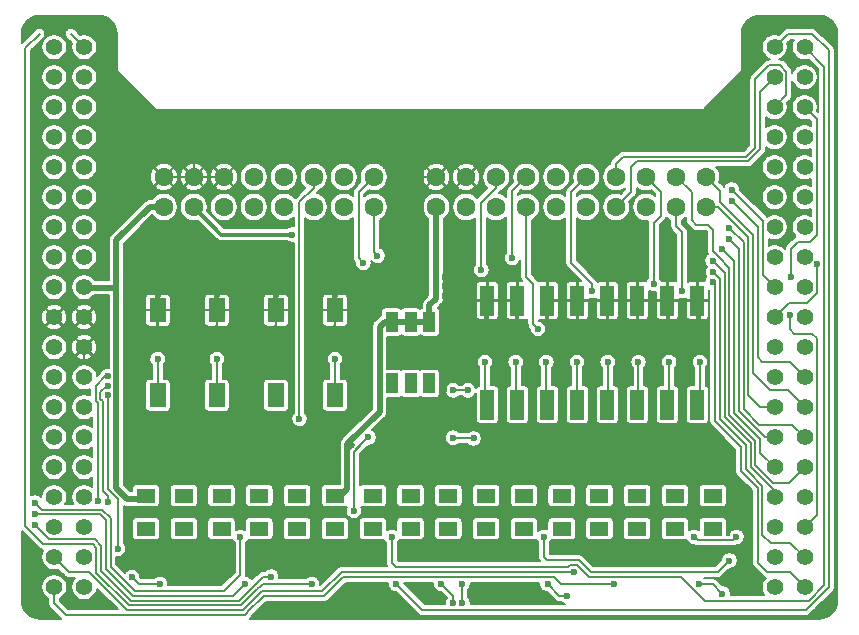
<source format=gtl>
G04 #@! TF.GenerationSoftware,KiCad,Pcbnew,(5.1.9)-1*
G04 #@! TF.CreationDate,2021-09-15T15:10:51+02:00*
G04 #@! TF.ProjectId,Shield-IO,53686965-6c64-42d4-994f-2e6b69636164,rev?*
G04 #@! TF.SameCoordinates,PXd59f80PYd59f80*
G04 #@! TF.FileFunction,Copper,L1,Top*
G04 #@! TF.FilePolarity,Positive*
%FSLAX46Y46*%
G04 Gerber Fmt 4.6, Leading zero omitted, Abs format (unit mm)*
G04 Created by KiCad (PCBNEW (5.1.9)-1) date 2021-09-15 15:10:51*
%MOMM*%
%LPD*%
G01*
G04 APERTURE LIST*
G04 #@! TA.AperFunction,SMDPad,CuDef*
%ADD10R,1.600000X1.200000*%
G04 #@! TD*
G04 #@! TA.AperFunction,SMDPad,CuDef*
%ADD11R,1.000000X1.700000*%
G04 #@! TD*
G04 #@! TA.AperFunction,ComponentPad*
%ADD12C,1.400000*%
G04 #@! TD*
G04 #@! TA.AperFunction,ComponentPad*
%ADD13C,1.600000*%
G04 #@! TD*
G04 #@! TA.AperFunction,SMDPad,CuDef*
%ADD14R,1.200000X2.500000*%
G04 #@! TD*
G04 #@! TA.AperFunction,SMDPad,CuDef*
%ADD15R,1.400000X2.000000*%
G04 #@! TD*
G04 #@! TA.AperFunction,ViaPad*
%ADD16C,0.600000*%
G04 #@! TD*
G04 #@! TA.AperFunction,Conductor*
%ADD17C,0.200000*%
G04 #@! TD*
G04 #@! TA.AperFunction,Conductor*
%ADD18C,0.500000*%
G04 #@! TD*
G04 #@! TA.AperFunction,Conductor*
%ADD19C,0.300000*%
G04 #@! TD*
G04 #@! TA.AperFunction,Conductor*
%ADD20C,0.100000*%
G04 #@! TD*
G04 APERTURE END LIST*
D10*
X59000000Y-41100000D03*
X59000000Y-43900000D03*
X55800000Y-41100000D03*
X55800000Y-43900000D03*
X52600000Y-41100000D03*
X52600000Y-43900000D03*
X49400000Y-41100000D03*
X49400000Y-43900000D03*
X46200000Y-41100000D03*
X46200000Y-43900000D03*
X43000000Y-41100000D03*
X43000000Y-43900000D03*
X39800000Y-41100000D03*
X39800000Y-43900000D03*
X36600000Y-41100000D03*
X36600000Y-43900000D03*
X33400000Y-41100000D03*
X33400000Y-43900000D03*
X30200000Y-41100000D03*
X30200000Y-43900000D03*
X27000000Y-41100000D03*
X27000000Y-43900000D03*
X23800000Y-41100000D03*
X23800000Y-43900000D03*
X20600000Y-41100000D03*
X20600000Y-43900000D03*
X17400000Y-41100000D03*
X17400000Y-43900000D03*
X14200000Y-41100000D03*
X14200000Y-43900000D03*
X11000000Y-41100000D03*
X11000000Y-43900000D03*
D11*
X33400000Y-31600000D03*
X33400000Y-26400000D03*
X31800000Y-31600000D03*
X35000000Y-31600000D03*
X31800000Y-26400000D03*
X35000000Y-26400000D03*
D12*
X3230000Y-36160000D03*
X5770000Y-38700000D03*
X3230000Y-41240000D03*
X5770000Y-36160000D03*
X3230000Y-38700000D03*
X5770000Y-43780000D03*
X3230000Y-46320000D03*
X5770000Y-46320000D03*
X3230000Y-48860000D03*
X3230000Y-43780000D03*
X5770000Y-48860000D03*
X5770000Y-41240000D03*
X3230000Y-8220000D03*
X5770000Y-5680000D03*
X3230000Y-5680000D03*
X5770000Y-15840000D03*
X5770000Y-31080000D03*
X5770000Y-3140000D03*
X3230000Y-23460000D03*
X3230000Y-18380000D03*
X3230000Y-3140000D03*
X5770000Y-28540000D03*
X3230000Y-15840000D03*
X5770000Y-13300000D03*
X5770000Y-8220000D03*
X5770000Y-20920000D03*
X3230000Y-13300000D03*
X3230000Y-33620000D03*
X3230000Y-31080000D03*
X3230000Y-28540000D03*
X5770000Y-23460000D03*
X5770000Y-10760000D03*
X5770000Y-33620000D03*
X5770000Y-26000000D03*
X3230000Y-26000000D03*
X3230000Y-20920000D03*
X5770000Y-18380000D03*
X3230000Y-10760000D03*
X64230000Y-36160000D03*
X66770000Y-38700000D03*
X64230000Y-41240000D03*
X66770000Y-36160000D03*
X64230000Y-38700000D03*
X66770000Y-43780000D03*
X64230000Y-46320000D03*
X66770000Y-46320000D03*
X64230000Y-48860000D03*
X64230000Y-43780000D03*
X66770000Y-48860000D03*
X66770000Y-41240000D03*
X64230000Y-8220000D03*
X66770000Y-5680000D03*
X64230000Y-5680000D03*
X66770000Y-15840000D03*
X66770000Y-31080000D03*
X66770000Y-3140000D03*
X64230000Y-23460000D03*
X64230000Y-18380000D03*
X64230000Y-3140000D03*
X66770000Y-28540000D03*
X64230000Y-15840000D03*
X66770000Y-13300000D03*
X66770000Y-8220000D03*
X66770000Y-20920000D03*
X64230000Y-13300000D03*
X64230000Y-33620000D03*
X64230000Y-31080000D03*
X64230000Y-28540000D03*
X66770000Y-23460000D03*
X66770000Y-10760000D03*
X66770000Y-33620000D03*
X66770000Y-26000000D03*
X64230000Y-26000000D03*
X64230000Y-20920000D03*
X66770000Y-18380000D03*
X64230000Y-10760000D03*
D13*
X20130000Y-14130000D03*
X30290000Y-14130000D03*
X27750000Y-14130000D03*
X15050000Y-14130000D03*
X12510000Y-14130000D03*
X25210000Y-14130000D03*
X22670000Y-14130000D03*
X17590000Y-14130000D03*
X12510000Y-16670000D03*
X15050000Y-16670000D03*
X17590000Y-16670000D03*
X20130000Y-16670000D03*
X22670000Y-16670000D03*
X25210000Y-16670000D03*
X27750000Y-16670000D03*
X30290000Y-16670000D03*
X43190000Y-14130000D03*
X53350000Y-14130000D03*
X50810000Y-14130000D03*
X38110000Y-14130000D03*
X55890000Y-14130000D03*
X35570000Y-14130000D03*
X48270000Y-14130000D03*
X45730000Y-14130000D03*
X58430000Y-14130000D03*
X40650000Y-14130000D03*
X55890000Y-16670000D03*
X58430000Y-16670000D03*
X35570000Y-16670000D03*
X38110000Y-16670000D03*
X40650000Y-16670000D03*
X43190000Y-16670000D03*
X45730000Y-16670000D03*
X48270000Y-16670000D03*
X50810000Y-16670000D03*
X53350000Y-16670000D03*
D14*
X57690000Y-33407000D03*
X57690000Y-24593000D03*
X55150000Y-33407000D03*
X55150000Y-24593000D03*
X52610000Y-24593000D03*
X52610000Y-33407000D03*
X50070000Y-24593000D03*
X50070000Y-33407000D03*
X44990000Y-24593000D03*
X44990000Y-33407000D03*
X42450000Y-24593000D03*
X42450000Y-33407000D03*
X47530000Y-33407000D03*
X47530000Y-24593000D03*
X39910000Y-24593000D03*
X39910000Y-33407000D03*
D15*
X27000000Y-32600000D03*
X27000000Y-25400000D03*
X22000000Y-32600000D03*
X22000000Y-25400000D03*
X17000000Y-32600000D03*
X17000000Y-25400000D03*
X12000000Y-32600000D03*
X12000000Y-25400000D03*
D16*
X61600000Y-48600000D03*
X26024265Y-34575735D03*
X7600000Y-15800000D03*
X41400000Y-49600000D03*
X50000000Y-18600000D03*
X62000000Y-13600000D03*
X62000000Y-15200000D03*
X35000000Y-49600000D03*
X1600000Y-47600000D03*
X27000000Y-24100000D03*
X22000000Y-24100000D03*
X17000000Y-24100000D03*
X12000000Y-24100000D03*
X12000000Y-28050000D03*
X27000000Y-28050000D03*
X39700000Y-28200000D03*
X57900000Y-28200000D03*
X42300000Y-28200000D03*
X44900000Y-28200000D03*
X47500000Y-28200000D03*
X50100000Y-28200000D03*
X52700000Y-28200000D03*
X55300000Y-28200000D03*
X39910000Y-24593000D03*
X42450000Y-24593000D03*
X44990000Y-24593000D03*
X47500000Y-24623000D03*
X50100000Y-24623000D03*
X52610000Y-24593000D03*
X55150000Y-24593000D03*
X57690000Y-24593000D03*
X36200000Y-32200000D03*
X36320000Y-24200000D03*
X36320000Y-23400000D03*
X36320000Y-22600000D03*
X34600000Y-24200000D03*
X34600000Y-23400000D03*
X34600000Y-22600000D03*
X36200000Y-37400000D03*
X4475735Y-41124265D03*
X35000000Y-43600000D03*
X35000000Y-37400000D03*
X15000000Y-11599980D03*
X34400000Y-11600000D03*
X57900000Y-29800000D03*
X55300000Y-29800000D03*
X47500000Y-29800000D03*
X36600000Y-41400000D03*
X39800000Y-41400000D03*
X43000000Y-41400000D03*
X46200000Y-41400000D03*
X23800000Y-41400000D03*
X27000000Y-41400000D03*
X30200000Y-41400000D03*
X33400000Y-41400000D03*
X11000000Y-41400000D03*
X14200000Y-41400000D03*
X17400000Y-41400000D03*
X20600000Y-41400000D03*
X49400000Y-41400000D03*
X52600000Y-41400000D03*
X55800000Y-41400000D03*
X59000000Y-41400000D03*
X23400000Y-19000000D03*
X52700000Y-29800000D03*
X65500000Y-25800000D03*
X57400000Y-44600000D03*
X61000000Y-44600000D03*
X39700000Y-29800000D03*
X57800000Y-48600000D03*
X59800000Y-49400000D03*
X42300000Y-29800000D03*
X50100000Y-29800000D03*
X65600000Y-22600000D03*
X44900000Y-29800000D03*
X7750000Y-31000000D03*
X39400000Y-22000000D03*
X6976439Y-41590577D03*
X12000000Y-29550000D03*
X22000000Y-32600000D03*
X17000000Y-29550000D03*
X60400000Y-19400000D03*
X59800000Y-20200000D03*
X58975735Y-21224265D03*
X42000000Y-20999961D03*
X29824265Y-36175735D03*
X28600000Y-42400000D03*
X37000000Y-36200000D03*
X38736657Y-36268328D03*
X37000000Y-32200000D03*
X38250000Y-32200000D03*
X44200000Y-27000000D03*
X60600000Y-15200000D03*
X27000000Y-29550000D03*
X12200000Y-48575736D03*
X9800000Y-48000000D03*
X54000000Y-23200000D03*
X7775731Y-41624269D03*
X7750000Y-31800000D03*
X47200010Y-47575724D03*
X7750000Y-32600000D03*
X56400000Y-23800000D03*
X8607114Y-45592886D03*
X50624265Y-48575735D03*
X24000000Y-34600000D03*
X19400000Y-48600000D03*
X1600000Y-42700000D03*
X48800000Y-23800000D03*
X1600000Y-41700000D03*
X19000000Y-44600000D03*
X25024265Y-48575735D03*
X60375735Y-18424265D03*
X59000000Y-22200000D03*
X30600000Y-20800000D03*
X60400020Y-46600000D03*
X44700000Y-44600010D03*
X58975700Y-23024229D03*
X29400000Y-21400000D03*
X46607114Y-49607114D03*
X45000000Y-48600000D03*
X60600000Y-16200000D03*
X67808782Y-21520779D03*
X37800000Y-48575736D03*
X37800000Y-50200000D03*
X37000000Y-50200000D03*
X36000000Y-48575734D03*
X32200000Y-48600000D03*
X31800000Y-44600000D03*
X1600000Y-43600000D03*
X21600000Y-47975735D03*
X59000000Y-43600000D03*
X55800000Y-43600000D03*
X52600000Y-43600000D03*
X49400000Y-43600000D03*
X46200000Y-43600000D03*
X43000000Y-43600000D03*
X39800000Y-43600000D03*
X36600000Y-43600000D03*
X33400000Y-43600000D03*
X30200000Y-43600000D03*
X27000000Y-43600000D03*
X23800000Y-43600000D03*
X20600000Y-43600000D03*
X17400000Y-43600000D03*
X14200000Y-43600000D03*
X11000000Y-43600000D03*
X33400000Y-31600000D03*
X35000000Y-31600000D03*
X31800000Y-31600000D03*
D17*
X27000000Y-28000000D02*
X27000000Y-25400000D01*
X57900000Y-24803000D02*
X57690000Y-24593000D01*
X57900000Y-28200000D02*
X57900000Y-24803000D01*
X39700000Y-24803000D02*
X39910000Y-24593000D01*
X39700000Y-28200000D02*
X39700000Y-24803000D01*
X42300000Y-24743000D02*
X42450000Y-24593000D01*
X42300000Y-28200000D02*
X42300000Y-24743000D01*
X44900000Y-24683000D02*
X44990000Y-24593000D01*
X44900000Y-28200000D02*
X44900000Y-24683000D01*
X47500000Y-28200000D02*
X47500000Y-24623000D01*
X50100000Y-28200000D02*
X50100000Y-24623000D01*
X52700000Y-24683000D02*
X52610000Y-24593000D01*
X52700000Y-28200000D02*
X52700000Y-24683000D01*
X55300000Y-24743000D02*
X55150000Y-24593000D01*
X55300000Y-28200000D02*
X55300000Y-24743000D01*
D18*
X47530000Y-24593000D02*
X47500000Y-24623000D01*
X50070000Y-24593000D02*
X50100000Y-24623000D01*
D17*
X12510000Y-14130000D02*
X15050000Y-14130000D01*
X17590000Y-14130000D02*
X15050000Y-14130000D01*
X36713000Y-24593000D02*
X36320000Y-24200000D01*
X39910000Y-24593000D02*
X36713000Y-24593000D01*
X36320000Y-23400000D02*
X36320000Y-22600000D01*
X36320000Y-24200000D02*
X36320000Y-23400000D01*
X34600000Y-22600000D02*
X34600000Y-23400000D01*
X34600000Y-23400000D02*
X34600000Y-24200000D01*
X27000000Y-25400000D02*
X30600000Y-25400000D01*
X30600000Y-25400000D02*
X31000000Y-25000000D01*
X33800000Y-25000000D02*
X34600000Y-24200000D01*
X31000000Y-25000000D02*
X33800000Y-25000000D01*
X36200000Y-37400000D02*
X36200000Y-32200000D01*
X36200000Y-32200000D02*
X36200000Y-29200000D01*
X37200000Y-28200000D02*
X39700000Y-28200000D01*
X36200000Y-29200000D02*
X37200000Y-28200000D01*
X5770000Y-29599998D02*
X5770000Y-28540000D01*
X4475735Y-30894263D02*
X5770000Y-29599998D01*
X4475735Y-41124265D02*
X4475735Y-30894263D01*
X35000000Y-43600000D02*
X35000000Y-37400000D01*
X34469999Y-22469999D02*
X34600000Y-22600000D01*
X15050000Y-11649980D02*
X15000000Y-11599980D01*
X15050000Y-14130000D02*
X15050000Y-11649980D01*
X34469999Y-11669999D02*
X34400000Y-11600000D01*
X34469999Y-15530001D02*
X34469999Y-22469999D01*
X35569999Y-14130001D02*
X35570000Y-14130000D01*
X34469999Y-14130001D02*
X35569999Y-14130001D01*
X34469999Y-15530001D02*
X34469999Y-14130001D01*
X34469999Y-14130001D02*
X34469999Y-11669999D01*
X12000000Y-24100000D02*
X12000000Y-25400000D01*
X17000000Y-24100000D02*
X17000000Y-25400000D01*
X22000000Y-24100000D02*
X22000000Y-25400000D01*
X27000000Y-24100000D02*
X27000000Y-25400000D01*
X57900000Y-33197000D02*
X57690000Y-33407000D01*
X57900000Y-29800000D02*
X57900000Y-33197000D01*
X55300000Y-33257000D02*
X55150000Y-33407000D01*
X55300000Y-29800000D02*
X55300000Y-33257000D01*
X47500000Y-33377000D02*
X47530000Y-33407000D01*
X47500000Y-29800000D02*
X47500000Y-33377000D01*
D18*
X9400000Y-41400000D02*
X11000000Y-41400000D01*
X8500000Y-40500000D02*
X9400000Y-41400000D01*
X27200000Y-41400000D02*
X28049990Y-40550010D01*
X27000000Y-41400000D02*
X27200000Y-41400000D01*
X28049990Y-37172179D02*
X28422170Y-36800000D01*
X28049990Y-40550010D02*
X28049990Y-37172179D01*
X30800000Y-26800000D02*
X31200000Y-26400000D01*
X28049990Y-36750010D02*
X30800000Y-34000000D01*
X30800000Y-34000000D02*
X30800000Y-26800000D01*
X28049990Y-40550010D02*
X28049990Y-36750010D01*
X35570000Y-16670000D02*
X35570000Y-24430000D01*
X35570000Y-24430000D02*
X35000000Y-25000000D01*
X8500000Y-28500000D02*
X8500000Y-40500000D01*
X5810000Y-23500000D02*
X5770000Y-23460000D01*
X8500000Y-23500000D02*
X5810000Y-23500000D01*
X8500000Y-28500000D02*
X8500000Y-23500000D01*
X31200000Y-26400000D02*
X35000000Y-26400000D01*
X35000000Y-25000000D02*
X35000000Y-26400000D01*
X8500000Y-23500000D02*
X8500000Y-19500000D01*
X11330000Y-16670000D02*
X12510000Y-16670000D01*
X8500000Y-19500000D02*
X11330000Y-16670000D01*
D19*
X17380000Y-19000000D02*
X23400000Y-19000000D01*
X15050000Y-16670000D02*
X17380000Y-19000000D01*
D17*
X52700000Y-33317000D02*
X52610000Y-33407000D01*
X52700000Y-29800000D02*
X52700000Y-33317000D01*
X67399989Y-27400011D02*
X67800000Y-27800022D01*
X67800000Y-42750000D02*
X66770000Y-43780000D01*
X67800000Y-27800022D02*
X67800000Y-42750000D01*
X65500000Y-27000000D02*
X65900011Y-27400011D01*
X65500000Y-25800000D02*
X65500000Y-27000000D01*
X65900011Y-27400011D02*
X67399989Y-27400011D01*
X57699999Y-44899999D02*
X57400000Y-44600000D01*
X60700001Y-44899999D02*
X57699999Y-44899999D01*
X61000000Y-44600000D02*
X60700001Y-44899999D01*
X39700000Y-33197000D02*
X39910000Y-33407000D01*
X39700000Y-29800000D02*
X39700000Y-33197000D01*
X59000000Y-48600000D02*
X59800000Y-49400000D01*
X57800000Y-48600000D02*
X59000000Y-48600000D01*
X42300000Y-33257000D02*
X42450000Y-33407000D01*
X42300000Y-29800000D02*
X42300000Y-33257000D01*
X50100000Y-33377000D02*
X50070000Y-33407000D01*
X50100000Y-29800000D02*
X50100000Y-33377000D01*
X65607114Y-20192886D02*
X66200000Y-19600000D01*
X66200000Y-19600000D02*
X67200000Y-19600000D01*
X67200000Y-19600000D02*
X67800000Y-19000000D01*
X67800000Y-9250000D02*
X66770000Y-8220000D01*
X67800000Y-19000000D02*
X67800000Y-9250000D01*
X65607114Y-22592886D02*
X65600000Y-22600000D01*
X65607114Y-22592886D02*
X65607114Y-20192886D01*
X44900000Y-33317000D02*
X44990000Y-33407000D01*
X44900000Y-29800000D02*
X44900000Y-33317000D01*
X6749989Y-33053690D02*
X6749989Y-31810048D01*
X6878333Y-33182034D02*
X6749989Y-33053690D01*
X7560037Y-31000000D02*
X7750000Y-31000000D01*
X6749989Y-31810048D02*
X7560037Y-31000000D01*
X7750000Y-31000000D02*
X7661998Y-31000000D01*
X40650000Y-15041998D02*
X40650000Y-14130000D01*
X39400000Y-16291998D02*
X40650000Y-15041998D01*
X39400000Y-22000000D02*
X39400000Y-16291998D01*
X6976439Y-41107844D02*
X6949982Y-41081387D01*
X6976439Y-41590577D02*
X6976439Y-41107844D01*
X6949982Y-33253683D02*
X6749989Y-33053690D01*
X6949982Y-33949982D02*
X6949982Y-33253683D01*
X6949982Y-41081387D02*
X6949982Y-33949982D01*
X6949982Y-33949982D02*
X6949982Y-33650018D01*
X12000000Y-32600000D02*
X12000000Y-29550000D01*
X17000000Y-29550000D02*
X17000000Y-32600000D01*
X64230000Y-36160000D02*
X63428603Y-36160000D01*
X63428603Y-36160000D02*
X61199969Y-33931367D01*
X61199969Y-20199969D02*
X60400000Y-19400000D01*
X61199969Y-33931367D02*
X61199969Y-20199969D01*
X64230000Y-38700000D02*
X63000000Y-37470000D01*
X63000000Y-37470000D02*
X63000000Y-36297096D01*
X63000000Y-36297096D02*
X60799959Y-34097056D01*
X60799959Y-21199959D02*
X59800000Y-20200000D01*
X60799959Y-34097056D02*
X60799959Y-21199959D01*
X64230000Y-41240000D02*
X64230000Y-40745700D01*
X64230000Y-40745700D02*
X62200000Y-38715700D01*
X62200000Y-38715700D02*
X62200000Y-36628494D01*
X62200000Y-36628494D02*
X59999939Y-34428434D01*
X59999939Y-22248469D02*
X58975735Y-21224265D01*
X59999939Y-34428434D02*
X59999939Y-22248469D01*
X42000000Y-15320000D02*
X43190000Y-14130000D01*
X42000000Y-20999961D02*
X42000000Y-15320000D01*
X28800000Y-37200000D02*
X29824265Y-36175735D01*
X28600000Y-37400000D02*
X29824265Y-36175735D01*
X28600000Y-42400000D02*
X28600000Y-37400000D01*
X38668329Y-36200000D02*
X38736657Y-36268328D01*
X37000000Y-36200000D02*
X38668329Y-36200000D01*
X38250000Y-32200000D02*
X37000000Y-32200000D01*
X43190000Y-22590000D02*
X43190000Y-16670000D01*
X43800000Y-23200000D02*
X43190000Y-22590000D01*
X43800000Y-26600000D02*
X43800000Y-23200000D01*
X44200000Y-27000000D02*
X43800000Y-26600000D01*
X64230000Y-23460000D02*
X63229999Y-22459999D01*
X63229999Y-17829999D02*
X60600000Y-15200000D01*
X63229999Y-22459999D02*
X63229999Y-19429999D01*
X63229999Y-19429999D02*
X63229999Y-17829999D01*
X27000000Y-29600000D02*
X27000000Y-32600000D01*
X10375736Y-48575736D02*
X9800000Y-48000000D01*
X12200000Y-48575736D02*
X10375736Y-48575736D01*
X54000000Y-23200000D02*
X54000000Y-18000000D01*
X54000000Y-18000000D02*
X54600000Y-17400000D01*
X54600000Y-15380000D02*
X53350000Y-14130000D01*
X54600000Y-17400000D02*
X54600000Y-15380000D01*
X7775731Y-41119260D02*
X7349990Y-40693520D01*
X7775731Y-41624269D02*
X7775731Y-41119260D01*
X7661998Y-31800000D02*
X7750000Y-31800000D01*
X7149999Y-32311999D02*
X7661998Y-31800000D01*
X7149999Y-32888001D02*
X7149999Y-32311999D01*
X7349990Y-33087992D02*
X7149999Y-32888001D01*
X7349990Y-40693520D02*
X7349990Y-33087992D01*
X20819398Y-49200000D02*
X25800000Y-49200000D01*
X20819398Y-49200000D02*
X25934302Y-49200000D01*
X25934302Y-49200000D02*
X27558577Y-47575724D01*
X47200010Y-47575724D02*
X42824276Y-47575724D01*
X27558577Y-47575724D02*
X42824276Y-47575724D01*
X4510000Y-47600000D02*
X3230000Y-46320000D01*
X6200000Y-47600000D02*
X4510000Y-47600000D01*
X9400000Y-50800000D02*
X6200000Y-47600000D01*
X19219398Y-50800000D02*
X9400000Y-50800000D01*
X20819398Y-49200000D02*
X19219398Y-50800000D01*
X55890000Y-18290000D02*
X56400000Y-18800000D01*
X55890000Y-16670000D02*
X55890000Y-18290000D01*
X56400000Y-23800000D02*
X56400000Y-18800000D01*
X7750000Y-32600000D02*
X7750000Y-40527830D01*
X8607114Y-41384944D02*
X7750000Y-40527830D01*
X8607114Y-45592886D02*
X8607114Y-41384944D01*
X50624265Y-48575735D02*
X49024265Y-48575735D01*
X26099990Y-49600010D02*
X20985086Y-49600010D01*
X27724266Y-47975734D02*
X26099990Y-49600010D01*
X41275736Y-47975734D02*
X27724266Y-47975734D01*
X41300001Y-47999999D02*
X41275736Y-47975734D01*
X45565697Y-47999999D02*
X41300001Y-47999999D01*
X46141433Y-48575735D02*
X45565697Y-47999999D01*
X50624265Y-48575735D02*
X46141433Y-48575735D01*
X20985086Y-49600010D02*
X19585096Y-51000000D01*
X19585096Y-51000000D02*
X19585096Y-51014904D01*
X19585096Y-51014904D02*
X19400000Y-51200000D01*
X19400000Y-51200000D02*
X4200000Y-51200000D01*
X3230000Y-50230000D02*
X3230000Y-48860000D01*
X4200000Y-51200000D02*
X3230000Y-50230000D01*
X25210000Y-15041998D02*
X25210000Y-14130000D01*
X24000000Y-16251998D02*
X25210000Y-15041998D01*
X24000000Y-34600000D02*
X24000000Y-30000000D01*
X24000000Y-30000000D02*
X24000000Y-16251998D01*
X18400030Y-49599970D02*
X19400000Y-48600000D01*
X9897064Y-49599970D02*
X18400030Y-49599970D01*
X7134312Y-42700010D02*
X7599990Y-43165688D01*
X7599990Y-43165688D02*
X7599990Y-47302896D01*
X1600010Y-42700010D02*
X7134312Y-42700010D01*
X7599990Y-47302896D02*
X9897064Y-49599970D01*
X1600000Y-42700000D02*
X1600010Y-42700010D01*
X48800000Y-23800000D02*
X48800000Y-23200000D01*
X48800000Y-23200000D02*
X47000000Y-21400000D01*
X47000000Y-15400000D02*
X48270000Y-14130000D01*
X47000000Y-21400000D02*
X47000000Y-15400000D01*
X8000000Y-47137208D02*
X10062752Y-49199960D01*
X8000000Y-43000000D02*
X8000000Y-47137208D01*
X10062752Y-49199960D02*
X17600040Y-49199960D01*
X7300000Y-42300000D02*
X8000000Y-43000000D01*
X2200000Y-42300000D02*
X7300000Y-42300000D01*
X1600000Y-41700000D02*
X2200000Y-42300000D01*
X19000000Y-47800000D02*
X17600040Y-49199960D01*
X19000000Y-44600000D02*
X19000000Y-47800000D01*
X4630000Y-2000000D02*
X5770000Y-3140000D01*
X6500010Y-45200010D02*
X2312008Y-45200010D01*
X6799970Y-45499970D02*
X6500010Y-45200010D01*
X2312008Y-45200010D02*
X800000Y-43688002D01*
X800000Y-43688002D02*
X800000Y-3200000D01*
X800000Y-3200000D02*
X2000000Y-2000000D01*
X25024265Y-48575735D02*
X20877965Y-48575735D01*
X20726851Y-48726851D02*
X20419388Y-49034312D01*
X20877965Y-48575735D02*
X20726851Y-48726851D01*
X20419388Y-49034312D02*
X19053710Y-50399990D01*
X19053710Y-50399990D02*
X9565688Y-50399990D01*
X6799970Y-47634272D02*
X6799970Y-45600030D01*
X9565688Y-50399990D02*
X6799970Y-47634272D01*
X6799970Y-45499970D02*
X6799970Y-45600030D01*
X66770000Y-36160000D02*
X65710000Y-35100000D01*
X65709992Y-35100008D02*
X62934310Y-35100008D01*
X65710000Y-35100000D02*
X65709992Y-35100008D01*
X62934310Y-35100008D02*
X61599979Y-33765678D01*
X61599979Y-19648509D02*
X60375735Y-18424265D01*
X61599979Y-33765678D02*
X61599979Y-19648509D01*
X66770000Y-38700000D02*
X65470000Y-40000000D01*
X64049998Y-40000000D02*
X62600000Y-38550002D01*
X65470000Y-40000000D02*
X64049998Y-40000000D01*
X62600000Y-38550002D02*
X62600000Y-36462795D01*
X62600000Y-36462795D02*
X60399949Y-34262745D01*
X60399949Y-34262745D02*
X60399949Y-21799949D01*
X59600000Y-21000000D02*
X59000000Y-20400000D01*
X60399949Y-21799949D02*
X59600000Y-21000000D01*
X59000000Y-20400000D02*
X59000000Y-18600000D01*
X59000000Y-18600000D02*
X58600000Y-18200000D01*
X58600000Y-18200000D02*
X57600000Y-18200000D01*
X57600000Y-18200000D02*
X57200000Y-17800000D01*
X57200000Y-15440000D02*
X55890000Y-14130000D01*
X57200000Y-17800000D02*
X57200000Y-15440000D01*
X66770000Y-46320000D02*
X65550000Y-45100000D01*
X65550000Y-45100000D02*
X63900000Y-45100000D01*
X63900000Y-45100000D02*
X63200000Y-44400000D01*
X63200000Y-44400000D02*
X63200000Y-40281398D01*
X63200000Y-40281398D02*
X62034312Y-39115710D01*
X62034312Y-39115710D02*
X61800000Y-38881398D01*
X61800000Y-38881398D02*
X61800000Y-36800000D01*
X61800000Y-36800000D02*
X59599929Y-34599929D01*
X59599929Y-22799929D02*
X59000000Y-22200000D01*
X59599929Y-34599929D02*
X59599929Y-22799929D01*
X30290000Y-20490000D02*
X30290000Y-16670000D01*
X30600000Y-20800000D02*
X30290000Y-20490000D01*
X60400020Y-46600000D02*
X59424296Y-47575724D01*
X48653710Y-47575724D02*
X47653700Y-46575713D01*
X59424296Y-47575724D02*
X48653710Y-47575724D01*
X44700000Y-44600010D02*
X44700000Y-46300000D01*
X44975713Y-46575713D02*
X47653700Y-46575713D01*
X44700000Y-46300000D02*
X44975713Y-46575713D01*
X66770000Y-48860000D02*
X65510000Y-47600000D01*
X65510000Y-47600000D02*
X63600000Y-47600000D01*
X63600000Y-47600000D02*
X62800000Y-46800000D01*
X62800000Y-46800000D02*
X62800000Y-40447096D01*
X62800000Y-40447096D02*
X61399990Y-39047087D01*
X61399990Y-39047087D02*
X61399990Y-36999990D01*
X60400000Y-35965698D02*
X59199919Y-34765618D01*
X60400000Y-36000000D02*
X60400000Y-35965698D01*
X61399990Y-36999990D02*
X60400000Y-36000000D01*
X59199919Y-23248448D02*
X58975700Y-23024229D01*
X59199919Y-34765618D02*
X59199919Y-23248448D01*
X29000000Y-15420000D02*
X30290000Y-14130000D01*
X29000000Y-21000000D02*
X29400000Y-21400000D01*
X29000000Y-15420000D02*
X29000000Y-21000000D01*
X46007114Y-49607114D02*
X45000000Y-48600000D01*
X46607114Y-49607114D02*
X46007114Y-49607114D01*
X64230000Y-33620000D02*
X63020000Y-33620000D01*
X63020000Y-33620000D02*
X62000000Y-32600000D01*
X62000000Y-32600000D02*
X62000000Y-19200000D01*
X59470000Y-16670000D02*
X58430000Y-16670000D01*
X62000000Y-19200000D02*
X59470000Y-16670000D01*
X66770000Y-33620000D02*
X65350000Y-32200000D01*
X63869998Y-32200000D02*
X62400000Y-30730002D01*
X65350000Y-32200000D02*
X63869998Y-32200000D01*
X62400008Y-19799992D02*
X62400008Y-19034310D01*
X62400000Y-19800000D02*
X62400008Y-19799992D01*
X62400000Y-30730002D02*
X62400000Y-19800000D01*
X62400008Y-19034310D02*
X59600000Y-16234302D01*
X59600000Y-15300000D02*
X58430000Y-14130000D01*
X59600000Y-16234302D02*
X59600000Y-15300000D01*
X66770000Y-31080000D02*
X65490000Y-29800000D01*
X63200000Y-29800000D02*
X62800000Y-29400000D01*
X65490000Y-29800000D02*
X63200000Y-29800000D01*
X62800000Y-19965699D02*
X62800018Y-19965681D01*
X62800000Y-29400000D02*
X62800000Y-19965699D01*
X62800018Y-18400018D02*
X60600000Y-16200000D01*
X62800018Y-19599982D02*
X62800018Y-18400018D01*
X62800018Y-19965681D02*
X62800018Y-19599982D01*
X62800018Y-19599982D02*
X62800018Y-19400000D01*
X67808782Y-21520779D02*
X67808782Y-23991218D01*
X67808782Y-23991218D02*
X67000000Y-24800000D01*
X65430000Y-24800000D02*
X64230000Y-26000000D01*
X67000000Y-24800000D02*
X65430000Y-24800000D01*
X37800000Y-48575736D02*
X37800000Y-50200000D01*
X50810000Y-12998630D02*
X51408640Y-12399990D01*
X50810000Y-14130000D02*
X50810000Y-12998630D01*
X51408640Y-12399990D02*
X61834312Y-12399990D01*
X61834312Y-12399990D02*
X62599990Y-11634312D01*
X65230001Y-7219999D02*
X64230000Y-8220000D01*
X65230001Y-5199999D02*
X65230001Y-7219999D01*
X64710001Y-4679999D02*
X65230001Y-5199999D01*
X63749999Y-4679999D02*
X64710001Y-4679999D01*
X62599990Y-5830008D02*
X63749999Y-4679999D01*
X62599990Y-11634312D02*
X62599990Y-5830008D01*
X50810000Y-16670000D02*
X52100000Y-15380000D01*
X52100000Y-15380000D02*
X52100000Y-13300000D01*
X52100000Y-13300000D02*
X52600000Y-12800000D01*
X52600000Y-12800000D02*
X62000000Y-12800000D01*
X62000000Y-12800000D02*
X63000000Y-11800000D01*
X63000000Y-6910000D02*
X64230000Y-5680000D01*
X63000000Y-11800000D02*
X63000000Y-6910000D01*
X37000000Y-49575734D02*
X36000000Y-48575734D01*
X37000000Y-50200000D02*
X37000000Y-49575734D01*
X68808793Y-48866907D02*
X67275692Y-50400008D01*
X68808793Y-3408793D02*
X68808793Y-48866907D01*
X67400000Y-2000000D02*
X68808793Y-3408793D01*
X65370000Y-2000000D02*
X67400000Y-2000000D01*
X64230000Y-3140000D02*
X65370000Y-2000000D01*
X34400001Y-50800001D02*
X32200000Y-48600000D01*
X66875699Y-50800001D02*
X34400001Y-50800001D01*
X67275692Y-50400008D02*
X66875699Y-50800001D01*
X48488022Y-47975734D02*
X47488011Y-46975723D01*
X56287732Y-47975734D02*
X48488022Y-47975734D01*
X46912009Y-46975723D02*
X46712018Y-47175714D01*
X47488011Y-46975723D02*
X46912009Y-46975723D01*
X58311998Y-50000000D02*
X56287732Y-47975734D01*
X67110002Y-50000000D02*
X58311998Y-50000000D01*
X68408783Y-48701219D02*
X67110002Y-50000000D01*
X68408783Y-4778783D02*
X68408783Y-48701219D01*
X66770000Y-3140000D02*
X68408783Y-4778783D01*
X32175714Y-47175714D02*
X33424286Y-47175714D01*
X31800000Y-46800000D02*
X32175714Y-47175714D01*
X31800000Y-44600000D02*
X31800000Y-46800000D01*
X46712018Y-47175714D02*
X33424286Y-47175714D01*
X9731376Y-49999980D02*
X18888022Y-49999980D01*
X7199980Y-47468584D02*
X9731376Y-49999980D01*
X7199980Y-45334281D02*
X7199980Y-47468584D01*
X6665699Y-44800000D02*
X7199980Y-45334281D01*
X2800000Y-44800000D02*
X6665699Y-44800000D01*
X1600000Y-43600000D02*
X2800000Y-44800000D01*
X20912267Y-47975735D02*
X19794001Y-49094001D01*
X21600000Y-47975735D02*
X20912267Y-47975735D01*
X18888022Y-49999980D02*
X19794001Y-49094001D01*
X1941087Y-45536196D02*
X1956744Y-45555274D01*
X2032879Y-45617756D01*
X2119741Y-45664185D01*
X2213991Y-45692775D01*
X2287448Y-45700010D01*
X2287449Y-45700010D01*
X2312007Y-45702429D01*
X2320231Y-45701619D01*
X2255193Y-45798955D01*
X2172273Y-45999142D01*
X2130000Y-46211659D01*
X2130000Y-46428341D01*
X2172273Y-46640858D01*
X2255193Y-46841045D01*
X2375575Y-47021209D01*
X2528791Y-47174425D01*
X2708955Y-47294807D01*
X2909142Y-47377727D01*
X3121659Y-47420000D01*
X3338341Y-47420000D01*
X3550858Y-47377727D01*
X3571904Y-47369010D01*
X4139079Y-47936186D01*
X4154736Y-47955264D01*
X4230871Y-48017746D01*
X4317733Y-48064175D01*
X4411983Y-48092765D01*
X4485440Y-48100000D01*
X4485449Y-48100000D01*
X4509999Y-48102418D01*
X4534549Y-48100000D01*
X4974366Y-48100000D01*
X4915575Y-48158791D01*
X4795193Y-48338955D01*
X4712273Y-48539142D01*
X4670000Y-48751659D01*
X4670000Y-48968341D01*
X4712273Y-49180858D01*
X4795193Y-49381045D01*
X4915575Y-49561209D01*
X5068791Y-49714425D01*
X5248955Y-49834807D01*
X5449142Y-49917727D01*
X5661659Y-49960000D01*
X5878341Y-49960000D01*
X6090858Y-49917727D01*
X6291045Y-49834807D01*
X6471209Y-49714425D01*
X6624425Y-49561209D01*
X6744807Y-49381045D01*
X6827727Y-49180858D01*
X6868546Y-48975651D01*
X8592893Y-50700000D01*
X4407106Y-50700000D01*
X3730000Y-50022895D01*
X3730000Y-49843524D01*
X3751045Y-49834807D01*
X3931209Y-49714425D01*
X4084425Y-49561209D01*
X4204807Y-49381045D01*
X4287727Y-49180858D01*
X4330000Y-48968341D01*
X4330000Y-48751659D01*
X4287727Y-48539142D01*
X4204807Y-48338955D01*
X4084425Y-48158791D01*
X3931209Y-48005575D01*
X3751045Y-47885193D01*
X3550858Y-47802273D01*
X3338341Y-47760000D01*
X3121659Y-47760000D01*
X2909142Y-47802273D01*
X2708955Y-47885193D01*
X2528791Y-48005575D01*
X2375575Y-48158791D01*
X2255193Y-48338955D01*
X2172273Y-48539142D01*
X2130000Y-48751659D01*
X2130000Y-48968341D01*
X2172273Y-49180858D01*
X2255193Y-49381045D01*
X2375575Y-49561209D01*
X2528791Y-49714425D01*
X2708955Y-49834807D01*
X2730000Y-49843524D01*
X2730000Y-50205440D01*
X2727581Y-50230000D01*
X2737235Y-50328016D01*
X2765825Y-50422266D01*
X2812254Y-50509129D01*
X2874736Y-50585264D01*
X2893824Y-50600929D01*
X3817894Y-51525000D01*
X2023232Y-51525000D01*
X1704235Y-51493722D01*
X1419735Y-51407826D01*
X1157339Y-51268307D01*
X927038Y-51080479D01*
X737606Y-50851495D01*
X596259Y-50590079D01*
X508380Y-50306188D01*
X475000Y-49988602D01*
X475000Y-44070107D01*
X1941087Y-45536196D01*
G04 #@! TA.AperFunction,Conductor*
D20*
G36*
X1941087Y-45536196D02*
G01*
X1956744Y-45555274D01*
X2032879Y-45617756D01*
X2119741Y-45664185D01*
X2213991Y-45692775D01*
X2287448Y-45700010D01*
X2287449Y-45700010D01*
X2312007Y-45702429D01*
X2320231Y-45701619D01*
X2255193Y-45798955D01*
X2172273Y-45999142D01*
X2130000Y-46211659D01*
X2130000Y-46428341D01*
X2172273Y-46640858D01*
X2255193Y-46841045D01*
X2375575Y-47021209D01*
X2528791Y-47174425D01*
X2708955Y-47294807D01*
X2909142Y-47377727D01*
X3121659Y-47420000D01*
X3338341Y-47420000D01*
X3550858Y-47377727D01*
X3571904Y-47369010D01*
X4139079Y-47936186D01*
X4154736Y-47955264D01*
X4230871Y-48017746D01*
X4317733Y-48064175D01*
X4411983Y-48092765D01*
X4485440Y-48100000D01*
X4485449Y-48100000D01*
X4509999Y-48102418D01*
X4534549Y-48100000D01*
X4974366Y-48100000D01*
X4915575Y-48158791D01*
X4795193Y-48338955D01*
X4712273Y-48539142D01*
X4670000Y-48751659D01*
X4670000Y-48968341D01*
X4712273Y-49180858D01*
X4795193Y-49381045D01*
X4915575Y-49561209D01*
X5068791Y-49714425D01*
X5248955Y-49834807D01*
X5449142Y-49917727D01*
X5661659Y-49960000D01*
X5878341Y-49960000D01*
X6090858Y-49917727D01*
X6291045Y-49834807D01*
X6471209Y-49714425D01*
X6624425Y-49561209D01*
X6744807Y-49381045D01*
X6827727Y-49180858D01*
X6868546Y-48975651D01*
X8592893Y-50700000D01*
X4407106Y-50700000D01*
X3730000Y-50022895D01*
X3730000Y-49843524D01*
X3751045Y-49834807D01*
X3931209Y-49714425D01*
X4084425Y-49561209D01*
X4204807Y-49381045D01*
X4287727Y-49180858D01*
X4330000Y-48968341D01*
X4330000Y-48751659D01*
X4287727Y-48539142D01*
X4204807Y-48338955D01*
X4084425Y-48158791D01*
X3931209Y-48005575D01*
X3751045Y-47885193D01*
X3550858Y-47802273D01*
X3338341Y-47760000D01*
X3121659Y-47760000D01*
X2909142Y-47802273D01*
X2708955Y-47885193D01*
X2528791Y-48005575D01*
X2375575Y-48158791D01*
X2255193Y-48338955D01*
X2172273Y-48539142D01*
X2130000Y-48751659D01*
X2130000Y-48968341D01*
X2172273Y-49180858D01*
X2255193Y-49381045D01*
X2375575Y-49561209D01*
X2528791Y-49714425D01*
X2708955Y-49834807D01*
X2730000Y-49843524D01*
X2730000Y-50205440D01*
X2727581Y-50230000D01*
X2737235Y-50328016D01*
X2765825Y-50422266D01*
X2812254Y-50509129D01*
X2874736Y-50585264D01*
X2893824Y-50600929D01*
X3817894Y-51525000D01*
X2023232Y-51525000D01*
X1704235Y-51493722D01*
X1419735Y-51407826D01*
X1157339Y-51268307D01*
X927038Y-51080479D01*
X737606Y-50851495D01*
X596259Y-50590079D01*
X508380Y-50306188D01*
X475000Y-49988602D01*
X475000Y-44070107D01*
X1941087Y-45536196D01*
G37*
G04 #@! TD.AperFunction*
D17*
X7295764Y-506278D02*
X7580263Y-592173D01*
X7842665Y-731695D01*
X8072961Y-919521D01*
X8262394Y-1148505D01*
X8403741Y-1409921D01*
X8491620Y-1693812D01*
X8525000Y-2011398D01*
X8525001Y-4976658D01*
X8522702Y-5000000D01*
X8531873Y-5093116D01*
X8547362Y-5144174D01*
X8559035Y-5182654D01*
X8603142Y-5265173D01*
X8662500Y-5337501D01*
X8680629Y-5352379D01*
X11647625Y-8319377D01*
X11662499Y-8337501D01*
X11734827Y-8396859D01*
X11817344Y-8440965D01*
X11817346Y-8440966D01*
X11906884Y-8468127D01*
X12000000Y-8477298D01*
X12023332Y-8475000D01*
X57976668Y-8475000D01*
X58000000Y-8477298D01*
X58023332Y-8475000D01*
X58093116Y-8468127D01*
X58182654Y-8440966D01*
X58265173Y-8396859D01*
X58337501Y-8337501D01*
X58352384Y-8319366D01*
X61319377Y-5352375D01*
X61337501Y-5337501D01*
X61396859Y-5265173D01*
X61440966Y-5182654D01*
X61468127Y-5093116D01*
X61475000Y-5023332D01*
X61477298Y-5000000D01*
X61475000Y-4976668D01*
X61475000Y-2023232D01*
X61506278Y-1704236D01*
X61592173Y-1419737D01*
X61731695Y-1157335D01*
X61919521Y-927039D01*
X62148505Y-737606D01*
X62409921Y-596259D01*
X62693812Y-508380D01*
X63011398Y-475000D01*
X67976768Y-475000D01*
X68295764Y-506278D01*
X68580263Y-592173D01*
X68842665Y-731695D01*
X69072961Y-919521D01*
X69262394Y-1148505D01*
X69403741Y-1409921D01*
X69491620Y-1693812D01*
X69525000Y-2011398D01*
X69525001Y-49976758D01*
X69493722Y-50295765D01*
X69407826Y-50580265D01*
X69268307Y-50842661D01*
X69080479Y-51072962D01*
X68851495Y-51262394D01*
X68590079Y-51403741D01*
X68306188Y-51491620D01*
X67988602Y-51525000D01*
X19782105Y-51525000D01*
X19921277Y-51385829D01*
X19940360Y-51370168D01*
X20002842Y-51294033D01*
X20008209Y-51283992D01*
X21192193Y-50100010D01*
X26075430Y-50100010D01*
X26099990Y-50102429D01*
X26124550Y-50100010D01*
X26198007Y-50092775D01*
X26292257Y-50064185D01*
X26379119Y-50017756D01*
X26455254Y-49955274D01*
X26470919Y-49936186D01*
X27931372Y-48475734D01*
X31511004Y-48475734D01*
X31500000Y-48531056D01*
X31500000Y-48668944D01*
X31526901Y-48804182D01*
X31579668Y-48931574D01*
X31656274Y-49046224D01*
X31753776Y-49143726D01*
X31868426Y-49220332D01*
X31995818Y-49273099D01*
X32131056Y-49300000D01*
X32192895Y-49300000D01*
X34029081Y-51136188D01*
X34044737Y-51155265D01*
X34120872Y-51217747D01*
X34207734Y-51264176D01*
X34301984Y-51292766D01*
X34375441Y-51300001D01*
X34375450Y-51300001D01*
X34400000Y-51302419D01*
X34424550Y-51300001D01*
X66851139Y-51300001D01*
X66875699Y-51302420D01*
X66900259Y-51300001D01*
X66923185Y-51297743D01*
X66973716Y-51292766D01*
X66975971Y-51292082D01*
X67067966Y-51264176D01*
X67154828Y-51217747D01*
X67230963Y-51155265D01*
X67246627Y-51136178D01*
X67646612Y-50736195D01*
X67646621Y-50736184D01*
X69144980Y-49237827D01*
X69164057Y-49222171D01*
X69226539Y-49146036D01*
X69272968Y-49059174D01*
X69301558Y-48964924D01*
X69308793Y-48891467D01*
X69308793Y-48891466D01*
X69311212Y-48866908D01*
X69308793Y-48842350D01*
X69308793Y-3433350D01*
X69311212Y-3408792D01*
X69308793Y-3384233D01*
X69301558Y-3310776D01*
X69272968Y-3216526D01*
X69226539Y-3129664D01*
X69164057Y-3053529D01*
X69144974Y-3037868D01*
X67770929Y-1663824D01*
X67755264Y-1644736D01*
X67679129Y-1582254D01*
X67592267Y-1535825D01*
X67498017Y-1507235D01*
X67424560Y-1500000D01*
X67400000Y-1497581D01*
X67375440Y-1500000D01*
X65394549Y-1500000D01*
X65369999Y-1497582D01*
X65345449Y-1500000D01*
X65345440Y-1500000D01*
X65271983Y-1507235D01*
X65177733Y-1535825D01*
X65090871Y-1582254D01*
X65014736Y-1644736D01*
X64999080Y-1663813D01*
X64571903Y-2090990D01*
X64550858Y-2082273D01*
X64338341Y-2040000D01*
X64121659Y-2040000D01*
X63909142Y-2082273D01*
X63708955Y-2165193D01*
X63528791Y-2285575D01*
X63375575Y-2438791D01*
X63255193Y-2618955D01*
X63172273Y-2819142D01*
X63130000Y-3031659D01*
X63130000Y-3248341D01*
X63172273Y-3460858D01*
X63255193Y-3661045D01*
X63375575Y-3841209D01*
X63528791Y-3994425D01*
X63708955Y-4114807D01*
X63866343Y-4179999D01*
X63774548Y-4179999D01*
X63749998Y-4177581D01*
X63725448Y-4179999D01*
X63725439Y-4179999D01*
X63651982Y-4187234D01*
X63557732Y-4215824D01*
X63470870Y-4262253D01*
X63394735Y-4324735D01*
X63379079Y-4343812D01*
X62263809Y-5459084D01*
X62244727Y-5474744D01*
X62182245Y-5550879D01*
X62146505Y-5617744D01*
X62135816Y-5637741D01*
X62107225Y-5731991D01*
X62097571Y-5830008D01*
X62099991Y-5854578D01*
X62099990Y-11427206D01*
X61627207Y-11899990D01*
X51433200Y-11899990D01*
X51408640Y-11897571D01*
X51384080Y-11899990D01*
X51310623Y-11907225D01*
X51216373Y-11935815D01*
X51129511Y-11982244D01*
X51053376Y-12044726D01*
X51037720Y-12063804D01*
X50473819Y-12627706D01*
X50454737Y-12643366D01*
X50392255Y-12719501D01*
X50373145Y-12755253D01*
X50345826Y-12806363D01*
X50317235Y-12900613D01*
X50307581Y-12998630D01*
X50310001Y-13023200D01*
X50310001Y-13038236D01*
X50241587Y-13066574D01*
X50045045Y-13197899D01*
X49877899Y-13365045D01*
X49746574Y-13561587D01*
X49656116Y-13779973D01*
X49610000Y-14011810D01*
X49610000Y-14248190D01*
X49656116Y-14480027D01*
X49746574Y-14698413D01*
X49877899Y-14894955D01*
X50045045Y-15062101D01*
X50241587Y-15193426D01*
X50459973Y-15283884D01*
X50691810Y-15330000D01*
X50928190Y-15330000D01*
X51160027Y-15283884D01*
X51378413Y-15193426D01*
X51574955Y-15062101D01*
X51600000Y-15037056D01*
X51600000Y-15172893D01*
X51228440Y-15544454D01*
X51160027Y-15516116D01*
X50928190Y-15470000D01*
X50691810Y-15470000D01*
X50459973Y-15516116D01*
X50241587Y-15606574D01*
X50045045Y-15737899D01*
X49877899Y-15905045D01*
X49746574Y-16101587D01*
X49656116Y-16319973D01*
X49610000Y-16551810D01*
X49610000Y-16788190D01*
X49656116Y-17020027D01*
X49746574Y-17238413D01*
X49877899Y-17434955D01*
X50045045Y-17602101D01*
X50241587Y-17733426D01*
X50459973Y-17823884D01*
X50691810Y-17870000D01*
X50928190Y-17870000D01*
X51160027Y-17823884D01*
X51378413Y-17733426D01*
X51574955Y-17602101D01*
X51742101Y-17434955D01*
X51873426Y-17238413D01*
X51963884Y-17020027D01*
X52010000Y-16788190D01*
X52010000Y-16551810D01*
X51963884Y-16319973D01*
X51935546Y-16251560D01*
X52436188Y-15750919D01*
X52455264Y-15735264D01*
X52517746Y-15659129D01*
X52564175Y-15572267D01*
X52592765Y-15478017D01*
X52600000Y-15404560D01*
X52600000Y-15404551D01*
X52602418Y-15380001D01*
X52600000Y-15355451D01*
X52600000Y-15072094D01*
X52781587Y-15193426D01*
X52999973Y-15283884D01*
X53231810Y-15330000D01*
X53468190Y-15330000D01*
X53700027Y-15283884D01*
X53768441Y-15255546D01*
X54100001Y-15587107D01*
X54100001Y-15727907D01*
X53918413Y-15606574D01*
X53700027Y-15516116D01*
X53468190Y-15470000D01*
X53231810Y-15470000D01*
X52999973Y-15516116D01*
X52781587Y-15606574D01*
X52585045Y-15737899D01*
X52417899Y-15905045D01*
X52286574Y-16101587D01*
X52196116Y-16319973D01*
X52150000Y-16551810D01*
X52150000Y-16788190D01*
X52196116Y-17020027D01*
X52286574Y-17238413D01*
X52417899Y-17434955D01*
X52585045Y-17602101D01*
X52781587Y-17733426D01*
X52999973Y-17823884D01*
X53231810Y-17870000D01*
X53468190Y-17870000D01*
X53520068Y-17859681D01*
X53507235Y-17901983D01*
X53497581Y-18000000D01*
X53500001Y-18024570D01*
X53500000Y-22710050D01*
X53456274Y-22753776D01*
X53379668Y-22868426D01*
X53339911Y-22964409D01*
X53288414Y-22948788D01*
X53210000Y-22941065D01*
X52735000Y-22943000D01*
X52635000Y-23043000D01*
X52635000Y-24568000D01*
X53510000Y-24568000D01*
X53610000Y-24468000D01*
X53611180Y-23782082D01*
X53668426Y-23820332D01*
X53795818Y-23873099D01*
X53931056Y-23900000D01*
X54068944Y-23900000D01*
X54148996Y-23884076D01*
X54150000Y-24468000D01*
X54250000Y-24568000D01*
X55125000Y-24568000D01*
X55125000Y-23043000D01*
X55025000Y-22943000D01*
X54650590Y-22941475D01*
X54620332Y-22868426D01*
X54543726Y-22753776D01*
X54500000Y-22710050D01*
X54500000Y-18207105D01*
X54936181Y-17770925D01*
X54955264Y-17755264D01*
X55017746Y-17679129D01*
X55064175Y-17592267D01*
X55076053Y-17553109D01*
X55125045Y-17602101D01*
X55321587Y-17733426D01*
X55390001Y-17761764D01*
X55390001Y-18265430D01*
X55387581Y-18290000D01*
X55397235Y-18388017D01*
X55424874Y-18479128D01*
X55425826Y-18482267D01*
X55472255Y-18569129D01*
X55534737Y-18645264D01*
X55553819Y-18660924D01*
X55900001Y-19007107D01*
X55900000Y-22970503D01*
X55828414Y-22948788D01*
X55750000Y-22941065D01*
X55275000Y-22943000D01*
X55175000Y-23043000D01*
X55175000Y-24568000D01*
X56050000Y-24568000D01*
X56150000Y-24468000D01*
X56150024Y-24454131D01*
X56195818Y-24473099D01*
X56331056Y-24500000D01*
X56468944Y-24500000D01*
X56604182Y-24473099D01*
X56689948Y-24437574D01*
X56690000Y-24468000D01*
X56790000Y-24568000D01*
X57665000Y-24568000D01*
X57665000Y-23043000D01*
X57565000Y-22943000D01*
X57090000Y-22941065D01*
X57011586Y-22948788D01*
X56936186Y-22971660D01*
X56900000Y-22991002D01*
X56900000Y-18824560D01*
X56902419Y-18800000D01*
X56892765Y-18701983D01*
X56889968Y-18692764D01*
X56864175Y-18607733D01*
X56817746Y-18520871D01*
X56755264Y-18444736D01*
X56736181Y-18429075D01*
X56390000Y-18082895D01*
X56390000Y-17761763D01*
X56458413Y-17733426D01*
X56654955Y-17602101D01*
X56700000Y-17557056D01*
X56700000Y-17775440D01*
X56697581Y-17800000D01*
X56707235Y-17898017D01*
X56710037Y-17907253D01*
X56735825Y-17992266D01*
X56782254Y-18079129D01*
X56844736Y-18155264D01*
X56863823Y-18170928D01*
X57229079Y-18536186D01*
X57244736Y-18555264D01*
X57320871Y-18617746D01*
X57407733Y-18664175D01*
X57501983Y-18692765D01*
X57575440Y-18700000D01*
X57575449Y-18700000D01*
X57599999Y-18702418D01*
X57624549Y-18700000D01*
X58392894Y-18700000D01*
X58500001Y-18807107D01*
X58500000Y-20375440D01*
X58497581Y-20400000D01*
X58507235Y-20498017D01*
X58512253Y-20514559D01*
X58535825Y-20592266D01*
X58568930Y-20654201D01*
X58529511Y-20680539D01*
X58432009Y-20778041D01*
X58355403Y-20892691D01*
X58302636Y-21020083D01*
X58275735Y-21155321D01*
X58275735Y-21293209D01*
X58302636Y-21428447D01*
X58355403Y-21555839D01*
X58432009Y-21670489D01*
X58485785Y-21724265D01*
X58456274Y-21753776D01*
X58379668Y-21868426D01*
X58326901Y-21995818D01*
X58300000Y-22131056D01*
X58300000Y-22268944D01*
X58326901Y-22404182D01*
X58379668Y-22531574D01*
X58421333Y-22593931D01*
X58355368Y-22692655D01*
X58302601Y-22820047D01*
X58278519Y-22941112D01*
X57815000Y-22943000D01*
X57715000Y-23043000D01*
X57715000Y-24568000D01*
X58590000Y-24568000D01*
X58690000Y-24468000D01*
X58691383Y-23664135D01*
X58699920Y-23667671D01*
X58699919Y-34741058D01*
X58697500Y-34765618D01*
X58699919Y-34790176D01*
X58699919Y-34790177D01*
X58707154Y-34863634D01*
X58735744Y-34957884D01*
X58782173Y-35044747D01*
X58844655Y-35120882D01*
X58863738Y-35136543D01*
X59954614Y-36227418D01*
X59982254Y-36279129D01*
X60044736Y-36355264D01*
X60063824Y-36370929D01*
X60899991Y-37207098D01*
X60899990Y-39022527D01*
X60897571Y-39047087D01*
X60906077Y-39133446D01*
X60907225Y-39145103D01*
X60935815Y-39239353D01*
X60982244Y-39326216D01*
X61044726Y-39402351D01*
X61063814Y-39418016D01*
X62300001Y-40654204D01*
X62300000Y-46775440D01*
X62297581Y-46800000D01*
X62305039Y-46875724D01*
X62307235Y-46898016D01*
X62335825Y-46992266D01*
X62382254Y-47079129D01*
X62444736Y-47155264D01*
X62463824Y-47170929D01*
X63229079Y-47936186D01*
X63244736Y-47955264D01*
X63320871Y-48017746D01*
X63407733Y-48064175D01*
X63455654Y-48078712D01*
X63375575Y-48158791D01*
X63255193Y-48338955D01*
X63172273Y-48539142D01*
X63130000Y-48751659D01*
X63130000Y-48968341D01*
X63172273Y-49180858D01*
X63255193Y-49381045D01*
X63334676Y-49500000D01*
X60493822Y-49500000D01*
X60500000Y-49468944D01*
X60500000Y-49331056D01*
X60473099Y-49195818D01*
X60420332Y-49068426D01*
X60343726Y-48953776D01*
X60246224Y-48856274D01*
X60131574Y-48779668D01*
X60004182Y-48726901D01*
X59868944Y-48700000D01*
X59807106Y-48700000D01*
X59370929Y-48263824D01*
X59355264Y-48244736D01*
X59279129Y-48182254D01*
X59192267Y-48135825D01*
X59098017Y-48107235D01*
X59024560Y-48100000D01*
X59000000Y-48097581D01*
X58975440Y-48100000D01*
X58289950Y-48100000D01*
X58265674Y-48075724D01*
X59399736Y-48075724D01*
X59424296Y-48078143D01*
X59448856Y-48075724D01*
X59473305Y-48073316D01*
X59522313Y-48068489D01*
X59522316Y-48068488D01*
X59616563Y-48039899D01*
X59703425Y-47993470D01*
X59779560Y-47930988D01*
X59795225Y-47911900D01*
X60407126Y-47300000D01*
X60468964Y-47300000D01*
X60604202Y-47273099D01*
X60731594Y-47220332D01*
X60846244Y-47143726D01*
X60943746Y-47046224D01*
X61020352Y-46931574D01*
X61073119Y-46804182D01*
X61100020Y-46668944D01*
X61100020Y-46531056D01*
X61073119Y-46395818D01*
X61020352Y-46268426D01*
X60943746Y-46153776D01*
X60846244Y-46056274D01*
X60731594Y-45979668D01*
X60604202Y-45926901D01*
X60468964Y-45900000D01*
X60331076Y-45900000D01*
X60195838Y-45926901D01*
X60068446Y-45979668D01*
X59953796Y-46056274D01*
X59856294Y-46153776D01*
X59779688Y-46268426D01*
X59726921Y-46395818D01*
X59700020Y-46531056D01*
X59700020Y-46592894D01*
X59217191Y-47075724D01*
X48860816Y-47075724D01*
X48024625Y-46239532D01*
X48008964Y-46220449D01*
X47932829Y-46157967D01*
X47845967Y-46111538D01*
X47751717Y-46082948D01*
X47678260Y-46075713D01*
X47678258Y-46075713D01*
X47653700Y-46073294D01*
X47629140Y-46075713D01*
X45200000Y-46075713D01*
X45200000Y-45089960D01*
X45243726Y-45046234D01*
X45320332Y-44931584D01*
X45335254Y-44895558D01*
X45400000Y-44901935D01*
X47000000Y-44901935D01*
X47078414Y-44894212D01*
X47153814Y-44871340D01*
X47223303Y-44834197D01*
X47284211Y-44784211D01*
X47334197Y-44723303D01*
X47371340Y-44653814D01*
X47394212Y-44578414D01*
X47401935Y-44500000D01*
X47401935Y-43300000D01*
X48198065Y-43300000D01*
X48198065Y-44500000D01*
X48205788Y-44578414D01*
X48228660Y-44653814D01*
X48265803Y-44723303D01*
X48315789Y-44784211D01*
X48376697Y-44834197D01*
X48446186Y-44871340D01*
X48521586Y-44894212D01*
X48600000Y-44901935D01*
X50200000Y-44901935D01*
X50278414Y-44894212D01*
X50353814Y-44871340D01*
X50423303Y-44834197D01*
X50484211Y-44784211D01*
X50534197Y-44723303D01*
X50571340Y-44653814D01*
X50594212Y-44578414D01*
X50601935Y-44500000D01*
X50601935Y-43300000D01*
X51398065Y-43300000D01*
X51398065Y-44500000D01*
X51405788Y-44578414D01*
X51428660Y-44653814D01*
X51465803Y-44723303D01*
X51515789Y-44784211D01*
X51576697Y-44834197D01*
X51646186Y-44871340D01*
X51721586Y-44894212D01*
X51800000Y-44901935D01*
X53400000Y-44901935D01*
X53478414Y-44894212D01*
X53553814Y-44871340D01*
X53623303Y-44834197D01*
X53684211Y-44784211D01*
X53734197Y-44723303D01*
X53771340Y-44653814D01*
X53794212Y-44578414D01*
X53801935Y-44500000D01*
X53801935Y-43300000D01*
X54598065Y-43300000D01*
X54598065Y-44500000D01*
X54605788Y-44578414D01*
X54628660Y-44653814D01*
X54665803Y-44723303D01*
X54715789Y-44784211D01*
X54776697Y-44834197D01*
X54846186Y-44871340D01*
X54921586Y-44894212D01*
X55000000Y-44901935D01*
X56600000Y-44901935D01*
X56678414Y-44894212D01*
X56753814Y-44871340D01*
X56754555Y-44870944D01*
X56779668Y-44931574D01*
X56856274Y-45046224D01*
X56953776Y-45143726D01*
X57068426Y-45220332D01*
X57195818Y-45273099D01*
X57331056Y-45300000D01*
X57399248Y-45300000D01*
X57420870Y-45317745D01*
X57507732Y-45364174D01*
X57588598Y-45388704D01*
X57601982Y-45392764D01*
X57699999Y-45402418D01*
X57724559Y-45399999D01*
X60675441Y-45399999D01*
X60700001Y-45402418D01*
X60724561Y-45399999D01*
X60798018Y-45392764D01*
X60892268Y-45364174D01*
X60979130Y-45317745D01*
X61000752Y-45300000D01*
X61068944Y-45300000D01*
X61204182Y-45273099D01*
X61331574Y-45220332D01*
X61446224Y-45143726D01*
X61543726Y-45046224D01*
X61620332Y-44931574D01*
X61673099Y-44804182D01*
X61700000Y-44668944D01*
X61700000Y-44531056D01*
X61673099Y-44395818D01*
X61620332Y-44268426D01*
X61543726Y-44153776D01*
X61446224Y-44056274D01*
X61331574Y-43979668D01*
X61204182Y-43926901D01*
X61068944Y-43900000D01*
X60931056Y-43900000D01*
X60795818Y-43926901D01*
X60668426Y-43979668D01*
X60553776Y-44056274D01*
X60456274Y-44153776D01*
X60379668Y-44268426D01*
X60326901Y-44395818D01*
X60326069Y-44399999D01*
X60201935Y-44399999D01*
X60201935Y-43300000D01*
X60194212Y-43221586D01*
X60171340Y-43146186D01*
X60134197Y-43076697D01*
X60084211Y-43015789D01*
X60023303Y-42965803D01*
X59953814Y-42928660D01*
X59878414Y-42905788D01*
X59800000Y-42898065D01*
X58200000Y-42898065D01*
X58121586Y-42905788D01*
X58046186Y-42928660D01*
X57976697Y-42965803D01*
X57915789Y-43015789D01*
X57865803Y-43076697D01*
X57828660Y-43146186D01*
X57805788Y-43221586D01*
X57798065Y-43300000D01*
X57798065Y-44024095D01*
X57731574Y-43979668D01*
X57604182Y-43926901D01*
X57468944Y-43900000D01*
X57331056Y-43900000D01*
X57195818Y-43926901D01*
X57068426Y-43979668D01*
X57001935Y-44024095D01*
X57001935Y-43300000D01*
X56994212Y-43221586D01*
X56971340Y-43146186D01*
X56934197Y-43076697D01*
X56884211Y-43015789D01*
X56823303Y-42965803D01*
X56753814Y-42928660D01*
X56678414Y-42905788D01*
X56600000Y-42898065D01*
X55000000Y-42898065D01*
X54921586Y-42905788D01*
X54846186Y-42928660D01*
X54776697Y-42965803D01*
X54715789Y-43015789D01*
X54665803Y-43076697D01*
X54628660Y-43146186D01*
X54605788Y-43221586D01*
X54598065Y-43300000D01*
X53801935Y-43300000D01*
X53794212Y-43221586D01*
X53771340Y-43146186D01*
X53734197Y-43076697D01*
X53684211Y-43015789D01*
X53623303Y-42965803D01*
X53553814Y-42928660D01*
X53478414Y-42905788D01*
X53400000Y-42898065D01*
X51800000Y-42898065D01*
X51721586Y-42905788D01*
X51646186Y-42928660D01*
X51576697Y-42965803D01*
X51515789Y-43015789D01*
X51465803Y-43076697D01*
X51428660Y-43146186D01*
X51405788Y-43221586D01*
X51398065Y-43300000D01*
X50601935Y-43300000D01*
X50594212Y-43221586D01*
X50571340Y-43146186D01*
X50534197Y-43076697D01*
X50484211Y-43015789D01*
X50423303Y-42965803D01*
X50353814Y-42928660D01*
X50278414Y-42905788D01*
X50200000Y-42898065D01*
X48600000Y-42898065D01*
X48521586Y-42905788D01*
X48446186Y-42928660D01*
X48376697Y-42965803D01*
X48315789Y-43015789D01*
X48265803Y-43076697D01*
X48228660Y-43146186D01*
X48205788Y-43221586D01*
X48198065Y-43300000D01*
X47401935Y-43300000D01*
X47394212Y-43221586D01*
X47371340Y-43146186D01*
X47334197Y-43076697D01*
X47284211Y-43015789D01*
X47223303Y-42965803D01*
X47153814Y-42928660D01*
X47078414Y-42905788D01*
X47000000Y-42898065D01*
X45400000Y-42898065D01*
X45321586Y-42905788D01*
X45246186Y-42928660D01*
X45176697Y-42965803D01*
X45115789Y-43015789D01*
X45065803Y-43076697D01*
X45028660Y-43146186D01*
X45005788Y-43221586D01*
X44998065Y-43300000D01*
X44998065Y-43965798D01*
X44904182Y-43926911D01*
X44768944Y-43900010D01*
X44631056Y-43900010D01*
X44495818Y-43926911D01*
X44368426Y-43979678D01*
X44253776Y-44056284D01*
X44201935Y-44108125D01*
X44201935Y-43300000D01*
X44194212Y-43221586D01*
X44171340Y-43146186D01*
X44134197Y-43076697D01*
X44084211Y-43015789D01*
X44023303Y-42965803D01*
X43953814Y-42928660D01*
X43878414Y-42905788D01*
X43800000Y-42898065D01*
X42200000Y-42898065D01*
X42121586Y-42905788D01*
X42046186Y-42928660D01*
X41976697Y-42965803D01*
X41915789Y-43015789D01*
X41865803Y-43076697D01*
X41828660Y-43146186D01*
X41805788Y-43221586D01*
X41798065Y-43300000D01*
X41798065Y-44500000D01*
X41805788Y-44578414D01*
X41828660Y-44653814D01*
X41865803Y-44723303D01*
X41915789Y-44784211D01*
X41976697Y-44834197D01*
X42046186Y-44871340D01*
X42121586Y-44894212D01*
X42200000Y-44901935D01*
X43800000Y-44901935D01*
X43878414Y-44894212D01*
X43953814Y-44871340D01*
X44023303Y-44834197D01*
X44035264Y-44824381D01*
X44079668Y-44931584D01*
X44156274Y-45046234D01*
X44200000Y-45089960D01*
X44200001Y-46275430D01*
X44197581Y-46300000D01*
X44207235Y-46398017D01*
X44231406Y-46477695D01*
X44235826Y-46492267D01*
X44282255Y-46579129D01*
X44344737Y-46655264D01*
X44363820Y-46670925D01*
X44368609Y-46675714D01*
X32382820Y-46675714D01*
X32300000Y-46592894D01*
X32300000Y-45089950D01*
X32343726Y-45046224D01*
X32420332Y-44931574D01*
X32445445Y-44870944D01*
X32446186Y-44871340D01*
X32521586Y-44894212D01*
X32600000Y-44901935D01*
X34200000Y-44901935D01*
X34278414Y-44894212D01*
X34353814Y-44871340D01*
X34423303Y-44834197D01*
X34484211Y-44784211D01*
X34534197Y-44723303D01*
X34571340Y-44653814D01*
X34594212Y-44578414D01*
X34601935Y-44500000D01*
X34601935Y-43300000D01*
X35398065Y-43300000D01*
X35398065Y-44500000D01*
X35405788Y-44578414D01*
X35428660Y-44653814D01*
X35465803Y-44723303D01*
X35515789Y-44784211D01*
X35576697Y-44834197D01*
X35646186Y-44871340D01*
X35721586Y-44894212D01*
X35800000Y-44901935D01*
X37400000Y-44901935D01*
X37478414Y-44894212D01*
X37553814Y-44871340D01*
X37623303Y-44834197D01*
X37684211Y-44784211D01*
X37734197Y-44723303D01*
X37771340Y-44653814D01*
X37794212Y-44578414D01*
X37801935Y-44500000D01*
X37801935Y-43300000D01*
X38598065Y-43300000D01*
X38598065Y-44500000D01*
X38605788Y-44578414D01*
X38628660Y-44653814D01*
X38665803Y-44723303D01*
X38715789Y-44784211D01*
X38776697Y-44834197D01*
X38846186Y-44871340D01*
X38921586Y-44894212D01*
X39000000Y-44901935D01*
X40600000Y-44901935D01*
X40678414Y-44894212D01*
X40753814Y-44871340D01*
X40823303Y-44834197D01*
X40884211Y-44784211D01*
X40934197Y-44723303D01*
X40971340Y-44653814D01*
X40994212Y-44578414D01*
X41001935Y-44500000D01*
X41001935Y-43300000D01*
X40994212Y-43221586D01*
X40971340Y-43146186D01*
X40934197Y-43076697D01*
X40884211Y-43015789D01*
X40823303Y-42965803D01*
X40753814Y-42928660D01*
X40678414Y-42905788D01*
X40600000Y-42898065D01*
X39000000Y-42898065D01*
X38921586Y-42905788D01*
X38846186Y-42928660D01*
X38776697Y-42965803D01*
X38715789Y-43015789D01*
X38665803Y-43076697D01*
X38628660Y-43146186D01*
X38605788Y-43221586D01*
X38598065Y-43300000D01*
X37801935Y-43300000D01*
X37794212Y-43221586D01*
X37771340Y-43146186D01*
X37734197Y-43076697D01*
X37684211Y-43015789D01*
X37623303Y-42965803D01*
X37553814Y-42928660D01*
X37478414Y-42905788D01*
X37400000Y-42898065D01*
X35800000Y-42898065D01*
X35721586Y-42905788D01*
X35646186Y-42928660D01*
X35576697Y-42965803D01*
X35515789Y-43015789D01*
X35465803Y-43076697D01*
X35428660Y-43146186D01*
X35405788Y-43221586D01*
X35398065Y-43300000D01*
X34601935Y-43300000D01*
X34594212Y-43221586D01*
X34571340Y-43146186D01*
X34534197Y-43076697D01*
X34484211Y-43015789D01*
X34423303Y-42965803D01*
X34353814Y-42928660D01*
X34278414Y-42905788D01*
X34200000Y-42898065D01*
X32600000Y-42898065D01*
X32521586Y-42905788D01*
X32446186Y-42928660D01*
X32376697Y-42965803D01*
X32315789Y-43015789D01*
X32265803Y-43076697D01*
X32228660Y-43146186D01*
X32205788Y-43221586D01*
X32198065Y-43300000D01*
X32198065Y-44024095D01*
X32131574Y-43979668D01*
X32004182Y-43926901D01*
X31868944Y-43900000D01*
X31731056Y-43900000D01*
X31595818Y-43926901D01*
X31468426Y-43979668D01*
X31401935Y-44024095D01*
X31401935Y-43300000D01*
X31394212Y-43221586D01*
X31371340Y-43146186D01*
X31334197Y-43076697D01*
X31284211Y-43015789D01*
X31223303Y-42965803D01*
X31153814Y-42928660D01*
X31078414Y-42905788D01*
X31000000Y-42898065D01*
X29400000Y-42898065D01*
X29321586Y-42905788D01*
X29246186Y-42928660D01*
X29176697Y-42965803D01*
X29115789Y-43015789D01*
X29065803Y-43076697D01*
X29028660Y-43146186D01*
X29005788Y-43221586D01*
X28998065Y-43300000D01*
X28998065Y-44500000D01*
X29005788Y-44578414D01*
X29028660Y-44653814D01*
X29065803Y-44723303D01*
X29115789Y-44784211D01*
X29176697Y-44834197D01*
X29246186Y-44871340D01*
X29321586Y-44894212D01*
X29400000Y-44901935D01*
X31000000Y-44901935D01*
X31078414Y-44894212D01*
X31153814Y-44871340D01*
X31154555Y-44870944D01*
X31179668Y-44931574D01*
X31256274Y-45046224D01*
X31300000Y-45089950D01*
X31300001Y-46775430D01*
X31297581Y-46800000D01*
X31307235Y-46898017D01*
X31335826Y-46992266D01*
X31335826Y-46992267D01*
X31380435Y-47075724D01*
X27583126Y-47075724D01*
X27558576Y-47073306D01*
X27534026Y-47075724D01*
X27534017Y-47075724D01*
X27460560Y-47082959D01*
X27366310Y-47111549D01*
X27279448Y-47157978D01*
X27203313Y-47220460D01*
X27187657Y-47239537D01*
X25727196Y-48700000D01*
X25713261Y-48700000D01*
X25724265Y-48644679D01*
X25724265Y-48506791D01*
X25697364Y-48371553D01*
X25644597Y-48244161D01*
X25567991Y-48129511D01*
X25470489Y-48032009D01*
X25355839Y-47955403D01*
X25228447Y-47902636D01*
X25093209Y-47875735D01*
X24955321Y-47875735D01*
X24820083Y-47902636D01*
X24692691Y-47955403D01*
X24578041Y-48032009D01*
X24534315Y-48075735D01*
X22293822Y-48075735D01*
X22300000Y-48044679D01*
X22300000Y-47906791D01*
X22273099Y-47771553D01*
X22220332Y-47644161D01*
X22143726Y-47529511D01*
X22046224Y-47432009D01*
X21931574Y-47355403D01*
X21804182Y-47302636D01*
X21668944Y-47275735D01*
X21531056Y-47275735D01*
X21395818Y-47302636D01*
X21268426Y-47355403D01*
X21153776Y-47432009D01*
X21110050Y-47475735D01*
X20936827Y-47475735D01*
X20912267Y-47473316D01*
X20887707Y-47475735D01*
X20814250Y-47482970D01*
X20720000Y-47511560D01*
X20633138Y-47557989D01*
X20557003Y-47620471D01*
X20541342Y-47639554D01*
X19977129Y-48203768D01*
X19943726Y-48153776D01*
X19846224Y-48056274D01*
X19731574Y-47979668D01*
X19604182Y-47926901D01*
X19490842Y-47904356D01*
X19492765Y-47898017D01*
X19500000Y-47824560D01*
X19500000Y-47824551D01*
X19502418Y-47800001D01*
X19500000Y-47775451D01*
X19500000Y-45089950D01*
X19543726Y-45046224D01*
X19620332Y-44931574D01*
X19645445Y-44870944D01*
X19646186Y-44871340D01*
X19721586Y-44894212D01*
X19800000Y-44901935D01*
X21400000Y-44901935D01*
X21478414Y-44894212D01*
X21553814Y-44871340D01*
X21623303Y-44834197D01*
X21684211Y-44784211D01*
X21734197Y-44723303D01*
X21771340Y-44653814D01*
X21794212Y-44578414D01*
X21801935Y-44500000D01*
X21801935Y-43300000D01*
X22598065Y-43300000D01*
X22598065Y-44500000D01*
X22605788Y-44578414D01*
X22628660Y-44653814D01*
X22665803Y-44723303D01*
X22715789Y-44784211D01*
X22776697Y-44834197D01*
X22846186Y-44871340D01*
X22921586Y-44894212D01*
X23000000Y-44901935D01*
X24600000Y-44901935D01*
X24678414Y-44894212D01*
X24753814Y-44871340D01*
X24823303Y-44834197D01*
X24884211Y-44784211D01*
X24934197Y-44723303D01*
X24971340Y-44653814D01*
X24994212Y-44578414D01*
X25001935Y-44500000D01*
X25001935Y-43300000D01*
X25798065Y-43300000D01*
X25798065Y-44500000D01*
X25805788Y-44578414D01*
X25828660Y-44653814D01*
X25865803Y-44723303D01*
X25915789Y-44784211D01*
X25976697Y-44834197D01*
X26046186Y-44871340D01*
X26121586Y-44894212D01*
X26200000Y-44901935D01*
X27800000Y-44901935D01*
X27878414Y-44894212D01*
X27953814Y-44871340D01*
X28023303Y-44834197D01*
X28084211Y-44784211D01*
X28134197Y-44723303D01*
X28171340Y-44653814D01*
X28194212Y-44578414D01*
X28201935Y-44500000D01*
X28201935Y-43300000D01*
X28194212Y-43221586D01*
X28171340Y-43146186D01*
X28134197Y-43076697D01*
X28084211Y-43015789D01*
X28023303Y-42965803D01*
X27953814Y-42928660D01*
X27878414Y-42905788D01*
X27800000Y-42898065D01*
X26200000Y-42898065D01*
X26121586Y-42905788D01*
X26046186Y-42928660D01*
X25976697Y-42965803D01*
X25915789Y-43015789D01*
X25865803Y-43076697D01*
X25828660Y-43146186D01*
X25805788Y-43221586D01*
X25798065Y-43300000D01*
X25001935Y-43300000D01*
X24994212Y-43221586D01*
X24971340Y-43146186D01*
X24934197Y-43076697D01*
X24884211Y-43015789D01*
X24823303Y-42965803D01*
X24753814Y-42928660D01*
X24678414Y-42905788D01*
X24600000Y-42898065D01*
X23000000Y-42898065D01*
X22921586Y-42905788D01*
X22846186Y-42928660D01*
X22776697Y-42965803D01*
X22715789Y-43015789D01*
X22665803Y-43076697D01*
X22628660Y-43146186D01*
X22605788Y-43221586D01*
X22598065Y-43300000D01*
X21801935Y-43300000D01*
X21794212Y-43221586D01*
X21771340Y-43146186D01*
X21734197Y-43076697D01*
X21684211Y-43015789D01*
X21623303Y-42965803D01*
X21553814Y-42928660D01*
X21478414Y-42905788D01*
X21400000Y-42898065D01*
X19800000Y-42898065D01*
X19721586Y-42905788D01*
X19646186Y-42928660D01*
X19576697Y-42965803D01*
X19515789Y-43015789D01*
X19465803Y-43076697D01*
X19428660Y-43146186D01*
X19405788Y-43221586D01*
X19398065Y-43300000D01*
X19398065Y-44024095D01*
X19331574Y-43979668D01*
X19204182Y-43926901D01*
X19068944Y-43900000D01*
X18931056Y-43900000D01*
X18795818Y-43926901D01*
X18668426Y-43979668D01*
X18601935Y-44024095D01*
X18601935Y-43300000D01*
X18594212Y-43221586D01*
X18571340Y-43146186D01*
X18534197Y-43076697D01*
X18484211Y-43015789D01*
X18423303Y-42965803D01*
X18353814Y-42928660D01*
X18278414Y-42905788D01*
X18200000Y-42898065D01*
X16600000Y-42898065D01*
X16521586Y-42905788D01*
X16446186Y-42928660D01*
X16376697Y-42965803D01*
X16315789Y-43015789D01*
X16265803Y-43076697D01*
X16228660Y-43146186D01*
X16205788Y-43221586D01*
X16198065Y-43300000D01*
X16198065Y-44500000D01*
X16205788Y-44578414D01*
X16228660Y-44653814D01*
X16265803Y-44723303D01*
X16315789Y-44784211D01*
X16376697Y-44834197D01*
X16446186Y-44871340D01*
X16521586Y-44894212D01*
X16600000Y-44901935D01*
X18200000Y-44901935D01*
X18278414Y-44894212D01*
X18353814Y-44871340D01*
X18354555Y-44870944D01*
X18379668Y-44931574D01*
X18456274Y-45046224D01*
X18500000Y-45089950D01*
X18500001Y-47592892D01*
X17392935Y-48699960D01*
X12889004Y-48699960D01*
X12900000Y-48644680D01*
X12900000Y-48506792D01*
X12873099Y-48371554D01*
X12820332Y-48244162D01*
X12743726Y-48129512D01*
X12646224Y-48032010D01*
X12531574Y-47955404D01*
X12404182Y-47902637D01*
X12268944Y-47875736D01*
X12131056Y-47875736D01*
X11995818Y-47902637D01*
X11868426Y-47955404D01*
X11753776Y-48032010D01*
X11710050Y-48075736D01*
X10582842Y-48075736D01*
X10500000Y-47992894D01*
X10500000Y-47931056D01*
X10473099Y-47795818D01*
X10420332Y-47668426D01*
X10343726Y-47553776D01*
X10246224Y-47456274D01*
X10131574Y-47379668D01*
X10004182Y-47326901D01*
X9868944Y-47300000D01*
X9731056Y-47300000D01*
X9595818Y-47326901D01*
X9468426Y-47379668D01*
X9353776Y-47456274D01*
X9256274Y-47553776D01*
X9203162Y-47633264D01*
X8500000Y-46930103D01*
X8500000Y-46285293D01*
X8538170Y-46292886D01*
X8676058Y-46292886D01*
X8811296Y-46265985D01*
X8938688Y-46213218D01*
X9053338Y-46136612D01*
X9150840Y-46039110D01*
X9227446Y-45924460D01*
X9280213Y-45797068D01*
X9307114Y-45661830D01*
X9307114Y-45523942D01*
X9280213Y-45388704D01*
X9227446Y-45261312D01*
X9150840Y-45146662D01*
X9107114Y-45102936D01*
X9107114Y-43300000D01*
X9798065Y-43300000D01*
X9798065Y-44500000D01*
X9805788Y-44578414D01*
X9828660Y-44653814D01*
X9865803Y-44723303D01*
X9915789Y-44784211D01*
X9976697Y-44834197D01*
X10046186Y-44871340D01*
X10121586Y-44894212D01*
X10200000Y-44901935D01*
X11800000Y-44901935D01*
X11878414Y-44894212D01*
X11953814Y-44871340D01*
X12023303Y-44834197D01*
X12084211Y-44784211D01*
X12134197Y-44723303D01*
X12171340Y-44653814D01*
X12194212Y-44578414D01*
X12201935Y-44500000D01*
X12201935Y-43300000D01*
X12998065Y-43300000D01*
X12998065Y-44500000D01*
X13005788Y-44578414D01*
X13028660Y-44653814D01*
X13065803Y-44723303D01*
X13115789Y-44784211D01*
X13176697Y-44834197D01*
X13246186Y-44871340D01*
X13321586Y-44894212D01*
X13400000Y-44901935D01*
X15000000Y-44901935D01*
X15078414Y-44894212D01*
X15153814Y-44871340D01*
X15223303Y-44834197D01*
X15284211Y-44784211D01*
X15334197Y-44723303D01*
X15371340Y-44653814D01*
X15394212Y-44578414D01*
X15401935Y-44500000D01*
X15401935Y-43300000D01*
X15394212Y-43221586D01*
X15371340Y-43146186D01*
X15334197Y-43076697D01*
X15284211Y-43015789D01*
X15223303Y-42965803D01*
X15153814Y-42928660D01*
X15078414Y-42905788D01*
X15000000Y-42898065D01*
X13400000Y-42898065D01*
X13321586Y-42905788D01*
X13246186Y-42928660D01*
X13176697Y-42965803D01*
X13115789Y-43015789D01*
X13065803Y-43076697D01*
X13028660Y-43146186D01*
X13005788Y-43221586D01*
X12998065Y-43300000D01*
X12201935Y-43300000D01*
X12194212Y-43221586D01*
X12171340Y-43146186D01*
X12134197Y-43076697D01*
X12084211Y-43015789D01*
X12023303Y-42965803D01*
X11953814Y-42928660D01*
X11878414Y-42905788D01*
X11800000Y-42898065D01*
X10200000Y-42898065D01*
X10121586Y-42905788D01*
X10046186Y-42928660D01*
X9976697Y-42965803D01*
X9915789Y-43015789D01*
X9865803Y-43076697D01*
X9828660Y-43146186D01*
X9805788Y-43221586D01*
X9798065Y-43300000D01*
X9107114Y-43300000D01*
X9107114Y-41980476D01*
X9150052Y-42003427D01*
X9272578Y-42040595D01*
X9368068Y-42050000D01*
X9368078Y-42050000D01*
X9399999Y-42053144D01*
X9431920Y-42050000D01*
X10006262Y-42050000D01*
X10046186Y-42071340D01*
X10121586Y-42094212D01*
X10200000Y-42101935D01*
X11800000Y-42101935D01*
X11878414Y-42094212D01*
X11953814Y-42071340D01*
X12023303Y-42034197D01*
X12084211Y-41984211D01*
X12134197Y-41923303D01*
X12171340Y-41853814D01*
X12194212Y-41778414D01*
X12201935Y-41700000D01*
X12201935Y-40500000D01*
X12998065Y-40500000D01*
X12998065Y-41700000D01*
X13005788Y-41778414D01*
X13028660Y-41853814D01*
X13065803Y-41923303D01*
X13115789Y-41984211D01*
X13176697Y-42034197D01*
X13246186Y-42071340D01*
X13321586Y-42094212D01*
X13400000Y-42101935D01*
X15000000Y-42101935D01*
X15078414Y-42094212D01*
X15153814Y-42071340D01*
X15223303Y-42034197D01*
X15284211Y-41984211D01*
X15334197Y-41923303D01*
X15371340Y-41853814D01*
X15394212Y-41778414D01*
X15401935Y-41700000D01*
X15401935Y-40500000D01*
X16198065Y-40500000D01*
X16198065Y-41700000D01*
X16205788Y-41778414D01*
X16228660Y-41853814D01*
X16265803Y-41923303D01*
X16315789Y-41984211D01*
X16376697Y-42034197D01*
X16446186Y-42071340D01*
X16521586Y-42094212D01*
X16600000Y-42101935D01*
X18200000Y-42101935D01*
X18278414Y-42094212D01*
X18353814Y-42071340D01*
X18423303Y-42034197D01*
X18484211Y-41984211D01*
X18534197Y-41923303D01*
X18571340Y-41853814D01*
X18594212Y-41778414D01*
X18601935Y-41700000D01*
X18601935Y-40500000D01*
X19398065Y-40500000D01*
X19398065Y-41700000D01*
X19405788Y-41778414D01*
X19428660Y-41853814D01*
X19465803Y-41923303D01*
X19515789Y-41984211D01*
X19576697Y-42034197D01*
X19646186Y-42071340D01*
X19721586Y-42094212D01*
X19800000Y-42101935D01*
X21400000Y-42101935D01*
X21478414Y-42094212D01*
X21553814Y-42071340D01*
X21623303Y-42034197D01*
X21684211Y-41984211D01*
X21734197Y-41923303D01*
X21771340Y-41853814D01*
X21794212Y-41778414D01*
X21801935Y-41700000D01*
X21801935Y-40500000D01*
X22598065Y-40500000D01*
X22598065Y-41700000D01*
X22605788Y-41778414D01*
X22628660Y-41853814D01*
X22665803Y-41923303D01*
X22715789Y-41984211D01*
X22776697Y-42034197D01*
X22846186Y-42071340D01*
X22921586Y-42094212D01*
X23000000Y-42101935D01*
X24600000Y-42101935D01*
X24678414Y-42094212D01*
X24753814Y-42071340D01*
X24823303Y-42034197D01*
X24884211Y-41984211D01*
X24934197Y-41923303D01*
X24971340Y-41853814D01*
X24994212Y-41778414D01*
X25001935Y-41700000D01*
X25001935Y-40500000D01*
X25798065Y-40500000D01*
X25798065Y-41700000D01*
X25805788Y-41778414D01*
X25828660Y-41853814D01*
X25865803Y-41923303D01*
X25915789Y-41984211D01*
X25976697Y-42034197D01*
X26046186Y-42071340D01*
X26121586Y-42094212D01*
X26200000Y-42101935D01*
X27800000Y-42101935D01*
X27878414Y-42094212D01*
X27953814Y-42071340D01*
X27991003Y-42051462D01*
X27979668Y-42068426D01*
X27926901Y-42195818D01*
X27900000Y-42331056D01*
X27900000Y-42468944D01*
X27926901Y-42604182D01*
X27979668Y-42731574D01*
X28056274Y-42846224D01*
X28153776Y-42943726D01*
X28268426Y-43020332D01*
X28395818Y-43073099D01*
X28531056Y-43100000D01*
X28668944Y-43100000D01*
X28804182Y-43073099D01*
X28931574Y-43020332D01*
X29046224Y-42943726D01*
X29143726Y-42846224D01*
X29220332Y-42731574D01*
X29273099Y-42604182D01*
X29300000Y-42468944D01*
X29300000Y-42331056D01*
X29273099Y-42195818D01*
X29220332Y-42068426D01*
X29208997Y-42051462D01*
X29246186Y-42071340D01*
X29321586Y-42094212D01*
X29400000Y-42101935D01*
X31000000Y-42101935D01*
X31078414Y-42094212D01*
X31153814Y-42071340D01*
X31223303Y-42034197D01*
X31284211Y-41984211D01*
X31334197Y-41923303D01*
X31371340Y-41853814D01*
X31394212Y-41778414D01*
X31401935Y-41700000D01*
X31401935Y-40500000D01*
X32198065Y-40500000D01*
X32198065Y-41700000D01*
X32205788Y-41778414D01*
X32228660Y-41853814D01*
X32265803Y-41923303D01*
X32315789Y-41984211D01*
X32376697Y-42034197D01*
X32446186Y-42071340D01*
X32521586Y-42094212D01*
X32600000Y-42101935D01*
X34200000Y-42101935D01*
X34278414Y-42094212D01*
X34353814Y-42071340D01*
X34423303Y-42034197D01*
X34484211Y-41984211D01*
X34534197Y-41923303D01*
X34571340Y-41853814D01*
X34594212Y-41778414D01*
X34601935Y-41700000D01*
X34601935Y-40500000D01*
X35398065Y-40500000D01*
X35398065Y-41700000D01*
X35405788Y-41778414D01*
X35428660Y-41853814D01*
X35465803Y-41923303D01*
X35515789Y-41984211D01*
X35576697Y-42034197D01*
X35646186Y-42071340D01*
X35721586Y-42094212D01*
X35800000Y-42101935D01*
X37400000Y-42101935D01*
X37478414Y-42094212D01*
X37553814Y-42071340D01*
X37623303Y-42034197D01*
X37684211Y-41984211D01*
X37734197Y-41923303D01*
X37771340Y-41853814D01*
X37794212Y-41778414D01*
X37801935Y-41700000D01*
X37801935Y-40500000D01*
X38598065Y-40500000D01*
X38598065Y-41700000D01*
X38605788Y-41778414D01*
X38628660Y-41853814D01*
X38665803Y-41923303D01*
X38715789Y-41984211D01*
X38776697Y-42034197D01*
X38846186Y-42071340D01*
X38921586Y-42094212D01*
X39000000Y-42101935D01*
X40600000Y-42101935D01*
X40678414Y-42094212D01*
X40753814Y-42071340D01*
X40823303Y-42034197D01*
X40884211Y-41984211D01*
X40934197Y-41923303D01*
X40971340Y-41853814D01*
X40994212Y-41778414D01*
X41001935Y-41700000D01*
X41001935Y-40500000D01*
X41798065Y-40500000D01*
X41798065Y-41700000D01*
X41805788Y-41778414D01*
X41828660Y-41853814D01*
X41865803Y-41923303D01*
X41915789Y-41984211D01*
X41976697Y-42034197D01*
X42046186Y-42071340D01*
X42121586Y-42094212D01*
X42200000Y-42101935D01*
X43800000Y-42101935D01*
X43878414Y-42094212D01*
X43953814Y-42071340D01*
X44023303Y-42034197D01*
X44084211Y-41984211D01*
X44134197Y-41923303D01*
X44171340Y-41853814D01*
X44194212Y-41778414D01*
X44201935Y-41700000D01*
X44201935Y-40500000D01*
X44998065Y-40500000D01*
X44998065Y-41700000D01*
X45005788Y-41778414D01*
X45028660Y-41853814D01*
X45065803Y-41923303D01*
X45115789Y-41984211D01*
X45176697Y-42034197D01*
X45246186Y-42071340D01*
X45321586Y-42094212D01*
X45400000Y-42101935D01*
X47000000Y-42101935D01*
X47078414Y-42094212D01*
X47153814Y-42071340D01*
X47223303Y-42034197D01*
X47284211Y-41984211D01*
X47334197Y-41923303D01*
X47371340Y-41853814D01*
X47394212Y-41778414D01*
X47401935Y-41700000D01*
X47401935Y-40500000D01*
X48198065Y-40500000D01*
X48198065Y-41700000D01*
X48205788Y-41778414D01*
X48228660Y-41853814D01*
X48265803Y-41923303D01*
X48315789Y-41984211D01*
X48376697Y-42034197D01*
X48446186Y-42071340D01*
X48521586Y-42094212D01*
X48600000Y-42101935D01*
X50200000Y-42101935D01*
X50278414Y-42094212D01*
X50353814Y-42071340D01*
X50423303Y-42034197D01*
X50484211Y-41984211D01*
X50534197Y-41923303D01*
X50571340Y-41853814D01*
X50594212Y-41778414D01*
X50601935Y-41700000D01*
X50601935Y-40500000D01*
X51398065Y-40500000D01*
X51398065Y-41700000D01*
X51405788Y-41778414D01*
X51428660Y-41853814D01*
X51465803Y-41923303D01*
X51515789Y-41984211D01*
X51576697Y-42034197D01*
X51646186Y-42071340D01*
X51721586Y-42094212D01*
X51800000Y-42101935D01*
X53400000Y-42101935D01*
X53478414Y-42094212D01*
X53553814Y-42071340D01*
X53623303Y-42034197D01*
X53684211Y-41984211D01*
X53734197Y-41923303D01*
X53771340Y-41853814D01*
X53794212Y-41778414D01*
X53801935Y-41700000D01*
X53801935Y-40500000D01*
X54598065Y-40500000D01*
X54598065Y-41700000D01*
X54605788Y-41778414D01*
X54628660Y-41853814D01*
X54665803Y-41923303D01*
X54715789Y-41984211D01*
X54776697Y-42034197D01*
X54846186Y-42071340D01*
X54921586Y-42094212D01*
X55000000Y-42101935D01*
X56600000Y-42101935D01*
X56678414Y-42094212D01*
X56753814Y-42071340D01*
X56823303Y-42034197D01*
X56884211Y-41984211D01*
X56934197Y-41923303D01*
X56971340Y-41853814D01*
X56994212Y-41778414D01*
X57001935Y-41700000D01*
X57001935Y-40500000D01*
X57798065Y-40500000D01*
X57798065Y-41700000D01*
X57805788Y-41778414D01*
X57828660Y-41853814D01*
X57865803Y-41923303D01*
X57915789Y-41984211D01*
X57976697Y-42034197D01*
X58046186Y-42071340D01*
X58121586Y-42094212D01*
X58200000Y-42101935D01*
X59800000Y-42101935D01*
X59878414Y-42094212D01*
X59953814Y-42071340D01*
X60023303Y-42034197D01*
X60084211Y-41984211D01*
X60134197Y-41923303D01*
X60171340Y-41853814D01*
X60194212Y-41778414D01*
X60201935Y-41700000D01*
X60201935Y-40500000D01*
X60194212Y-40421586D01*
X60171340Y-40346186D01*
X60134197Y-40276697D01*
X60084211Y-40215789D01*
X60023303Y-40165803D01*
X59953814Y-40128660D01*
X59878414Y-40105788D01*
X59800000Y-40098065D01*
X58200000Y-40098065D01*
X58121586Y-40105788D01*
X58046186Y-40128660D01*
X57976697Y-40165803D01*
X57915789Y-40215789D01*
X57865803Y-40276697D01*
X57828660Y-40346186D01*
X57805788Y-40421586D01*
X57798065Y-40500000D01*
X57001935Y-40500000D01*
X56994212Y-40421586D01*
X56971340Y-40346186D01*
X56934197Y-40276697D01*
X56884211Y-40215789D01*
X56823303Y-40165803D01*
X56753814Y-40128660D01*
X56678414Y-40105788D01*
X56600000Y-40098065D01*
X55000000Y-40098065D01*
X54921586Y-40105788D01*
X54846186Y-40128660D01*
X54776697Y-40165803D01*
X54715789Y-40215789D01*
X54665803Y-40276697D01*
X54628660Y-40346186D01*
X54605788Y-40421586D01*
X54598065Y-40500000D01*
X53801935Y-40500000D01*
X53794212Y-40421586D01*
X53771340Y-40346186D01*
X53734197Y-40276697D01*
X53684211Y-40215789D01*
X53623303Y-40165803D01*
X53553814Y-40128660D01*
X53478414Y-40105788D01*
X53400000Y-40098065D01*
X51800000Y-40098065D01*
X51721586Y-40105788D01*
X51646186Y-40128660D01*
X51576697Y-40165803D01*
X51515789Y-40215789D01*
X51465803Y-40276697D01*
X51428660Y-40346186D01*
X51405788Y-40421586D01*
X51398065Y-40500000D01*
X50601935Y-40500000D01*
X50594212Y-40421586D01*
X50571340Y-40346186D01*
X50534197Y-40276697D01*
X50484211Y-40215789D01*
X50423303Y-40165803D01*
X50353814Y-40128660D01*
X50278414Y-40105788D01*
X50200000Y-40098065D01*
X48600000Y-40098065D01*
X48521586Y-40105788D01*
X48446186Y-40128660D01*
X48376697Y-40165803D01*
X48315789Y-40215789D01*
X48265803Y-40276697D01*
X48228660Y-40346186D01*
X48205788Y-40421586D01*
X48198065Y-40500000D01*
X47401935Y-40500000D01*
X47394212Y-40421586D01*
X47371340Y-40346186D01*
X47334197Y-40276697D01*
X47284211Y-40215789D01*
X47223303Y-40165803D01*
X47153814Y-40128660D01*
X47078414Y-40105788D01*
X47000000Y-40098065D01*
X45400000Y-40098065D01*
X45321586Y-40105788D01*
X45246186Y-40128660D01*
X45176697Y-40165803D01*
X45115789Y-40215789D01*
X45065803Y-40276697D01*
X45028660Y-40346186D01*
X45005788Y-40421586D01*
X44998065Y-40500000D01*
X44201935Y-40500000D01*
X44194212Y-40421586D01*
X44171340Y-40346186D01*
X44134197Y-40276697D01*
X44084211Y-40215789D01*
X44023303Y-40165803D01*
X43953814Y-40128660D01*
X43878414Y-40105788D01*
X43800000Y-40098065D01*
X42200000Y-40098065D01*
X42121586Y-40105788D01*
X42046186Y-40128660D01*
X41976697Y-40165803D01*
X41915789Y-40215789D01*
X41865803Y-40276697D01*
X41828660Y-40346186D01*
X41805788Y-40421586D01*
X41798065Y-40500000D01*
X41001935Y-40500000D01*
X40994212Y-40421586D01*
X40971340Y-40346186D01*
X40934197Y-40276697D01*
X40884211Y-40215789D01*
X40823303Y-40165803D01*
X40753814Y-40128660D01*
X40678414Y-40105788D01*
X40600000Y-40098065D01*
X39000000Y-40098065D01*
X38921586Y-40105788D01*
X38846186Y-40128660D01*
X38776697Y-40165803D01*
X38715789Y-40215789D01*
X38665803Y-40276697D01*
X38628660Y-40346186D01*
X38605788Y-40421586D01*
X38598065Y-40500000D01*
X37801935Y-40500000D01*
X37794212Y-40421586D01*
X37771340Y-40346186D01*
X37734197Y-40276697D01*
X37684211Y-40215789D01*
X37623303Y-40165803D01*
X37553814Y-40128660D01*
X37478414Y-40105788D01*
X37400000Y-40098065D01*
X35800000Y-40098065D01*
X35721586Y-40105788D01*
X35646186Y-40128660D01*
X35576697Y-40165803D01*
X35515789Y-40215789D01*
X35465803Y-40276697D01*
X35428660Y-40346186D01*
X35405788Y-40421586D01*
X35398065Y-40500000D01*
X34601935Y-40500000D01*
X34594212Y-40421586D01*
X34571340Y-40346186D01*
X34534197Y-40276697D01*
X34484211Y-40215789D01*
X34423303Y-40165803D01*
X34353814Y-40128660D01*
X34278414Y-40105788D01*
X34200000Y-40098065D01*
X32600000Y-40098065D01*
X32521586Y-40105788D01*
X32446186Y-40128660D01*
X32376697Y-40165803D01*
X32315789Y-40215789D01*
X32265803Y-40276697D01*
X32228660Y-40346186D01*
X32205788Y-40421586D01*
X32198065Y-40500000D01*
X31401935Y-40500000D01*
X31394212Y-40421586D01*
X31371340Y-40346186D01*
X31334197Y-40276697D01*
X31284211Y-40215789D01*
X31223303Y-40165803D01*
X31153814Y-40128660D01*
X31078414Y-40105788D01*
X31000000Y-40098065D01*
X29400000Y-40098065D01*
X29321586Y-40105788D01*
X29246186Y-40128660D01*
X29176697Y-40165803D01*
X29115789Y-40215789D01*
X29100000Y-40235028D01*
X29100000Y-37607105D01*
X29353668Y-37353437D01*
X29831371Y-36875735D01*
X29893209Y-36875735D01*
X30028447Y-36848834D01*
X30155839Y-36796067D01*
X30270489Y-36719461D01*
X30367991Y-36621959D01*
X30444597Y-36507309D01*
X30497364Y-36379917D01*
X30524265Y-36244679D01*
X30524265Y-36131056D01*
X36300000Y-36131056D01*
X36300000Y-36268944D01*
X36326901Y-36404182D01*
X36379668Y-36531574D01*
X36456274Y-36646224D01*
X36553776Y-36743726D01*
X36668426Y-36820332D01*
X36795818Y-36873099D01*
X36931056Y-36900000D01*
X37068944Y-36900000D01*
X37204182Y-36873099D01*
X37331574Y-36820332D01*
X37446224Y-36743726D01*
X37489950Y-36700000D01*
X38183208Y-36700000D01*
X38192931Y-36714552D01*
X38290433Y-36812054D01*
X38405083Y-36888660D01*
X38532475Y-36941427D01*
X38667713Y-36968328D01*
X38805601Y-36968328D01*
X38940839Y-36941427D01*
X39068231Y-36888660D01*
X39182881Y-36812054D01*
X39280383Y-36714552D01*
X39356989Y-36599902D01*
X39409756Y-36472510D01*
X39436657Y-36337272D01*
X39436657Y-36199384D01*
X39409756Y-36064146D01*
X39356989Y-35936754D01*
X39280383Y-35822104D01*
X39182881Y-35724602D01*
X39068231Y-35647996D01*
X38940839Y-35595229D01*
X38805601Y-35568328D01*
X38667713Y-35568328D01*
X38532475Y-35595229D01*
X38405083Y-35647996D01*
X38327253Y-35700000D01*
X37489950Y-35700000D01*
X37446224Y-35656274D01*
X37331574Y-35579668D01*
X37204182Y-35526901D01*
X37068944Y-35500000D01*
X36931056Y-35500000D01*
X36795818Y-35526901D01*
X36668426Y-35579668D01*
X36553776Y-35656274D01*
X36456274Y-35753776D01*
X36379668Y-35868426D01*
X36326901Y-35995818D01*
X36300000Y-36131056D01*
X30524265Y-36131056D01*
X30524265Y-36106791D01*
X30497364Y-35971553D01*
X30444597Y-35844161D01*
X30367991Y-35729511D01*
X30270489Y-35632009D01*
X30160633Y-35558606D01*
X31237045Y-34482194D01*
X31261843Y-34461843D01*
X31285316Y-34433242D01*
X31343069Y-34362869D01*
X31343070Y-34362868D01*
X31403427Y-34249948D01*
X31440595Y-34127422D01*
X31450000Y-34031932D01*
X31450000Y-34031922D01*
X31453144Y-34000001D01*
X31450000Y-33968080D01*
X31450000Y-32851935D01*
X32300000Y-32851935D01*
X32378414Y-32844212D01*
X32453814Y-32821340D01*
X32523303Y-32784197D01*
X32584211Y-32734211D01*
X32600000Y-32714972D01*
X32615789Y-32734211D01*
X32676697Y-32784197D01*
X32746186Y-32821340D01*
X32821586Y-32844212D01*
X32900000Y-32851935D01*
X33900000Y-32851935D01*
X33978414Y-32844212D01*
X34053814Y-32821340D01*
X34123303Y-32784197D01*
X34184211Y-32734211D01*
X34200000Y-32714972D01*
X34215789Y-32734211D01*
X34276697Y-32784197D01*
X34346186Y-32821340D01*
X34421586Y-32844212D01*
X34500000Y-32851935D01*
X35500000Y-32851935D01*
X35578414Y-32844212D01*
X35653814Y-32821340D01*
X35723303Y-32784197D01*
X35784211Y-32734211D01*
X35834197Y-32673303D01*
X35871340Y-32603814D01*
X35894212Y-32528414D01*
X35901935Y-32450000D01*
X35901935Y-32131056D01*
X36300000Y-32131056D01*
X36300000Y-32268944D01*
X36326901Y-32404182D01*
X36379668Y-32531574D01*
X36456274Y-32646224D01*
X36553776Y-32743726D01*
X36668426Y-32820332D01*
X36795818Y-32873099D01*
X36931056Y-32900000D01*
X37068944Y-32900000D01*
X37204182Y-32873099D01*
X37331574Y-32820332D01*
X37446224Y-32743726D01*
X37489950Y-32700000D01*
X37760050Y-32700000D01*
X37803776Y-32743726D01*
X37918426Y-32820332D01*
X38045818Y-32873099D01*
X38181056Y-32900000D01*
X38318944Y-32900000D01*
X38454182Y-32873099D01*
X38581574Y-32820332D01*
X38696224Y-32743726D01*
X38793726Y-32646224D01*
X38870332Y-32531574D01*
X38908065Y-32440478D01*
X38908065Y-34657000D01*
X38915788Y-34735414D01*
X38938660Y-34810814D01*
X38975803Y-34880303D01*
X39025789Y-34941211D01*
X39086697Y-34991197D01*
X39156186Y-35028340D01*
X39231586Y-35051212D01*
X39310000Y-35058935D01*
X40510000Y-35058935D01*
X40588414Y-35051212D01*
X40663814Y-35028340D01*
X40733303Y-34991197D01*
X40794211Y-34941211D01*
X40844197Y-34880303D01*
X40881340Y-34810814D01*
X40904212Y-34735414D01*
X40911935Y-34657000D01*
X40911935Y-32157000D01*
X41448065Y-32157000D01*
X41448065Y-34657000D01*
X41455788Y-34735414D01*
X41478660Y-34810814D01*
X41515803Y-34880303D01*
X41565789Y-34941211D01*
X41626697Y-34991197D01*
X41696186Y-35028340D01*
X41771586Y-35051212D01*
X41850000Y-35058935D01*
X43050000Y-35058935D01*
X43128414Y-35051212D01*
X43203814Y-35028340D01*
X43273303Y-34991197D01*
X43334211Y-34941211D01*
X43384197Y-34880303D01*
X43421340Y-34810814D01*
X43444212Y-34735414D01*
X43451935Y-34657000D01*
X43451935Y-32157000D01*
X43988065Y-32157000D01*
X43988065Y-34657000D01*
X43995788Y-34735414D01*
X44018660Y-34810814D01*
X44055803Y-34880303D01*
X44105789Y-34941211D01*
X44166697Y-34991197D01*
X44236186Y-35028340D01*
X44311586Y-35051212D01*
X44390000Y-35058935D01*
X45590000Y-35058935D01*
X45668414Y-35051212D01*
X45743814Y-35028340D01*
X45813303Y-34991197D01*
X45874211Y-34941211D01*
X45924197Y-34880303D01*
X45961340Y-34810814D01*
X45984212Y-34735414D01*
X45991935Y-34657000D01*
X45991935Y-32157000D01*
X46528065Y-32157000D01*
X46528065Y-34657000D01*
X46535788Y-34735414D01*
X46558660Y-34810814D01*
X46595803Y-34880303D01*
X46645789Y-34941211D01*
X46706697Y-34991197D01*
X46776186Y-35028340D01*
X46851586Y-35051212D01*
X46930000Y-35058935D01*
X48130000Y-35058935D01*
X48208414Y-35051212D01*
X48283814Y-35028340D01*
X48353303Y-34991197D01*
X48414211Y-34941211D01*
X48464197Y-34880303D01*
X48501340Y-34810814D01*
X48524212Y-34735414D01*
X48531935Y-34657000D01*
X48531935Y-32157000D01*
X49068065Y-32157000D01*
X49068065Y-34657000D01*
X49075788Y-34735414D01*
X49098660Y-34810814D01*
X49135803Y-34880303D01*
X49185789Y-34941211D01*
X49246697Y-34991197D01*
X49316186Y-35028340D01*
X49391586Y-35051212D01*
X49470000Y-35058935D01*
X50670000Y-35058935D01*
X50748414Y-35051212D01*
X50823814Y-35028340D01*
X50893303Y-34991197D01*
X50954211Y-34941211D01*
X51004197Y-34880303D01*
X51041340Y-34810814D01*
X51064212Y-34735414D01*
X51071935Y-34657000D01*
X51071935Y-32157000D01*
X51608065Y-32157000D01*
X51608065Y-34657000D01*
X51615788Y-34735414D01*
X51638660Y-34810814D01*
X51675803Y-34880303D01*
X51725789Y-34941211D01*
X51786697Y-34991197D01*
X51856186Y-35028340D01*
X51931586Y-35051212D01*
X52010000Y-35058935D01*
X53210000Y-35058935D01*
X53288414Y-35051212D01*
X53363814Y-35028340D01*
X53433303Y-34991197D01*
X53494211Y-34941211D01*
X53544197Y-34880303D01*
X53581340Y-34810814D01*
X53604212Y-34735414D01*
X53611935Y-34657000D01*
X53611935Y-32157000D01*
X54148065Y-32157000D01*
X54148065Y-34657000D01*
X54155788Y-34735414D01*
X54178660Y-34810814D01*
X54215803Y-34880303D01*
X54265789Y-34941211D01*
X54326697Y-34991197D01*
X54396186Y-35028340D01*
X54471586Y-35051212D01*
X54550000Y-35058935D01*
X55750000Y-35058935D01*
X55828414Y-35051212D01*
X55903814Y-35028340D01*
X55973303Y-34991197D01*
X56034211Y-34941211D01*
X56084197Y-34880303D01*
X56121340Y-34810814D01*
X56144212Y-34735414D01*
X56151935Y-34657000D01*
X56151935Y-32157000D01*
X56688065Y-32157000D01*
X56688065Y-34657000D01*
X56695788Y-34735414D01*
X56718660Y-34810814D01*
X56755803Y-34880303D01*
X56805789Y-34941211D01*
X56866697Y-34991197D01*
X56936186Y-35028340D01*
X57011586Y-35051212D01*
X57090000Y-35058935D01*
X58290000Y-35058935D01*
X58368414Y-35051212D01*
X58443814Y-35028340D01*
X58513303Y-34991197D01*
X58574211Y-34941211D01*
X58624197Y-34880303D01*
X58661340Y-34810814D01*
X58684212Y-34735414D01*
X58691935Y-34657000D01*
X58691935Y-32157000D01*
X58684212Y-32078586D01*
X58661340Y-32003186D01*
X58624197Y-31933697D01*
X58574211Y-31872789D01*
X58513303Y-31822803D01*
X58443814Y-31785660D01*
X58400000Y-31772369D01*
X58400000Y-30289950D01*
X58443726Y-30246224D01*
X58520332Y-30131574D01*
X58573099Y-30004182D01*
X58600000Y-29868944D01*
X58600000Y-29731056D01*
X58573099Y-29595818D01*
X58520332Y-29468426D01*
X58443726Y-29353776D01*
X58346224Y-29256274D01*
X58231574Y-29179668D01*
X58104182Y-29126901D01*
X57968944Y-29100000D01*
X57831056Y-29100000D01*
X57695818Y-29126901D01*
X57568426Y-29179668D01*
X57453776Y-29256274D01*
X57356274Y-29353776D01*
X57279668Y-29468426D01*
X57226901Y-29595818D01*
X57200000Y-29731056D01*
X57200000Y-29868944D01*
X57226901Y-30004182D01*
X57279668Y-30131574D01*
X57356274Y-30246224D01*
X57400000Y-30289950D01*
X57400001Y-31755065D01*
X57090000Y-31755065D01*
X57011586Y-31762788D01*
X56936186Y-31785660D01*
X56866697Y-31822803D01*
X56805789Y-31872789D01*
X56755803Y-31933697D01*
X56718660Y-32003186D01*
X56695788Y-32078586D01*
X56688065Y-32157000D01*
X56151935Y-32157000D01*
X56144212Y-32078586D01*
X56121340Y-32003186D01*
X56084197Y-31933697D01*
X56034211Y-31872789D01*
X55973303Y-31822803D01*
X55903814Y-31785660D01*
X55828414Y-31762788D01*
X55800000Y-31759990D01*
X55800000Y-30289950D01*
X55843726Y-30246224D01*
X55920332Y-30131574D01*
X55973099Y-30004182D01*
X56000000Y-29868944D01*
X56000000Y-29731056D01*
X55973099Y-29595818D01*
X55920332Y-29468426D01*
X55843726Y-29353776D01*
X55746224Y-29256274D01*
X55631574Y-29179668D01*
X55504182Y-29126901D01*
X55368944Y-29100000D01*
X55231056Y-29100000D01*
X55095818Y-29126901D01*
X54968426Y-29179668D01*
X54853776Y-29256274D01*
X54756274Y-29353776D01*
X54679668Y-29468426D01*
X54626901Y-29595818D01*
X54600000Y-29731056D01*
X54600000Y-29868944D01*
X54626901Y-30004182D01*
X54679668Y-30131574D01*
X54756274Y-30246224D01*
X54800000Y-30289950D01*
X54800001Y-31755065D01*
X54550000Y-31755065D01*
X54471586Y-31762788D01*
X54396186Y-31785660D01*
X54326697Y-31822803D01*
X54265789Y-31872789D01*
X54215803Y-31933697D01*
X54178660Y-32003186D01*
X54155788Y-32078586D01*
X54148065Y-32157000D01*
X53611935Y-32157000D01*
X53604212Y-32078586D01*
X53581340Y-32003186D01*
X53544197Y-31933697D01*
X53494211Y-31872789D01*
X53433303Y-31822803D01*
X53363814Y-31785660D01*
X53288414Y-31762788D01*
X53210000Y-31755065D01*
X53200000Y-31755065D01*
X53200000Y-30289950D01*
X53243726Y-30246224D01*
X53320332Y-30131574D01*
X53373099Y-30004182D01*
X53400000Y-29868944D01*
X53400000Y-29731056D01*
X53373099Y-29595818D01*
X53320332Y-29468426D01*
X53243726Y-29353776D01*
X53146224Y-29256274D01*
X53031574Y-29179668D01*
X52904182Y-29126901D01*
X52768944Y-29100000D01*
X52631056Y-29100000D01*
X52495818Y-29126901D01*
X52368426Y-29179668D01*
X52253776Y-29256274D01*
X52156274Y-29353776D01*
X52079668Y-29468426D01*
X52026901Y-29595818D01*
X52000000Y-29731056D01*
X52000000Y-29868944D01*
X52026901Y-30004182D01*
X52079668Y-30131574D01*
X52156274Y-30246224D01*
X52200000Y-30289950D01*
X52200001Y-31755065D01*
X52010000Y-31755065D01*
X51931586Y-31762788D01*
X51856186Y-31785660D01*
X51786697Y-31822803D01*
X51725789Y-31872789D01*
X51675803Y-31933697D01*
X51638660Y-32003186D01*
X51615788Y-32078586D01*
X51608065Y-32157000D01*
X51071935Y-32157000D01*
X51064212Y-32078586D01*
X51041340Y-32003186D01*
X51004197Y-31933697D01*
X50954211Y-31872789D01*
X50893303Y-31822803D01*
X50823814Y-31785660D01*
X50748414Y-31762788D01*
X50670000Y-31755065D01*
X50600000Y-31755065D01*
X50600000Y-30289950D01*
X50643726Y-30246224D01*
X50720332Y-30131574D01*
X50773099Y-30004182D01*
X50800000Y-29868944D01*
X50800000Y-29731056D01*
X50773099Y-29595818D01*
X50720332Y-29468426D01*
X50643726Y-29353776D01*
X50546224Y-29256274D01*
X50431574Y-29179668D01*
X50304182Y-29126901D01*
X50168944Y-29100000D01*
X50031056Y-29100000D01*
X49895818Y-29126901D01*
X49768426Y-29179668D01*
X49653776Y-29256274D01*
X49556274Y-29353776D01*
X49479668Y-29468426D01*
X49426901Y-29595818D01*
X49400000Y-29731056D01*
X49400000Y-29868944D01*
X49426901Y-30004182D01*
X49479668Y-30131574D01*
X49556274Y-30246224D01*
X49600000Y-30289950D01*
X49600001Y-31755065D01*
X49470000Y-31755065D01*
X49391586Y-31762788D01*
X49316186Y-31785660D01*
X49246697Y-31822803D01*
X49185789Y-31872789D01*
X49135803Y-31933697D01*
X49098660Y-32003186D01*
X49075788Y-32078586D01*
X49068065Y-32157000D01*
X48531935Y-32157000D01*
X48524212Y-32078586D01*
X48501340Y-32003186D01*
X48464197Y-31933697D01*
X48414211Y-31872789D01*
X48353303Y-31822803D01*
X48283814Y-31785660D01*
X48208414Y-31762788D01*
X48130000Y-31755065D01*
X48000000Y-31755065D01*
X48000000Y-30289950D01*
X48043726Y-30246224D01*
X48120332Y-30131574D01*
X48173099Y-30004182D01*
X48200000Y-29868944D01*
X48200000Y-29731056D01*
X48173099Y-29595818D01*
X48120332Y-29468426D01*
X48043726Y-29353776D01*
X47946224Y-29256274D01*
X47831574Y-29179668D01*
X47704182Y-29126901D01*
X47568944Y-29100000D01*
X47431056Y-29100000D01*
X47295818Y-29126901D01*
X47168426Y-29179668D01*
X47053776Y-29256274D01*
X46956274Y-29353776D01*
X46879668Y-29468426D01*
X46826901Y-29595818D01*
X46800000Y-29731056D01*
X46800000Y-29868944D01*
X46826901Y-30004182D01*
X46879668Y-30131574D01*
X46956274Y-30246224D01*
X47000000Y-30289950D01*
X47000001Y-31755065D01*
X46930000Y-31755065D01*
X46851586Y-31762788D01*
X46776186Y-31785660D01*
X46706697Y-31822803D01*
X46645789Y-31872789D01*
X46595803Y-31933697D01*
X46558660Y-32003186D01*
X46535788Y-32078586D01*
X46528065Y-32157000D01*
X45991935Y-32157000D01*
X45984212Y-32078586D01*
X45961340Y-32003186D01*
X45924197Y-31933697D01*
X45874211Y-31872789D01*
X45813303Y-31822803D01*
X45743814Y-31785660D01*
X45668414Y-31762788D01*
X45590000Y-31755065D01*
X45400000Y-31755065D01*
X45400000Y-30289950D01*
X45443726Y-30246224D01*
X45520332Y-30131574D01*
X45573099Y-30004182D01*
X45600000Y-29868944D01*
X45600000Y-29731056D01*
X45573099Y-29595818D01*
X45520332Y-29468426D01*
X45443726Y-29353776D01*
X45346224Y-29256274D01*
X45231574Y-29179668D01*
X45104182Y-29126901D01*
X44968944Y-29100000D01*
X44831056Y-29100000D01*
X44695818Y-29126901D01*
X44568426Y-29179668D01*
X44453776Y-29256274D01*
X44356274Y-29353776D01*
X44279668Y-29468426D01*
X44226901Y-29595818D01*
X44200000Y-29731056D01*
X44200000Y-29868944D01*
X44226901Y-30004182D01*
X44279668Y-30131574D01*
X44356274Y-30246224D01*
X44400000Y-30289950D01*
X44400001Y-31755065D01*
X44390000Y-31755065D01*
X44311586Y-31762788D01*
X44236186Y-31785660D01*
X44166697Y-31822803D01*
X44105789Y-31872789D01*
X44055803Y-31933697D01*
X44018660Y-32003186D01*
X43995788Y-32078586D01*
X43988065Y-32157000D01*
X43451935Y-32157000D01*
X43444212Y-32078586D01*
X43421340Y-32003186D01*
X43384197Y-31933697D01*
X43334211Y-31872789D01*
X43273303Y-31822803D01*
X43203814Y-31785660D01*
X43128414Y-31762788D01*
X43050000Y-31755065D01*
X42800000Y-31755065D01*
X42800000Y-30289950D01*
X42843726Y-30246224D01*
X42920332Y-30131574D01*
X42973099Y-30004182D01*
X43000000Y-29868944D01*
X43000000Y-29731056D01*
X42973099Y-29595818D01*
X42920332Y-29468426D01*
X42843726Y-29353776D01*
X42746224Y-29256274D01*
X42631574Y-29179668D01*
X42504182Y-29126901D01*
X42368944Y-29100000D01*
X42231056Y-29100000D01*
X42095818Y-29126901D01*
X41968426Y-29179668D01*
X41853776Y-29256274D01*
X41756274Y-29353776D01*
X41679668Y-29468426D01*
X41626901Y-29595818D01*
X41600000Y-29731056D01*
X41600000Y-29868944D01*
X41626901Y-30004182D01*
X41679668Y-30131574D01*
X41756274Y-30246224D01*
X41800000Y-30289950D01*
X41800001Y-31759989D01*
X41771586Y-31762788D01*
X41696186Y-31785660D01*
X41626697Y-31822803D01*
X41565789Y-31872789D01*
X41515803Y-31933697D01*
X41478660Y-32003186D01*
X41455788Y-32078586D01*
X41448065Y-32157000D01*
X40911935Y-32157000D01*
X40904212Y-32078586D01*
X40881340Y-32003186D01*
X40844197Y-31933697D01*
X40794211Y-31872789D01*
X40733303Y-31822803D01*
X40663814Y-31785660D01*
X40588414Y-31762788D01*
X40510000Y-31755065D01*
X40200000Y-31755065D01*
X40200000Y-30289950D01*
X40243726Y-30246224D01*
X40320332Y-30131574D01*
X40373099Y-30004182D01*
X40400000Y-29868944D01*
X40400000Y-29731056D01*
X40373099Y-29595818D01*
X40320332Y-29468426D01*
X40243726Y-29353776D01*
X40146224Y-29256274D01*
X40031574Y-29179668D01*
X39904182Y-29126901D01*
X39768944Y-29100000D01*
X39631056Y-29100000D01*
X39495818Y-29126901D01*
X39368426Y-29179668D01*
X39253776Y-29256274D01*
X39156274Y-29353776D01*
X39079668Y-29468426D01*
X39026901Y-29595818D01*
X39000000Y-29731056D01*
X39000000Y-29868944D01*
X39026901Y-30004182D01*
X39079668Y-30131574D01*
X39156274Y-30246224D01*
X39200000Y-30289950D01*
X39200001Y-31772369D01*
X39156186Y-31785660D01*
X39086697Y-31822803D01*
X39025789Y-31872789D01*
X38975803Y-31933697D01*
X38938660Y-32003186D01*
X38930147Y-32031250D01*
X38923099Y-31995818D01*
X38870332Y-31868426D01*
X38793726Y-31753776D01*
X38696224Y-31656274D01*
X38581574Y-31579668D01*
X38454182Y-31526901D01*
X38318944Y-31500000D01*
X38181056Y-31500000D01*
X38045818Y-31526901D01*
X37918426Y-31579668D01*
X37803776Y-31656274D01*
X37760050Y-31700000D01*
X37489950Y-31700000D01*
X37446224Y-31656274D01*
X37331574Y-31579668D01*
X37204182Y-31526901D01*
X37068944Y-31500000D01*
X36931056Y-31500000D01*
X36795818Y-31526901D01*
X36668426Y-31579668D01*
X36553776Y-31656274D01*
X36456274Y-31753776D01*
X36379668Y-31868426D01*
X36326901Y-31995818D01*
X36300000Y-32131056D01*
X35901935Y-32131056D01*
X35901935Y-30750000D01*
X35894212Y-30671586D01*
X35871340Y-30596186D01*
X35834197Y-30526697D01*
X35784211Y-30465789D01*
X35723303Y-30415803D01*
X35653814Y-30378660D01*
X35578414Y-30355788D01*
X35500000Y-30348065D01*
X34500000Y-30348065D01*
X34421586Y-30355788D01*
X34346186Y-30378660D01*
X34276697Y-30415803D01*
X34215789Y-30465789D01*
X34200000Y-30485028D01*
X34184211Y-30465789D01*
X34123303Y-30415803D01*
X34053814Y-30378660D01*
X33978414Y-30355788D01*
X33900000Y-30348065D01*
X32900000Y-30348065D01*
X32821586Y-30355788D01*
X32746186Y-30378660D01*
X32676697Y-30415803D01*
X32615789Y-30465789D01*
X32600000Y-30485028D01*
X32584211Y-30465789D01*
X32523303Y-30415803D01*
X32453814Y-30378660D01*
X32378414Y-30355788D01*
X32300000Y-30348065D01*
X31450000Y-30348065D01*
X31450000Y-27651935D01*
X32300000Y-27651935D01*
X32378414Y-27644212D01*
X32453814Y-27621340D01*
X32523303Y-27584197D01*
X32584211Y-27534211D01*
X32600000Y-27514972D01*
X32615789Y-27534211D01*
X32676697Y-27584197D01*
X32746186Y-27621340D01*
X32821586Y-27644212D01*
X32900000Y-27651935D01*
X33900000Y-27651935D01*
X33978414Y-27644212D01*
X34053814Y-27621340D01*
X34123303Y-27584197D01*
X34184211Y-27534211D01*
X34200000Y-27514972D01*
X34215789Y-27534211D01*
X34276697Y-27584197D01*
X34346186Y-27621340D01*
X34421586Y-27644212D01*
X34500000Y-27651935D01*
X35500000Y-27651935D01*
X35578414Y-27644212D01*
X35653814Y-27621340D01*
X35723303Y-27584197D01*
X35784211Y-27534211D01*
X35834197Y-27473303D01*
X35871340Y-27403814D01*
X35894212Y-27328414D01*
X35901935Y-27250000D01*
X35901935Y-25843000D01*
X38908065Y-25843000D01*
X38915788Y-25921414D01*
X38938660Y-25996814D01*
X38975803Y-26066303D01*
X39025789Y-26127211D01*
X39086697Y-26177197D01*
X39156186Y-26214340D01*
X39231586Y-26237212D01*
X39310000Y-26244935D01*
X39785000Y-26243000D01*
X39885000Y-26143000D01*
X39885000Y-24618000D01*
X39935000Y-24618000D01*
X39935000Y-26143000D01*
X40035000Y-26243000D01*
X40510000Y-26244935D01*
X40588414Y-26237212D01*
X40663814Y-26214340D01*
X40733303Y-26177197D01*
X40794211Y-26127211D01*
X40844197Y-26066303D01*
X40881340Y-25996814D01*
X40904212Y-25921414D01*
X40911935Y-25843000D01*
X41448065Y-25843000D01*
X41455788Y-25921414D01*
X41478660Y-25996814D01*
X41515803Y-26066303D01*
X41565789Y-26127211D01*
X41626697Y-26177197D01*
X41696186Y-26214340D01*
X41771586Y-26237212D01*
X41850000Y-26244935D01*
X42325000Y-26243000D01*
X42425000Y-26143000D01*
X42425000Y-24618000D01*
X41550000Y-24618000D01*
X41450000Y-24718000D01*
X41448065Y-25843000D01*
X40911935Y-25843000D01*
X40910000Y-24718000D01*
X40810000Y-24618000D01*
X39935000Y-24618000D01*
X39885000Y-24618000D01*
X39010000Y-24618000D01*
X38910000Y-24718000D01*
X38908065Y-25843000D01*
X35901935Y-25843000D01*
X35901935Y-25550000D01*
X35894212Y-25471586D01*
X35871340Y-25396186D01*
X35834197Y-25326697D01*
X35784211Y-25265789D01*
X35723303Y-25215803D01*
X35710356Y-25208882D01*
X36007038Y-24912200D01*
X36031843Y-24891843D01*
X36113070Y-24792868D01*
X36173427Y-24679948D01*
X36210595Y-24557422D01*
X36220000Y-24461932D01*
X36220000Y-24461924D01*
X36223144Y-24430000D01*
X36220000Y-24398076D01*
X36220000Y-23343000D01*
X38908065Y-23343000D01*
X38910000Y-24468000D01*
X39010000Y-24568000D01*
X39885000Y-24568000D01*
X39885000Y-23043000D01*
X39935000Y-23043000D01*
X39935000Y-24568000D01*
X40810000Y-24568000D01*
X40910000Y-24468000D01*
X40911935Y-23343000D01*
X41448065Y-23343000D01*
X41450000Y-24468000D01*
X41550000Y-24568000D01*
X42425000Y-24568000D01*
X42425000Y-23043000D01*
X42325000Y-22943000D01*
X41850000Y-22941065D01*
X41771586Y-22948788D01*
X41696186Y-22971660D01*
X41626697Y-23008803D01*
X41565789Y-23058789D01*
X41515803Y-23119697D01*
X41478660Y-23189186D01*
X41455788Y-23264586D01*
X41448065Y-23343000D01*
X40911935Y-23343000D01*
X40904212Y-23264586D01*
X40881340Y-23189186D01*
X40844197Y-23119697D01*
X40794211Y-23058789D01*
X40733303Y-23008803D01*
X40663814Y-22971660D01*
X40588414Y-22948788D01*
X40510000Y-22941065D01*
X40035000Y-22943000D01*
X39935000Y-23043000D01*
X39885000Y-23043000D01*
X39785000Y-22943000D01*
X39310000Y-22941065D01*
X39231586Y-22948788D01*
X39156186Y-22971660D01*
X39086697Y-23008803D01*
X39025789Y-23058789D01*
X38975803Y-23119697D01*
X38938660Y-23189186D01*
X38915788Y-23264586D01*
X38908065Y-23343000D01*
X36220000Y-23343000D01*
X36220000Y-17678911D01*
X36334955Y-17602101D01*
X36502101Y-17434955D01*
X36633426Y-17238413D01*
X36723884Y-17020027D01*
X36770000Y-16788190D01*
X36770000Y-16551810D01*
X36910000Y-16551810D01*
X36910000Y-16788190D01*
X36956116Y-17020027D01*
X37046574Y-17238413D01*
X37177899Y-17434955D01*
X37345045Y-17602101D01*
X37541587Y-17733426D01*
X37759973Y-17823884D01*
X37991810Y-17870000D01*
X38228190Y-17870000D01*
X38460027Y-17823884D01*
X38678413Y-17733426D01*
X38874955Y-17602101D01*
X38900001Y-17577055D01*
X38900000Y-21510050D01*
X38856274Y-21553776D01*
X38779668Y-21668426D01*
X38726901Y-21795818D01*
X38700000Y-21931056D01*
X38700000Y-22068944D01*
X38726901Y-22204182D01*
X38779668Y-22331574D01*
X38856274Y-22446224D01*
X38953776Y-22543726D01*
X39068426Y-22620332D01*
X39195818Y-22673099D01*
X39331056Y-22700000D01*
X39468944Y-22700000D01*
X39604182Y-22673099D01*
X39731574Y-22620332D01*
X39846224Y-22543726D01*
X39943726Y-22446224D01*
X40020332Y-22331574D01*
X40073099Y-22204182D01*
X40100000Y-22068944D01*
X40100000Y-21931056D01*
X40073099Y-21795818D01*
X40020332Y-21668426D01*
X39943726Y-21553776D01*
X39900000Y-21510050D01*
X39900000Y-17612094D01*
X40081587Y-17733426D01*
X40299973Y-17823884D01*
X40531810Y-17870000D01*
X40768190Y-17870000D01*
X41000027Y-17823884D01*
X41218413Y-17733426D01*
X41414955Y-17602101D01*
X41500001Y-17517055D01*
X41500000Y-20510011D01*
X41456274Y-20553737D01*
X41379668Y-20668387D01*
X41326901Y-20795779D01*
X41300000Y-20931017D01*
X41300000Y-21068905D01*
X41326901Y-21204143D01*
X41379668Y-21331535D01*
X41456274Y-21446185D01*
X41553776Y-21543687D01*
X41668426Y-21620293D01*
X41795818Y-21673060D01*
X41931056Y-21699961D01*
X42068944Y-21699961D01*
X42204182Y-21673060D01*
X42331574Y-21620293D01*
X42446224Y-21543687D01*
X42543726Y-21446185D01*
X42620332Y-21331535D01*
X42673099Y-21204143D01*
X42690000Y-21119176D01*
X42690000Y-22565440D01*
X42687581Y-22590000D01*
X42697235Y-22688017D01*
X42698642Y-22692655D01*
X42725825Y-22782266D01*
X42772254Y-22869129D01*
X42832019Y-22941953D01*
X42575000Y-22943000D01*
X42475000Y-23043000D01*
X42475000Y-24568000D01*
X42495000Y-24568000D01*
X42495000Y-24618000D01*
X42475000Y-24618000D01*
X42475000Y-26143000D01*
X42575000Y-26243000D01*
X43050000Y-26244935D01*
X43128414Y-26237212D01*
X43203814Y-26214340D01*
X43273303Y-26177197D01*
X43300000Y-26155287D01*
X43300000Y-26575440D01*
X43297581Y-26600000D01*
X43307235Y-26698017D01*
X43314168Y-26720870D01*
X43335825Y-26792266D01*
X43382254Y-26879129D01*
X43444736Y-26955264D01*
X43463823Y-26970928D01*
X43500000Y-27007105D01*
X43500000Y-27068944D01*
X43526901Y-27204182D01*
X43579668Y-27331574D01*
X43656274Y-27446224D01*
X43753776Y-27543726D01*
X43868426Y-27620332D01*
X43995818Y-27673099D01*
X44131056Y-27700000D01*
X44268944Y-27700000D01*
X44404182Y-27673099D01*
X44531574Y-27620332D01*
X44646224Y-27543726D01*
X44743726Y-27446224D01*
X44820332Y-27331574D01*
X44873099Y-27204182D01*
X44900000Y-27068944D01*
X44900000Y-26931056D01*
X44873099Y-26795818D01*
X44820332Y-26668426D01*
X44743726Y-26553776D01*
X44646224Y-26456274D01*
X44531574Y-26379668D01*
X44404182Y-26326901D01*
X44300000Y-26306178D01*
X44300000Y-26233697D01*
X44311586Y-26237212D01*
X44390000Y-26244935D01*
X44865000Y-26243000D01*
X44965000Y-26143000D01*
X44965000Y-24618000D01*
X45015000Y-24618000D01*
X45015000Y-26143000D01*
X45115000Y-26243000D01*
X45590000Y-26244935D01*
X45668414Y-26237212D01*
X45743814Y-26214340D01*
X45813303Y-26177197D01*
X45874211Y-26127211D01*
X45924197Y-26066303D01*
X45961340Y-25996814D01*
X45984212Y-25921414D01*
X45991935Y-25843000D01*
X46528065Y-25843000D01*
X46535788Y-25921414D01*
X46558660Y-25996814D01*
X46595803Y-26066303D01*
X46645789Y-26127211D01*
X46706697Y-26177197D01*
X46776186Y-26214340D01*
X46851586Y-26237212D01*
X46930000Y-26244935D01*
X47405000Y-26243000D01*
X47505000Y-26143000D01*
X47505000Y-24618000D01*
X47555000Y-24618000D01*
X47555000Y-26143000D01*
X47655000Y-26243000D01*
X48130000Y-26244935D01*
X48208414Y-26237212D01*
X48283814Y-26214340D01*
X48353303Y-26177197D01*
X48414211Y-26127211D01*
X48464197Y-26066303D01*
X48501340Y-25996814D01*
X48524212Y-25921414D01*
X48531935Y-25843000D01*
X49068065Y-25843000D01*
X49075788Y-25921414D01*
X49098660Y-25996814D01*
X49135803Y-26066303D01*
X49185789Y-26127211D01*
X49246697Y-26177197D01*
X49316186Y-26214340D01*
X49391586Y-26237212D01*
X49470000Y-26244935D01*
X49945000Y-26243000D01*
X50045000Y-26143000D01*
X50045000Y-24618000D01*
X50095000Y-24618000D01*
X50095000Y-26143000D01*
X50195000Y-26243000D01*
X50670000Y-26244935D01*
X50748414Y-26237212D01*
X50823814Y-26214340D01*
X50893303Y-26177197D01*
X50954211Y-26127211D01*
X51004197Y-26066303D01*
X51041340Y-25996814D01*
X51064212Y-25921414D01*
X51071935Y-25843000D01*
X51608065Y-25843000D01*
X51615788Y-25921414D01*
X51638660Y-25996814D01*
X51675803Y-26066303D01*
X51725789Y-26127211D01*
X51786697Y-26177197D01*
X51856186Y-26214340D01*
X51931586Y-26237212D01*
X52010000Y-26244935D01*
X52485000Y-26243000D01*
X52585000Y-26143000D01*
X52585000Y-24618000D01*
X52635000Y-24618000D01*
X52635000Y-26143000D01*
X52735000Y-26243000D01*
X53210000Y-26244935D01*
X53288414Y-26237212D01*
X53363814Y-26214340D01*
X53433303Y-26177197D01*
X53494211Y-26127211D01*
X53544197Y-26066303D01*
X53581340Y-25996814D01*
X53604212Y-25921414D01*
X53611935Y-25843000D01*
X54148065Y-25843000D01*
X54155788Y-25921414D01*
X54178660Y-25996814D01*
X54215803Y-26066303D01*
X54265789Y-26127211D01*
X54326697Y-26177197D01*
X54396186Y-26214340D01*
X54471586Y-26237212D01*
X54550000Y-26244935D01*
X55025000Y-26243000D01*
X55125000Y-26143000D01*
X55125000Y-24618000D01*
X55175000Y-24618000D01*
X55175000Y-26143000D01*
X55275000Y-26243000D01*
X55750000Y-26244935D01*
X55828414Y-26237212D01*
X55903814Y-26214340D01*
X55973303Y-26177197D01*
X56034211Y-26127211D01*
X56084197Y-26066303D01*
X56121340Y-25996814D01*
X56144212Y-25921414D01*
X56151935Y-25843000D01*
X56688065Y-25843000D01*
X56695788Y-25921414D01*
X56718660Y-25996814D01*
X56755803Y-26066303D01*
X56805789Y-26127211D01*
X56866697Y-26177197D01*
X56936186Y-26214340D01*
X57011586Y-26237212D01*
X57090000Y-26244935D01*
X57565000Y-26243000D01*
X57665000Y-26143000D01*
X57665000Y-24618000D01*
X57715000Y-24618000D01*
X57715000Y-26143000D01*
X57815000Y-26243000D01*
X58290000Y-26244935D01*
X58368414Y-26237212D01*
X58443814Y-26214340D01*
X58513303Y-26177197D01*
X58574211Y-26127211D01*
X58624197Y-26066303D01*
X58661340Y-25996814D01*
X58684212Y-25921414D01*
X58691935Y-25843000D01*
X58690000Y-24718000D01*
X58590000Y-24618000D01*
X57715000Y-24618000D01*
X57665000Y-24618000D01*
X56790000Y-24618000D01*
X56690000Y-24718000D01*
X56688065Y-25843000D01*
X56151935Y-25843000D01*
X56150000Y-24718000D01*
X56050000Y-24618000D01*
X55175000Y-24618000D01*
X55125000Y-24618000D01*
X54250000Y-24618000D01*
X54150000Y-24718000D01*
X54148065Y-25843000D01*
X53611935Y-25843000D01*
X53610000Y-24718000D01*
X53510000Y-24618000D01*
X52635000Y-24618000D01*
X52585000Y-24618000D01*
X51710000Y-24618000D01*
X51610000Y-24718000D01*
X51608065Y-25843000D01*
X51071935Y-25843000D01*
X51070000Y-24718000D01*
X50970000Y-24618000D01*
X50095000Y-24618000D01*
X50045000Y-24618000D01*
X49170000Y-24618000D01*
X49070000Y-24718000D01*
X49068065Y-25843000D01*
X48531935Y-25843000D01*
X48530000Y-24718000D01*
X48430000Y-24618000D01*
X47555000Y-24618000D01*
X47505000Y-24618000D01*
X46630000Y-24618000D01*
X46530000Y-24718000D01*
X46528065Y-25843000D01*
X45991935Y-25843000D01*
X45990000Y-24718000D01*
X45890000Y-24618000D01*
X45015000Y-24618000D01*
X44965000Y-24618000D01*
X44945000Y-24618000D01*
X44945000Y-24568000D01*
X44965000Y-24568000D01*
X44965000Y-23043000D01*
X45015000Y-23043000D01*
X45015000Y-24568000D01*
X45890000Y-24568000D01*
X45990000Y-24468000D01*
X45991935Y-23343000D01*
X46528065Y-23343000D01*
X46530000Y-24468000D01*
X46630000Y-24568000D01*
X47505000Y-24568000D01*
X47505000Y-23043000D01*
X47405000Y-22943000D01*
X46930000Y-22941065D01*
X46851586Y-22948788D01*
X46776186Y-22971660D01*
X46706697Y-23008803D01*
X46645789Y-23058789D01*
X46595803Y-23119697D01*
X46558660Y-23189186D01*
X46535788Y-23264586D01*
X46528065Y-23343000D01*
X45991935Y-23343000D01*
X45984212Y-23264586D01*
X45961340Y-23189186D01*
X45924197Y-23119697D01*
X45874211Y-23058789D01*
X45813303Y-23008803D01*
X45743814Y-22971660D01*
X45668414Y-22948788D01*
X45590000Y-22941065D01*
X45115000Y-22943000D01*
X45015000Y-23043000D01*
X44965000Y-23043000D01*
X44865000Y-22943000D01*
X44390000Y-22941065D01*
X44311586Y-22948788D01*
X44243679Y-22969387D01*
X44217746Y-22920871D01*
X44155264Y-22844736D01*
X44136186Y-22829080D01*
X43690000Y-22382894D01*
X43690000Y-17761763D01*
X43758413Y-17733426D01*
X43954955Y-17602101D01*
X44122101Y-17434955D01*
X44253426Y-17238413D01*
X44343884Y-17020027D01*
X44390000Y-16788190D01*
X44390000Y-16551810D01*
X44530000Y-16551810D01*
X44530000Y-16788190D01*
X44576116Y-17020027D01*
X44666574Y-17238413D01*
X44797899Y-17434955D01*
X44965045Y-17602101D01*
X45161587Y-17733426D01*
X45379973Y-17823884D01*
X45611810Y-17870000D01*
X45848190Y-17870000D01*
X46080027Y-17823884D01*
X46298413Y-17733426D01*
X46494955Y-17602101D01*
X46500001Y-17597055D01*
X46500000Y-21375440D01*
X46497581Y-21400000D01*
X46507235Y-21498017D01*
X46508866Y-21503393D01*
X46535825Y-21592266D01*
X46582254Y-21679129D01*
X46644736Y-21755264D01*
X46663824Y-21770929D01*
X47835160Y-22942266D01*
X47655000Y-22943000D01*
X47555000Y-23043000D01*
X47555000Y-24568000D01*
X48430000Y-24568000D01*
X48530000Y-24468000D01*
X48530038Y-24445852D01*
X48595818Y-24473099D01*
X48731056Y-24500000D01*
X48868944Y-24500000D01*
X49004182Y-24473099D01*
X49069962Y-24445852D01*
X49070000Y-24468000D01*
X49170000Y-24568000D01*
X50045000Y-24568000D01*
X50045000Y-23043000D01*
X50095000Y-23043000D01*
X50095000Y-24568000D01*
X50970000Y-24568000D01*
X51070000Y-24468000D01*
X51071935Y-23343000D01*
X51608065Y-23343000D01*
X51610000Y-24468000D01*
X51710000Y-24568000D01*
X52585000Y-24568000D01*
X52585000Y-23043000D01*
X52485000Y-22943000D01*
X52010000Y-22941065D01*
X51931586Y-22948788D01*
X51856186Y-22971660D01*
X51786697Y-23008803D01*
X51725789Y-23058789D01*
X51675803Y-23119697D01*
X51638660Y-23189186D01*
X51615788Y-23264586D01*
X51608065Y-23343000D01*
X51071935Y-23343000D01*
X51064212Y-23264586D01*
X51041340Y-23189186D01*
X51004197Y-23119697D01*
X50954211Y-23058789D01*
X50893303Y-23008803D01*
X50823814Y-22971660D01*
X50748414Y-22948788D01*
X50670000Y-22941065D01*
X50195000Y-22943000D01*
X50095000Y-23043000D01*
X50045000Y-23043000D01*
X49945000Y-22943000D01*
X49470000Y-22941065D01*
X49391586Y-22948788D01*
X49316186Y-22971660D01*
X49260736Y-23001299D01*
X49217746Y-22920871D01*
X49155264Y-22844736D01*
X49136187Y-22829080D01*
X47500000Y-21192895D01*
X47500000Y-17597056D01*
X47505045Y-17602101D01*
X47701587Y-17733426D01*
X47919973Y-17823884D01*
X48151810Y-17870000D01*
X48388190Y-17870000D01*
X48620027Y-17823884D01*
X48838413Y-17733426D01*
X49034955Y-17602101D01*
X49202101Y-17434955D01*
X49333426Y-17238413D01*
X49423884Y-17020027D01*
X49470000Y-16788190D01*
X49470000Y-16551810D01*
X49423884Y-16319973D01*
X49333426Y-16101587D01*
X49202101Y-15905045D01*
X49034955Y-15737899D01*
X48838413Y-15606574D01*
X48620027Y-15516116D01*
X48388190Y-15470000D01*
X48151810Y-15470000D01*
X47919973Y-15516116D01*
X47701587Y-15606574D01*
X47505045Y-15737899D01*
X47500000Y-15742944D01*
X47500000Y-15607105D01*
X47851559Y-15255546D01*
X47919973Y-15283884D01*
X48151810Y-15330000D01*
X48388190Y-15330000D01*
X48620027Y-15283884D01*
X48838413Y-15193426D01*
X49034955Y-15062101D01*
X49202101Y-14894955D01*
X49333426Y-14698413D01*
X49423884Y-14480027D01*
X49470000Y-14248190D01*
X49470000Y-14011810D01*
X49423884Y-13779973D01*
X49333426Y-13561587D01*
X49202101Y-13365045D01*
X49034955Y-13197899D01*
X48838413Y-13066574D01*
X48620027Y-12976116D01*
X48388190Y-12930000D01*
X48151810Y-12930000D01*
X47919973Y-12976116D01*
X47701587Y-13066574D01*
X47505045Y-13197899D01*
X47337899Y-13365045D01*
X47206574Y-13561587D01*
X47116116Y-13779973D01*
X47070000Y-14011810D01*
X47070000Y-14248190D01*
X47116116Y-14480027D01*
X47144454Y-14548441D01*
X46663819Y-15029076D01*
X46644737Y-15044736D01*
X46582255Y-15120871D01*
X46546517Y-15187732D01*
X46535826Y-15207733D01*
X46507235Y-15301983D01*
X46497581Y-15400000D01*
X46500001Y-15424570D01*
X46500001Y-15742945D01*
X46494955Y-15737899D01*
X46298413Y-15606574D01*
X46080027Y-15516116D01*
X45848190Y-15470000D01*
X45611810Y-15470000D01*
X45379973Y-15516116D01*
X45161587Y-15606574D01*
X44965045Y-15737899D01*
X44797899Y-15905045D01*
X44666574Y-16101587D01*
X44576116Y-16319973D01*
X44530000Y-16551810D01*
X44390000Y-16551810D01*
X44343884Y-16319973D01*
X44253426Y-16101587D01*
X44122101Y-15905045D01*
X43954955Y-15737899D01*
X43758413Y-15606574D01*
X43540027Y-15516116D01*
X43308190Y-15470000D01*
X43071810Y-15470000D01*
X42839973Y-15516116D01*
X42621587Y-15606574D01*
X42500000Y-15687816D01*
X42500000Y-15527105D01*
X42771559Y-15255546D01*
X42839973Y-15283884D01*
X43071810Y-15330000D01*
X43308190Y-15330000D01*
X43540027Y-15283884D01*
X43758413Y-15193426D01*
X43954955Y-15062101D01*
X44122101Y-14894955D01*
X44253426Y-14698413D01*
X44343884Y-14480027D01*
X44390000Y-14248190D01*
X44390000Y-14011810D01*
X44530000Y-14011810D01*
X44530000Y-14248190D01*
X44576116Y-14480027D01*
X44666574Y-14698413D01*
X44797899Y-14894955D01*
X44965045Y-15062101D01*
X45161587Y-15193426D01*
X45379973Y-15283884D01*
X45611810Y-15330000D01*
X45848190Y-15330000D01*
X46080027Y-15283884D01*
X46298413Y-15193426D01*
X46494955Y-15062101D01*
X46662101Y-14894955D01*
X46793426Y-14698413D01*
X46883884Y-14480027D01*
X46930000Y-14248190D01*
X46930000Y-14011810D01*
X46883884Y-13779973D01*
X46793426Y-13561587D01*
X46662101Y-13365045D01*
X46494955Y-13197899D01*
X46298413Y-13066574D01*
X46080027Y-12976116D01*
X45848190Y-12930000D01*
X45611810Y-12930000D01*
X45379973Y-12976116D01*
X45161587Y-13066574D01*
X44965045Y-13197899D01*
X44797899Y-13365045D01*
X44666574Y-13561587D01*
X44576116Y-13779973D01*
X44530000Y-14011810D01*
X44390000Y-14011810D01*
X44343884Y-13779973D01*
X44253426Y-13561587D01*
X44122101Y-13365045D01*
X43954955Y-13197899D01*
X43758413Y-13066574D01*
X43540027Y-12976116D01*
X43308190Y-12930000D01*
X43071810Y-12930000D01*
X42839973Y-12976116D01*
X42621587Y-13066574D01*
X42425045Y-13197899D01*
X42257899Y-13365045D01*
X42126574Y-13561587D01*
X42036116Y-13779973D01*
X41990000Y-14011810D01*
X41990000Y-14248190D01*
X42036116Y-14480027D01*
X42064454Y-14548441D01*
X41663819Y-14949076D01*
X41644737Y-14964736D01*
X41582255Y-15040871D01*
X41558809Y-15084736D01*
X41535826Y-15127733D01*
X41507235Y-15221983D01*
X41497581Y-15320000D01*
X41500001Y-15344570D01*
X41500001Y-15822945D01*
X41414955Y-15737899D01*
X41218413Y-15606574D01*
X41000027Y-15516116D01*
X40902406Y-15496698D01*
X40986181Y-15412923D01*
X41005264Y-15397262D01*
X41067746Y-15321127D01*
X41112570Y-15237267D01*
X41218413Y-15193426D01*
X41414955Y-15062101D01*
X41582101Y-14894955D01*
X41713426Y-14698413D01*
X41803884Y-14480027D01*
X41850000Y-14248190D01*
X41850000Y-14011810D01*
X41803884Y-13779973D01*
X41713426Y-13561587D01*
X41582101Y-13365045D01*
X41414955Y-13197899D01*
X41218413Y-13066574D01*
X41000027Y-12976116D01*
X40768190Y-12930000D01*
X40531810Y-12930000D01*
X40299973Y-12976116D01*
X40081587Y-13066574D01*
X39885045Y-13197899D01*
X39717899Y-13365045D01*
X39586574Y-13561587D01*
X39496116Y-13779973D01*
X39450000Y-14011810D01*
X39450000Y-14248190D01*
X39496116Y-14480027D01*
X39586574Y-14698413D01*
X39717899Y-14894955D01*
X39885045Y-15062101D01*
X39907672Y-15077220D01*
X39063819Y-15921074D01*
X39056710Y-15926908D01*
X39042101Y-15905045D01*
X38874955Y-15737899D01*
X38678413Y-15606574D01*
X38460027Y-15516116D01*
X38228190Y-15470000D01*
X37991810Y-15470000D01*
X37759973Y-15516116D01*
X37541587Y-15606574D01*
X37345045Y-15737899D01*
X37177899Y-15905045D01*
X37046574Y-16101587D01*
X36956116Y-16319973D01*
X36910000Y-16551810D01*
X36770000Y-16551810D01*
X36723884Y-16319973D01*
X36633426Y-16101587D01*
X36502101Y-15905045D01*
X36334955Y-15737899D01*
X36138413Y-15606574D01*
X35920027Y-15516116D01*
X35688190Y-15470000D01*
X35451810Y-15470000D01*
X35219973Y-15516116D01*
X35001587Y-15606574D01*
X34805045Y-15737899D01*
X34637899Y-15905045D01*
X34506574Y-16101587D01*
X34416116Y-16319973D01*
X34370000Y-16551810D01*
X34370000Y-16788190D01*
X34416116Y-17020027D01*
X34506574Y-17238413D01*
X34637899Y-17434955D01*
X34805045Y-17602101D01*
X34920000Y-17678911D01*
X34920001Y-24160761D01*
X34562962Y-24517800D01*
X34538157Y-24538157D01*
X34517802Y-24562960D01*
X34456930Y-24637132D01*
X34434045Y-24679948D01*
X34396573Y-24750053D01*
X34359405Y-24872579D01*
X34350000Y-24968069D01*
X34350000Y-24968079D01*
X34346856Y-25000000D01*
X34350000Y-25031922D01*
X34350000Y-25177503D01*
X34346186Y-25178660D01*
X34276697Y-25215803D01*
X34215789Y-25265789D01*
X34200000Y-25285028D01*
X34184211Y-25265789D01*
X34123303Y-25215803D01*
X34053814Y-25178660D01*
X33978414Y-25155788D01*
X33900000Y-25148065D01*
X32900000Y-25148065D01*
X32821586Y-25155788D01*
X32746186Y-25178660D01*
X32676697Y-25215803D01*
X32615789Y-25265789D01*
X32600000Y-25285028D01*
X32584211Y-25265789D01*
X32523303Y-25215803D01*
X32453814Y-25178660D01*
X32378414Y-25155788D01*
X32300000Y-25148065D01*
X31300000Y-25148065D01*
X31221586Y-25155788D01*
X31146186Y-25178660D01*
X31076697Y-25215803D01*
X31015789Y-25265789D01*
X30965803Y-25326697D01*
X30928660Y-25396186D01*
X30905788Y-25471586D01*
X30898065Y-25550000D01*
X30898065Y-25824361D01*
X30837132Y-25856930D01*
X30738157Y-25938157D01*
X30717800Y-25962962D01*
X30362958Y-26317804D01*
X30338158Y-26338157D01*
X30317805Y-26362957D01*
X30317802Y-26362960D01*
X30256930Y-26437132D01*
X30196573Y-26550053D01*
X30159406Y-26672578D01*
X30146856Y-26800000D01*
X30150001Y-26831932D01*
X30150000Y-33730761D01*
X27612947Y-36267815D01*
X27588148Y-36288167D01*
X27567795Y-36312967D01*
X27567792Y-36312970D01*
X27506920Y-36387142D01*
X27446563Y-36500063D01*
X27409396Y-36622588D01*
X27396846Y-36750010D01*
X27399991Y-36781941D01*
X27399991Y-37140247D01*
X27396846Y-37172179D01*
X27399991Y-37204112D01*
X27399990Y-38881398D01*
X27399990Y-40098065D01*
X26200000Y-40098065D01*
X26121586Y-40105788D01*
X26046186Y-40128660D01*
X25976697Y-40165803D01*
X25915789Y-40215789D01*
X25865803Y-40276697D01*
X25828660Y-40346186D01*
X25805788Y-40421586D01*
X25798065Y-40500000D01*
X25001935Y-40500000D01*
X24994212Y-40421586D01*
X24971340Y-40346186D01*
X24934197Y-40276697D01*
X24884211Y-40215789D01*
X24823303Y-40165803D01*
X24753814Y-40128660D01*
X24678414Y-40105788D01*
X24600000Y-40098065D01*
X23000000Y-40098065D01*
X22921586Y-40105788D01*
X22846186Y-40128660D01*
X22776697Y-40165803D01*
X22715789Y-40215789D01*
X22665803Y-40276697D01*
X22628660Y-40346186D01*
X22605788Y-40421586D01*
X22598065Y-40500000D01*
X21801935Y-40500000D01*
X21794212Y-40421586D01*
X21771340Y-40346186D01*
X21734197Y-40276697D01*
X21684211Y-40215789D01*
X21623303Y-40165803D01*
X21553814Y-40128660D01*
X21478414Y-40105788D01*
X21400000Y-40098065D01*
X19800000Y-40098065D01*
X19721586Y-40105788D01*
X19646186Y-40128660D01*
X19576697Y-40165803D01*
X19515789Y-40215789D01*
X19465803Y-40276697D01*
X19428660Y-40346186D01*
X19405788Y-40421586D01*
X19398065Y-40500000D01*
X18601935Y-40500000D01*
X18594212Y-40421586D01*
X18571340Y-40346186D01*
X18534197Y-40276697D01*
X18484211Y-40215789D01*
X18423303Y-40165803D01*
X18353814Y-40128660D01*
X18278414Y-40105788D01*
X18200000Y-40098065D01*
X16600000Y-40098065D01*
X16521586Y-40105788D01*
X16446186Y-40128660D01*
X16376697Y-40165803D01*
X16315789Y-40215789D01*
X16265803Y-40276697D01*
X16228660Y-40346186D01*
X16205788Y-40421586D01*
X16198065Y-40500000D01*
X15401935Y-40500000D01*
X15394212Y-40421586D01*
X15371340Y-40346186D01*
X15334197Y-40276697D01*
X15284211Y-40215789D01*
X15223303Y-40165803D01*
X15153814Y-40128660D01*
X15078414Y-40105788D01*
X15000000Y-40098065D01*
X13400000Y-40098065D01*
X13321586Y-40105788D01*
X13246186Y-40128660D01*
X13176697Y-40165803D01*
X13115789Y-40215789D01*
X13065803Y-40276697D01*
X13028660Y-40346186D01*
X13005788Y-40421586D01*
X12998065Y-40500000D01*
X12201935Y-40500000D01*
X12194212Y-40421586D01*
X12171340Y-40346186D01*
X12134197Y-40276697D01*
X12084211Y-40215789D01*
X12023303Y-40165803D01*
X11953814Y-40128660D01*
X11878414Y-40105788D01*
X11800000Y-40098065D01*
X10200000Y-40098065D01*
X10121586Y-40105788D01*
X10046186Y-40128660D01*
X9976697Y-40165803D01*
X9915789Y-40215789D01*
X9865803Y-40276697D01*
X9828660Y-40346186D01*
X9805788Y-40421586D01*
X9798065Y-40500000D01*
X9798065Y-40750000D01*
X9669239Y-40750000D01*
X9150000Y-40230762D01*
X9150000Y-31600000D01*
X10898065Y-31600000D01*
X10898065Y-33600000D01*
X10905788Y-33678414D01*
X10928660Y-33753814D01*
X10965803Y-33823303D01*
X11015789Y-33884211D01*
X11076697Y-33934197D01*
X11146186Y-33971340D01*
X11221586Y-33994212D01*
X11300000Y-34001935D01*
X12700000Y-34001935D01*
X12778414Y-33994212D01*
X12853814Y-33971340D01*
X12923303Y-33934197D01*
X12984211Y-33884211D01*
X13034197Y-33823303D01*
X13071340Y-33753814D01*
X13094212Y-33678414D01*
X13101935Y-33600000D01*
X13101935Y-31600000D01*
X15898065Y-31600000D01*
X15898065Y-33600000D01*
X15905788Y-33678414D01*
X15928660Y-33753814D01*
X15965803Y-33823303D01*
X16015789Y-33884211D01*
X16076697Y-33934197D01*
X16146186Y-33971340D01*
X16221586Y-33994212D01*
X16300000Y-34001935D01*
X17700000Y-34001935D01*
X17778414Y-33994212D01*
X17853814Y-33971340D01*
X17923303Y-33934197D01*
X17984211Y-33884211D01*
X18034197Y-33823303D01*
X18071340Y-33753814D01*
X18094212Y-33678414D01*
X18101935Y-33600000D01*
X18101935Y-31600000D01*
X20898065Y-31600000D01*
X20898065Y-33600000D01*
X20905788Y-33678414D01*
X20928660Y-33753814D01*
X20965803Y-33823303D01*
X21015789Y-33884211D01*
X21076697Y-33934197D01*
X21146186Y-33971340D01*
X21221586Y-33994212D01*
X21300000Y-34001935D01*
X22700000Y-34001935D01*
X22778414Y-33994212D01*
X22853814Y-33971340D01*
X22923303Y-33934197D01*
X22984211Y-33884211D01*
X23034197Y-33823303D01*
X23071340Y-33753814D01*
X23094212Y-33678414D01*
X23101935Y-33600000D01*
X23101935Y-31600000D01*
X23094212Y-31521586D01*
X23071340Y-31446186D01*
X23034197Y-31376697D01*
X22984211Y-31315789D01*
X22923303Y-31265803D01*
X22853814Y-31228660D01*
X22778414Y-31205788D01*
X22700000Y-31198065D01*
X21300000Y-31198065D01*
X21221586Y-31205788D01*
X21146186Y-31228660D01*
X21076697Y-31265803D01*
X21015789Y-31315789D01*
X20965803Y-31376697D01*
X20928660Y-31446186D01*
X20905788Y-31521586D01*
X20898065Y-31600000D01*
X18101935Y-31600000D01*
X18094212Y-31521586D01*
X18071340Y-31446186D01*
X18034197Y-31376697D01*
X17984211Y-31315789D01*
X17923303Y-31265803D01*
X17853814Y-31228660D01*
X17778414Y-31205788D01*
X17700000Y-31198065D01*
X17500000Y-31198065D01*
X17500000Y-30039950D01*
X17543726Y-29996224D01*
X17620332Y-29881574D01*
X17673099Y-29754182D01*
X17700000Y-29618944D01*
X17700000Y-29481056D01*
X17673099Y-29345818D01*
X17620332Y-29218426D01*
X17543726Y-29103776D01*
X17446224Y-29006274D01*
X17331574Y-28929668D01*
X17204182Y-28876901D01*
X17068944Y-28850000D01*
X16931056Y-28850000D01*
X16795818Y-28876901D01*
X16668426Y-28929668D01*
X16553776Y-29006274D01*
X16456274Y-29103776D01*
X16379668Y-29218426D01*
X16326901Y-29345818D01*
X16300000Y-29481056D01*
X16300000Y-29618944D01*
X16326901Y-29754182D01*
X16379668Y-29881574D01*
X16456274Y-29996224D01*
X16500000Y-30039950D01*
X16500001Y-31198065D01*
X16300000Y-31198065D01*
X16221586Y-31205788D01*
X16146186Y-31228660D01*
X16076697Y-31265803D01*
X16015789Y-31315789D01*
X15965803Y-31376697D01*
X15928660Y-31446186D01*
X15905788Y-31521586D01*
X15898065Y-31600000D01*
X13101935Y-31600000D01*
X13094212Y-31521586D01*
X13071340Y-31446186D01*
X13034197Y-31376697D01*
X12984211Y-31315789D01*
X12923303Y-31265803D01*
X12853814Y-31228660D01*
X12778414Y-31205788D01*
X12700000Y-31198065D01*
X12500000Y-31198065D01*
X12500000Y-30039950D01*
X12543726Y-29996224D01*
X12620332Y-29881574D01*
X12673099Y-29754182D01*
X12700000Y-29618944D01*
X12700000Y-29481056D01*
X12673099Y-29345818D01*
X12620332Y-29218426D01*
X12543726Y-29103776D01*
X12446224Y-29006274D01*
X12331574Y-28929668D01*
X12204182Y-28876901D01*
X12068944Y-28850000D01*
X11931056Y-28850000D01*
X11795818Y-28876901D01*
X11668426Y-28929668D01*
X11553776Y-29006274D01*
X11456274Y-29103776D01*
X11379668Y-29218426D01*
X11326901Y-29345818D01*
X11300000Y-29481056D01*
X11300000Y-29618944D01*
X11326901Y-29754182D01*
X11379668Y-29881574D01*
X11456274Y-29996224D01*
X11500001Y-30039951D01*
X11500000Y-31198065D01*
X11300000Y-31198065D01*
X11221586Y-31205788D01*
X11146186Y-31228660D01*
X11076697Y-31265803D01*
X11015789Y-31315789D01*
X10965803Y-31376697D01*
X10928660Y-31446186D01*
X10905788Y-31521586D01*
X10898065Y-31600000D01*
X9150000Y-31600000D01*
X9150000Y-26400000D01*
X10898065Y-26400000D01*
X10905788Y-26478414D01*
X10928660Y-26553814D01*
X10965803Y-26623303D01*
X11015789Y-26684211D01*
X11076697Y-26734197D01*
X11146186Y-26771340D01*
X11221586Y-26794212D01*
X11300000Y-26801935D01*
X11875000Y-26800000D01*
X11975000Y-26700000D01*
X11975000Y-25425000D01*
X12025000Y-25425000D01*
X12025000Y-26700000D01*
X12125000Y-26800000D01*
X12700000Y-26801935D01*
X12778414Y-26794212D01*
X12853814Y-26771340D01*
X12923303Y-26734197D01*
X12984211Y-26684211D01*
X13034197Y-26623303D01*
X13071340Y-26553814D01*
X13094212Y-26478414D01*
X13101935Y-26400000D01*
X15898065Y-26400000D01*
X15905788Y-26478414D01*
X15928660Y-26553814D01*
X15965803Y-26623303D01*
X16015789Y-26684211D01*
X16076697Y-26734197D01*
X16146186Y-26771340D01*
X16221586Y-26794212D01*
X16300000Y-26801935D01*
X16875000Y-26800000D01*
X16975000Y-26700000D01*
X16975000Y-25425000D01*
X17025000Y-25425000D01*
X17025000Y-26700000D01*
X17125000Y-26800000D01*
X17700000Y-26801935D01*
X17778414Y-26794212D01*
X17853814Y-26771340D01*
X17923303Y-26734197D01*
X17984211Y-26684211D01*
X18034197Y-26623303D01*
X18071340Y-26553814D01*
X18094212Y-26478414D01*
X18101935Y-26400000D01*
X20898065Y-26400000D01*
X20905788Y-26478414D01*
X20928660Y-26553814D01*
X20965803Y-26623303D01*
X21015789Y-26684211D01*
X21076697Y-26734197D01*
X21146186Y-26771340D01*
X21221586Y-26794212D01*
X21300000Y-26801935D01*
X21875000Y-26800000D01*
X21975000Y-26700000D01*
X21975000Y-25425000D01*
X22025000Y-25425000D01*
X22025000Y-26700000D01*
X22125000Y-26800000D01*
X22700000Y-26801935D01*
X22778414Y-26794212D01*
X22853814Y-26771340D01*
X22923303Y-26734197D01*
X22984211Y-26684211D01*
X23034197Y-26623303D01*
X23071340Y-26553814D01*
X23094212Y-26478414D01*
X23101935Y-26400000D01*
X23100000Y-25525000D01*
X23000000Y-25425000D01*
X22025000Y-25425000D01*
X21975000Y-25425000D01*
X21000000Y-25425000D01*
X20900000Y-25525000D01*
X20898065Y-26400000D01*
X18101935Y-26400000D01*
X18100000Y-25525000D01*
X18000000Y-25425000D01*
X17025000Y-25425000D01*
X16975000Y-25425000D01*
X16000000Y-25425000D01*
X15900000Y-25525000D01*
X15898065Y-26400000D01*
X13101935Y-26400000D01*
X13100000Y-25525000D01*
X13000000Y-25425000D01*
X12025000Y-25425000D01*
X11975000Y-25425000D01*
X11000000Y-25425000D01*
X10900000Y-25525000D01*
X10898065Y-26400000D01*
X9150000Y-26400000D01*
X9150000Y-24400000D01*
X10898065Y-24400000D01*
X10900000Y-25275000D01*
X11000000Y-25375000D01*
X11975000Y-25375000D01*
X11975000Y-24100000D01*
X12025000Y-24100000D01*
X12025000Y-25375000D01*
X13000000Y-25375000D01*
X13100000Y-25275000D01*
X13101935Y-24400000D01*
X15898065Y-24400000D01*
X15900000Y-25275000D01*
X16000000Y-25375000D01*
X16975000Y-25375000D01*
X16975000Y-24100000D01*
X17025000Y-24100000D01*
X17025000Y-25375000D01*
X18000000Y-25375000D01*
X18100000Y-25275000D01*
X18101935Y-24400000D01*
X20898065Y-24400000D01*
X20900000Y-25275000D01*
X21000000Y-25375000D01*
X21975000Y-25375000D01*
X21975000Y-24100000D01*
X22025000Y-24100000D01*
X22025000Y-25375000D01*
X23000000Y-25375000D01*
X23100000Y-25275000D01*
X23101935Y-24400000D01*
X23094212Y-24321586D01*
X23071340Y-24246186D01*
X23034197Y-24176697D01*
X22984211Y-24115789D01*
X22923303Y-24065803D01*
X22853814Y-24028660D01*
X22778414Y-24005788D01*
X22700000Y-23998065D01*
X22125000Y-24000000D01*
X22025000Y-24100000D01*
X21975000Y-24100000D01*
X21875000Y-24000000D01*
X21300000Y-23998065D01*
X21221586Y-24005788D01*
X21146186Y-24028660D01*
X21076697Y-24065803D01*
X21015789Y-24115789D01*
X20965803Y-24176697D01*
X20928660Y-24246186D01*
X20905788Y-24321586D01*
X20898065Y-24400000D01*
X18101935Y-24400000D01*
X18094212Y-24321586D01*
X18071340Y-24246186D01*
X18034197Y-24176697D01*
X17984211Y-24115789D01*
X17923303Y-24065803D01*
X17853814Y-24028660D01*
X17778414Y-24005788D01*
X17700000Y-23998065D01*
X17125000Y-24000000D01*
X17025000Y-24100000D01*
X16975000Y-24100000D01*
X16875000Y-24000000D01*
X16300000Y-23998065D01*
X16221586Y-24005788D01*
X16146186Y-24028660D01*
X16076697Y-24065803D01*
X16015789Y-24115789D01*
X15965803Y-24176697D01*
X15928660Y-24246186D01*
X15905788Y-24321586D01*
X15898065Y-24400000D01*
X13101935Y-24400000D01*
X13094212Y-24321586D01*
X13071340Y-24246186D01*
X13034197Y-24176697D01*
X12984211Y-24115789D01*
X12923303Y-24065803D01*
X12853814Y-24028660D01*
X12778414Y-24005788D01*
X12700000Y-23998065D01*
X12125000Y-24000000D01*
X12025000Y-24100000D01*
X11975000Y-24100000D01*
X11875000Y-24000000D01*
X11300000Y-23998065D01*
X11221586Y-24005788D01*
X11146186Y-24028660D01*
X11076697Y-24065803D01*
X11015789Y-24115789D01*
X10965803Y-24176697D01*
X10928660Y-24246186D01*
X10905788Y-24321586D01*
X10898065Y-24400000D01*
X9150000Y-24400000D01*
X9150000Y-23531931D01*
X9153145Y-23500000D01*
X9150000Y-23468068D01*
X9150000Y-19769238D01*
X11540402Y-17378837D01*
X11577899Y-17434955D01*
X11745045Y-17602101D01*
X11941587Y-17733426D01*
X12159973Y-17823884D01*
X12391810Y-17870000D01*
X12628190Y-17870000D01*
X12860027Y-17823884D01*
X13078413Y-17733426D01*
X13274955Y-17602101D01*
X13442101Y-17434955D01*
X13573426Y-17238413D01*
X13663884Y-17020027D01*
X13710000Y-16788190D01*
X13710000Y-16551810D01*
X13850000Y-16551810D01*
X13850000Y-16788190D01*
X13896116Y-17020027D01*
X13986574Y-17238413D01*
X14117899Y-17434955D01*
X14285045Y-17602101D01*
X14481587Y-17733426D01*
X14699973Y-17823884D01*
X14931810Y-17870000D01*
X15168190Y-17870000D01*
X15400027Y-17823884D01*
X15418440Y-17816257D01*
X16971987Y-19369804D01*
X16989210Y-19390790D01*
X17072958Y-19459521D01*
X17168506Y-19510592D01*
X17272181Y-19542042D01*
X17352982Y-19550000D01*
X17352989Y-19550000D01*
X17380000Y-19552660D01*
X17407011Y-19550000D01*
X22963166Y-19550000D01*
X23068426Y-19620332D01*
X23195818Y-19673099D01*
X23331056Y-19700000D01*
X23468944Y-19700000D01*
X23500001Y-19693822D01*
X23500000Y-30024559D01*
X23500001Y-30024569D01*
X23500000Y-34110050D01*
X23456274Y-34153776D01*
X23379668Y-34268426D01*
X23326901Y-34395818D01*
X23300000Y-34531056D01*
X23300000Y-34668944D01*
X23326901Y-34804182D01*
X23379668Y-34931574D01*
X23456274Y-35046224D01*
X23553776Y-35143726D01*
X23668426Y-35220332D01*
X23795818Y-35273099D01*
X23931056Y-35300000D01*
X24068944Y-35300000D01*
X24204182Y-35273099D01*
X24331574Y-35220332D01*
X24446224Y-35143726D01*
X24543726Y-35046224D01*
X24620332Y-34931574D01*
X24673099Y-34804182D01*
X24700000Y-34668944D01*
X24700000Y-34531056D01*
X24673099Y-34395818D01*
X24620332Y-34268426D01*
X24543726Y-34153776D01*
X24500000Y-34110050D01*
X24500000Y-31600000D01*
X25898065Y-31600000D01*
X25898065Y-33600000D01*
X25905788Y-33678414D01*
X25928660Y-33753814D01*
X25965803Y-33823303D01*
X26015789Y-33884211D01*
X26076697Y-33934197D01*
X26146186Y-33971340D01*
X26221586Y-33994212D01*
X26300000Y-34001935D01*
X27700000Y-34001935D01*
X27778414Y-33994212D01*
X27853814Y-33971340D01*
X27923303Y-33934197D01*
X27984211Y-33884211D01*
X28034197Y-33823303D01*
X28071340Y-33753814D01*
X28094212Y-33678414D01*
X28101935Y-33600000D01*
X28101935Y-31600000D01*
X28094212Y-31521586D01*
X28071340Y-31446186D01*
X28034197Y-31376697D01*
X27984211Y-31315789D01*
X27923303Y-31265803D01*
X27853814Y-31228660D01*
X27778414Y-31205788D01*
X27700000Y-31198065D01*
X27500000Y-31198065D01*
X27500000Y-30039950D01*
X27543726Y-29996224D01*
X27620332Y-29881574D01*
X27673099Y-29754182D01*
X27700000Y-29618944D01*
X27700000Y-29481056D01*
X27673099Y-29345818D01*
X27620332Y-29218426D01*
X27543726Y-29103776D01*
X27446224Y-29006274D01*
X27331574Y-28929668D01*
X27204182Y-28876901D01*
X27068944Y-28850000D01*
X26931056Y-28850000D01*
X26795818Y-28876901D01*
X26668426Y-28929668D01*
X26553776Y-29006274D01*
X26456274Y-29103776D01*
X26379668Y-29218426D01*
X26326901Y-29345818D01*
X26300000Y-29481056D01*
X26300000Y-29618944D01*
X26326901Y-29754182D01*
X26379668Y-29881574D01*
X26456274Y-29996224D01*
X26500000Y-30039950D01*
X26500001Y-31198065D01*
X26300000Y-31198065D01*
X26221586Y-31205788D01*
X26146186Y-31228660D01*
X26076697Y-31265803D01*
X26015789Y-31315789D01*
X25965803Y-31376697D01*
X25928660Y-31446186D01*
X25905788Y-31521586D01*
X25898065Y-31600000D01*
X24500000Y-31600000D01*
X24500000Y-26400000D01*
X25898065Y-26400000D01*
X25905788Y-26478414D01*
X25928660Y-26553814D01*
X25965803Y-26623303D01*
X26015789Y-26684211D01*
X26076697Y-26734197D01*
X26146186Y-26771340D01*
X26221586Y-26794212D01*
X26300000Y-26801935D01*
X26875000Y-26800000D01*
X26975000Y-26700000D01*
X26975000Y-25425000D01*
X27025000Y-25425000D01*
X27025000Y-26700000D01*
X27125000Y-26800000D01*
X27700000Y-26801935D01*
X27778414Y-26794212D01*
X27853814Y-26771340D01*
X27923303Y-26734197D01*
X27984211Y-26684211D01*
X28034197Y-26623303D01*
X28071340Y-26553814D01*
X28094212Y-26478414D01*
X28101935Y-26400000D01*
X28100000Y-25525000D01*
X28000000Y-25425000D01*
X27025000Y-25425000D01*
X26975000Y-25425000D01*
X26000000Y-25425000D01*
X25900000Y-25525000D01*
X25898065Y-26400000D01*
X24500000Y-26400000D01*
X24500000Y-24400000D01*
X25898065Y-24400000D01*
X25900000Y-25275000D01*
X26000000Y-25375000D01*
X26975000Y-25375000D01*
X26975000Y-24100000D01*
X27025000Y-24100000D01*
X27025000Y-25375000D01*
X28000000Y-25375000D01*
X28100000Y-25275000D01*
X28101935Y-24400000D01*
X28094212Y-24321586D01*
X28071340Y-24246186D01*
X28034197Y-24176697D01*
X27984211Y-24115789D01*
X27923303Y-24065803D01*
X27853814Y-24028660D01*
X27778414Y-24005788D01*
X27700000Y-23998065D01*
X27125000Y-24000000D01*
X27025000Y-24100000D01*
X26975000Y-24100000D01*
X26875000Y-24000000D01*
X26300000Y-23998065D01*
X26221586Y-24005788D01*
X26146186Y-24028660D01*
X26076697Y-24065803D01*
X26015789Y-24115789D01*
X25965803Y-24176697D01*
X25928660Y-24246186D01*
X25905788Y-24321586D01*
X25898065Y-24400000D01*
X24500000Y-24400000D01*
X24500000Y-17638821D01*
X24641587Y-17733426D01*
X24859973Y-17823884D01*
X25091810Y-17870000D01*
X25328190Y-17870000D01*
X25560027Y-17823884D01*
X25778413Y-17733426D01*
X25974955Y-17602101D01*
X26142101Y-17434955D01*
X26273426Y-17238413D01*
X26363884Y-17020027D01*
X26410000Y-16788190D01*
X26410000Y-16551810D01*
X26550000Y-16551810D01*
X26550000Y-16788190D01*
X26596116Y-17020027D01*
X26686574Y-17238413D01*
X26817899Y-17434955D01*
X26985045Y-17602101D01*
X27181587Y-17733426D01*
X27399973Y-17823884D01*
X27631810Y-17870000D01*
X27868190Y-17870000D01*
X28100027Y-17823884D01*
X28318413Y-17733426D01*
X28500000Y-17612093D01*
X28500001Y-20975430D01*
X28497581Y-21000000D01*
X28507235Y-21098017D01*
X28527711Y-21165515D01*
X28535826Y-21192267D01*
X28582255Y-21279129D01*
X28644737Y-21355264D01*
X28663819Y-21370924D01*
X28700000Y-21407105D01*
X28700000Y-21468944D01*
X28726901Y-21604182D01*
X28779668Y-21731574D01*
X28856274Y-21846224D01*
X28953776Y-21943726D01*
X29068426Y-22020332D01*
X29195818Y-22073099D01*
X29331056Y-22100000D01*
X29468944Y-22100000D01*
X29604182Y-22073099D01*
X29731574Y-22020332D01*
X29846224Y-21943726D01*
X29943726Y-21846224D01*
X30020332Y-21731574D01*
X30073099Y-21604182D01*
X30100000Y-21468944D01*
X30100000Y-21331056D01*
X30089793Y-21279743D01*
X30153776Y-21343726D01*
X30268426Y-21420332D01*
X30395818Y-21473099D01*
X30531056Y-21500000D01*
X30668944Y-21500000D01*
X30804182Y-21473099D01*
X30931574Y-21420332D01*
X31046224Y-21343726D01*
X31143726Y-21246224D01*
X31220332Y-21131574D01*
X31273099Y-21004182D01*
X31300000Y-20868944D01*
X31300000Y-20731056D01*
X31273099Y-20595818D01*
X31220332Y-20468426D01*
X31143726Y-20353776D01*
X31046224Y-20256274D01*
X30931574Y-20179668D01*
X30804182Y-20126901D01*
X30790000Y-20124080D01*
X30790000Y-17761763D01*
X30858413Y-17733426D01*
X31054955Y-17602101D01*
X31222101Y-17434955D01*
X31353426Y-17238413D01*
X31443884Y-17020027D01*
X31490000Y-16788190D01*
X31490000Y-16551810D01*
X31443884Y-16319973D01*
X31353426Y-16101587D01*
X31222101Y-15905045D01*
X31054955Y-15737899D01*
X30858413Y-15606574D01*
X30640027Y-15516116D01*
X30408190Y-15470000D01*
X30171810Y-15470000D01*
X29939973Y-15516116D01*
X29721587Y-15606574D01*
X29525045Y-15737899D01*
X29500000Y-15762944D01*
X29500000Y-15627105D01*
X29871559Y-15255546D01*
X29939973Y-15283884D01*
X30171810Y-15330000D01*
X30408190Y-15330000D01*
X30640027Y-15283884D01*
X30858413Y-15193426D01*
X31054955Y-15062101D01*
X31187656Y-14929400D01*
X34805955Y-14929400D01*
X34881622Y-15120003D01*
X35087989Y-15235276D01*
X35312879Y-15308074D01*
X35547650Y-15335599D01*
X35783281Y-15316795D01*
X36010715Y-15252381D01*
X36221212Y-15144836D01*
X36258378Y-15120003D01*
X36334045Y-14929400D01*
X37345955Y-14929400D01*
X37421622Y-15120003D01*
X37627989Y-15235276D01*
X37852879Y-15308074D01*
X38087650Y-15335599D01*
X38323281Y-15316795D01*
X38550715Y-15252381D01*
X38761212Y-15144836D01*
X38798378Y-15120003D01*
X38874045Y-14929400D01*
X38110000Y-14165355D01*
X37345955Y-14929400D01*
X36334045Y-14929400D01*
X35570000Y-14165355D01*
X34805955Y-14929400D01*
X31187656Y-14929400D01*
X31222101Y-14894955D01*
X31353426Y-14698413D01*
X31443884Y-14480027D01*
X31490000Y-14248190D01*
X31490000Y-14107650D01*
X34364401Y-14107650D01*
X34383205Y-14343281D01*
X34447619Y-14570715D01*
X34555164Y-14781212D01*
X34579997Y-14818378D01*
X34770600Y-14894045D01*
X35534645Y-14130000D01*
X35605355Y-14130000D01*
X36369400Y-14894045D01*
X36560003Y-14818378D01*
X36675276Y-14612011D01*
X36748074Y-14387121D01*
X36775599Y-14152350D01*
X36772032Y-14107650D01*
X36904401Y-14107650D01*
X36923205Y-14343281D01*
X36987619Y-14570715D01*
X37095164Y-14781212D01*
X37119997Y-14818378D01*
X37310600Y-14894045D01*
X38074645Y-14130000D01*
X38145355Y-14130000D01*
X38909400Y-14894045D01*
X39100003Y-14818378D01*
X39215276Y-14612011D01*
X39288074Y-14387121D01*
X39315599Y-14152350D01*
X39296795Y-13916719D01*
X39232381Y-13689285D01*
X39124836Y-13478788D01*
X39100003Y-13441622D01*
X38909400Y-13365955D01*
X38145355Y-14130000D01*
X38074645Y-14130000D01*
X37310600Y-13365955D01*
X37119997Y-13441622D01*
X37004724Y-13647989D01*
X36931926Y-13872879D01*
X36904401Y-14107650D01*
X36772032Y-14107650D01*
X36756795Y-13916719D01*
X36692381Y-13689285D01*
X36584836Y-13478788D01*
X36560003Y-13441622D01*
X36369400Y-13365955D01*
X35605355Y-14130000D01*
X35534645Y-14130000D01*
X34770600Y-13365955D01*
X34579997Y-13441622D01*
X34464724Y-13647989D01*
X34391926Y-13872879D01*
X34364401Y-14107650D01*
X31490000Y-14107650D01*
X31490000Y-14011810D01*
X31443884Y-13779973D01*
X31353426Y-13561587D01*
X31222101Y-13365045D01*
X31187656Y-13330600D01*
X34805955Y-13330600D01*
X35570000Y-14094645D01*
X36334045Y-13330600D01*
X37345955Y-13330600D01*
X38110000Y-14094645D01*
X38874045Y-13330600D01*
X38798378Y-13139997D01*
X38592011Y-13024724D01*
X38367121Y-12951926D01*
X38132350Y-12924401D01*
X37896719Y-12943205D01*
X37669285Y-13007619D01*
X37458788Y-13115164D01*
X37421622Y-13139997D01*
X37345955Y-13330600D01*
X36334045Y-13330600D01*
X36258378Y-13139997D01*
X36052011Y-13024724D01*
X35827121Y-12951926D01*
X35592350Y-12924401D01*
X35356719Y-12943205D01*
X35129285Y-13007619D01*
X34918788Y-13115164D01*
X34881622Y-13139997D01*
X34805955Y-13330600D01*
X31187656Y-13330600D01*
X31054955Y-13197899D01*
X30858413Y-13066574D01*
X30640027Y-12976116D01*
X30408190Y-12930000D01*
X30171810Y-12930000D01*
X29939973Y-12976116D01*
X29721587Y-13066574D01*
X29525045Y-13197899D01*
X29357899Y-13365045D01*
X29226574Y-13561587D01*
X29136116Y-13779973D01*
X29090000Y-14011810D01*
X29090000Y-14248190D01*
X29136116Y-14480027D01*
X29164454Y-14548441D01*
X28663824Y-15049071D01*
X28644736Y-15064736D01*
X28582254Y-15140871D01*
X28535825Y-15227734D01*
X28521354Y-15275440D01*
X28507235Y-15321983D01*
X28497581Y-15420000D01*
X28500000Y-15444560D01*
X28500000Y-15727906D01*
X28318413Y-15606574D01*
X28100027Y-15516116D01*
X27868190Y-15470000D01*
X27631810Y-15470000D01*
X27399973Y-15516116D01*
X27181587Y-15606574D01*
X26985045Y-15737899D01*
X26817899Y-15905045D01*
X26686574Y-16101587D01*
X26596116Y-16319973D01*
X26550000Y-16551810D01*
X26410000Y-16551810D01*
X26363884Y-16319973D01*
X26273426Y-16101587D01*
X26142101Y-15905045D01*
X25974955Y-15737899D01*
X25778413Y-15606574D01*
X25560027Y-15516116D01*
X25462407Y-15496698D01*
X25546187Y-15412918D01*
X25565264Y-15397262D01*
X25627746Y-15321127D01*
X25672570Y-15237267D01*
X25778413Y-15193426D01*
X25974955Y-15062101D01*
X26142101Y-14894955D01*
X26273426Y-14698413D01*
X26363884Y-14480027D01*
X26410000Y-14248190D01*
X26410000Y-14011810D01*
X26550000Y-14011810D01*
X26550000Y-14248190D01*
X26596116Y-14480027D01*
X26686574Y-14698413D01*
X26817899Y-14894955D01*
X26985045Y-15062101D01*
X27181587Y-15193426D01*
X27399973Y-15283884D01*
X27631810Y-15330000D01*
X27868190Y-15330000D01*
X28100027Y-15283884D01*
X28318413Y-15193426D01*
X28514955Y-15062101D01*
X28682101Y-14894955D01*
X28813426Y-14698413D01*
X28903884Y-14480027D01*
X28950000Y-14248190D01*
X28950000Y-14011810D01*
X28903884Y-13779973D01*
X28813426Y-13561587D01*
X28682101Y-13365045D01*
X28514955Y-13197899D01*
X28318413Y-13066574D01*
X28100027Y-12976116D01*
X27868190Y-12930000D01*
X27631810Y-12930000D01*
X27399973Y-12976116D01*
X27181587Y-13066574D01*
X26985045Y-13197899D01*
X26817899Y-13365045D01*
X26686574Y-13561587D01*
X26596116Y-13779973D01*
X26550000Y-14011810D01*
X26410000Y-14011810D01*
X26363884Y-13779973D01*
X26273426Y-13561587D01*
X26142101Y-13365045D01*
X25974955Y-13197899D01*
X25778413Y-13066574D01*
X25560027Y-12976116D01*
X25328190Y-12930000D01*
X25091810Y-12930000D01*
X24859973Y-12976116D01*
X24641587Y-13066574D01*
X24445045Y-13197899D01*
X24277899Y-13365045D01*
X24146574Y-13561587D01*
X24056116Y-13779973D01*
X24010000Y-14011810D01*
X24010000Y-14248190D01*
X24056116Y-14480027D01*
X24146574Y-14698413D01*
X24277899Y-14894955D01*
X24445045Y-15062101D01*
X24467672Y-15077220D01*
X23663819Y-15881074D01*
X23644737Y-15896734D01*
X23618174Y-15929101D01*
X23602101Y-15905045D01*
X23434955Y-15737899D01*
X23238413Y-15606574D01*
X23020027Y-15516116D01*
X22788190Y-15470000D01*
X22551810Y-15470000D01*
X22319973Y-15516116D01*
X22101587Y-15606574D01*
X21905045Y-15737899D01*
X21737899Y-15905045D01*
X21606574Y-16101587D01*
X21516116Y-16319973D01*
X21470000Y-16551810D01*
X21470000Y-16788190D01*
X21516116Y-17020027D01*
X21606574Y-17238413D01*
X21737899Y-17434955D01*
X21905045Y-17602101D01*
X22101587Y-17733426D01*
X22319973Y-17823884D01*
X22551810Y-17870000D01*
X22788190Y-17870000D01*
X23020027Y-17823884D01*
X23238413Y-17733426D01*
X23434955Y-17602101D01*
X23500001Y-17537055D01*
X23500001Y-18306178D01*
X23468944Y-18300000D01*
X23331056Y-18300000D01*
X23195818Y-18326901D01*
X23068426Y-18379668D01*
X22963166Y-18450000D01*
X17607817Y-18450000D01*
X16196257Y-17038440D01*
X16203884Y-17020027D01*
X16250000Y-16788190D01*
X16250000Y-16551810D01*
X16390000Y-16551810D01*
X16390000Y-16788190D01*
X16436116Y-17020027D01*
X16526574Y-17238413D01*
X16657899Y-17434955D01*
X16825045Y-17602101D01*
X17021587Y-17733426D01*
X17239973Y-17823884D01*
X17471810Y-17870000D01*
X17708190Y-17870000D01*
X17940027Y-17823884D01*
X18158413Y-17733426D01*
X18354955Y-17602101D01*
X18522101Y-17434955D01*
X18653426Y-17238413D01*
X18743884Y-17020027D01*
X18790000Y-16788190D01*
X18790000Y-16551810D01*
X18930000Y-16551810D01*
X18930000Y-16788190D01*
X18976116Y-17020027D01*
X19066574Y-17238413D01*
X19197899Y-17434955D01*
X19365045Y-17602101D01*
X19561587Y-17733426D01*
X19779973Y-17823884D01*
X20011810Y-17870000D01*
X20248190Y-17870000D01*
X20480027Y-17823884D01*
X20698413Y-17733426D01*
X20894955Y-17602101D01*
X21062101Y-17434955D01*
X21193426Y-17238413D01*
X21283884Y-17020027D01*
X21330000Y-16788190D01*
X21330000Y-16551810D01*
X21283884Y-16319973D01*
X21193426Y-16101587D01*
X21062101Y-15905045D01*
X20894955Y-15737899D01*
X20698413Y-15606574D01*
X20480027Y-15516116D01*
X20248190Y-15470000D01*
X20011810Y-15470000D01*
X19779973Y-15516116D01*
X19561587Y-15606574D01*
X19365045Y-15737899D01*
X19197899Y-15905045D01*
X19066574Y-16101587D01*
X18976116Y-16319973D01*
X18930000Y-16551810D01*
X18790000Y-16551810D01*
X18743884Y-16319973D01*
X18653426Y-16101587D01*
X18522101Y-15905045D01*
X18354955Y-15737899D01*
X18158413Y-15606574D01*
X17940027Y-15516116D01*
X17708190Y-15470000D01*
X17471810Y-15470000D01*
X17239973Y-15516116D01*
X17021587Y-15606574D01*
X16825045Y-15737899D01*
X16657899Y-15905045D01*
X16526574Y-16101587D01*
X16436116Y-16319973D01*
X16390000Y-16551810D01*
X16250000Y-16551810D01*
X16203884Y-16319973D01*
X16113426Y-16101587D01*
X15982101Y-15905045D01*
X15814955Y-15737899D01*
X15618413Y-15606574D01*
X15400027Y-15516116D01*
X15168190Y-15470000D01*
X14931810Y-15470000D01*
X14699973Y-15516116D01*
X14481587Y-15606574D01*
X14285045Y-15737899D01*
X14117899Y-15905045D01*
X13986574Y-16101587D01*
X13896116Y-16319973D01*
X13850000Y-16551810D01*
X13710000Y-16551810D01*
X13663884Y-16319973D01*
X13573426Y-16101587D01*
X13442101Y-15905045D01*
X13274955Y-15737899D01*
X13078413Y-15606574D01*
X12860027Y-15516116D01*
X12628190Y-15470000D01*
X12391810Y-15470000D01*
X12159973Y-15516116D01*
X11941587Y-15606574D01*
X11745045Y-15737899D01*
X11577899Y-15905045D01*
X11501089Y-16020000D01*
X11361920Y-16020000D01*
X11329999Y-16016856D01*
X11298078Y-16020000D01*
X11298068Y-16020000D01*
X11202578Y-16029405D01*
X11080052Y-16066573D01*
X10967132Y-16126930D01*
X10955733Y-16136285D01*
X10892959Y-16187802D01*
X10892957Y-16187804D01*
X10868157Y-16208157D01*
X10847804Y-16232957D01*
X8062957Y-19017805D01*
X8038158Y-19038157D01*
X8017805Y-19062957D01*
X8017802Y-19062960D01*
X7956930Y-19137132D01*
X7896573Y-19250053D01*
X7859406Y-19372578D01*
X7846856Y-19500000D01*
X7850001Y-19531931D01*
X7850000Y-22850000D01*
X6685369Y-22850000D01*
X6624425Y-22758791D01*
X6471209Y-22605575D01*
X6291045Y-22485193D01*
X6090858Y-22402273D01*
X5878341Y-22360000D01*
X5661659Y-22360000D01*
X5449142Y-22402273D01*
X5248955Y-22485193D01*
X5068791Y-22605575D01*
X4915575Y-22758791D01*
X4795193Y-22938955D01*
X4712273Y-23139142D01*
X4670000Y-23351659D01*
X4670000Y-23568341D01*
X4712273Y-23780858D01*
X4795193Y-23981045D01*
X4915575Y-24161209D01*
X5068791Y-24314425D01*
X5248955Y-24434807D01*
X5449142Y-24517727D01*
X5661659Y-24560000D01*
X5878341Y-24560000D01*
X6090858Y-24517727D01*
X6291045Y-24434807D01*
X6471209Y-24314425D01*
X6624425Y-24161209D01*
X6631915Y-24150000D01*
X7850001Y-24150000D01*
X7850000Y-28468068D01*
X7850000Y-30306178D01*
X7818944Y-30300000D01*
X7681056Y-30300000D01*
X7545818Y-30326901D01*
X7418426Y-30379668D01*
X7303776Y-30456274D01*
X7206274Y-30553776D01*
X7129668Y-30668426D01*
X7090893Y-30762037D01*
X6870000Y-30982931D01*
X6870000Y-30971659D01*
X6827727Y-30759142D01*
X6744807Y-30558955D01*
X6624425Y-30378791D01*
X6471209Y-30225575D01*
X6291045Y-30105193D01*
X6090858Y-30022273D01*
X5878341Y-29980000D01*
X5661659Y-29980000D01*
X5449142Y-30022273D01*
X5248955Y-30105193D01*
X5068791Y-30225575D01*
X4915575Y-30378791D01*
X4795193Y-30558955D01*
X4712273Y-30759142D01*
X4670000Y-30971659D01*
X4670000Y-31188341D01*
X4712273Y-31400858D01*
X4795193Y-31601045D01*
X4915575Y-31781209D01*
X5068791Y-31934425D01*
X5248955Y-32054807D01*
X5449142Y-32137727D01*
X5661659Y-32180000D01*
X5878341Y-32180000D01*
X6090858Y-32137727D01*
X6249990Y-32071813D01*
X6249989Y-32628187D01*
X6090858Y-32562273D01*
X5878341Y-32520000D01*
X5661659Y-32520000D01*
X5449142Y-32562273D01*
X5248955Y-32645193D01*
X5068791Y-32765575D01*
X4915575Y-32918791D01*
X4795193Y-33098955D01*
X4712273Y-33299142D01*
X4670000Y-33511659D01*
X4670000Y-33728341D01*
X4712273Y-33940858D01*
X4795193Y-34141045D01*
X4915575Y-34321209D01*
X5068791Y-34474425D01*
X5248955Y-34594807D01*
X5449142Y-34677727D01*
X5661659Y-34720000D01*
X5878341Y-34720000D01*
X6090858Y-34677727D01*
X6291045Y-34594807D01*
X6449983Y-34488608D01*
X6449983Y-35291392D01*
X6291045Y-35185193D01*
X6090858Y-35102273D01*
X5878341Y-35060000D01*
X5661659Y-35060000D01*
X5449142Y-35102273D01*
X5248955Y-35185193D01*
X5068791Y-35305575D01*
X4915575Y-35458791D01*
X4795193Y-35638955D01*
X4712273Y-35839142D01*
X4670000Y-36051659D01*
X4670000Y-36268341D01*
X4712273Y-36480858D01*
X4795193Y-36681045D01*
X4915575Y-36861209D01*
X5068791Y-37014425D01*
X5248955Y-37134807D01*
X5449142Y-37217727D01*
X5661659Y-37260000D01*
X5878341Y-37260000D01*
X6090858Y-37217727D01*
X6291045Y-37134807D01*
X6449983Y-37028608D01*
X6449982Y-37831392D01*
X6291045Y-37725193D01*
X6090858Y-37642273D01*
X5878341Y-37600000D01*
X5661659Y-37600000D01*
X5449142Y-37642273D01*
X5248955Y-37725193D01*
X5068791Y-37845575D01*
X4915575Y-37998791D01*
X4795193Y-38178955D01*
X4712273Y-38379142D01*
X4670000Y-38591659D01*
X4670000Y-38808341D01*
X4712273Y-39020858D01*
X4795193Y-39221045D01*
X4915575Y-39401209D01*
X5068791Y-39554425D01*
X5248955Y-39674807D01*
X5449142Y-39757727D01*
X5661659Y-39800000D01*
X5878341Y-39800000D01*
X6090858Y-39757727D01*
X6291045Y-39674807D01*
X6449982Y-39568608D01*
X6449982Y-40371392D01*
X6291045Y-40265193D01*
X6090858Y-40182273D01*
X5878341Y-40140000D01*
X5661659Y-40140000D01*
X5449142Y-40182273D01*
X5248955Y-40265193D01*
X5068791Y-40385575D01*
X4915575Y-40538791D01*
X4795193Y-40718955D01*
X4712273Y-40919142D01*
X4670000Y-41131659D01*
X4670000Y-41348341D01*
X4712273Y-41560858D01*
X4795193Y-41761045D01*
X4821222Y-41800000D01*
X4178778Y-41800000D01*
X4204807Y-41761045D01*
X4287727Y-41560858D01*
X4330000Y-41348341D01*
X4330000Y-41131659D01*
X4287727Y-40919142D01*
X4204807Y-40718955D01*
X4084425Y-40538791D01*
X3931209Y-40385575D01*
X3751045Y-40265193D01*
X3550858Y-40182273D01*
X3338341Y-40140000D01*
X3121659Y-40140000D01*
X2909142Y-40182273D01*
X2708955Y-40265193D01*
X2528791Y-40385575D01*
X2375575Y-40538791D01*
X2255193Y-40718955D01*
X2172273Y-40919142D01*
X2130000Y-41131659D01*
X2130000Y-41240050D01*
X2046224Y-41156274D01*
X1931574Y-41079668D01*
X1804182Y-41026901D01*
X1668944Y-41000000D01*
X1531056Y-41000000D01*
X1395818Y-41026901D01*
X1300000Y-41066590D01*
X1300000Y-38591659D01*
X2130000Y-38591659D01*
X2130000Y-38808341D01*
X2172273Y-39020858D01*
X2255193Y-39221045D01*
X2375575Y-39401209D01*
X2528791Y-39554425D01*
X2708955Y-39674807D01*
X2909142Y-39757727D01*
X3121659Y-39800000D01*
X3338341Y-39800000D01*
X3550858Y-39757727D01*
X3751045Y-39674807D01*
X3931209Y-39554425D01*
X4084425Y-39401209D01*
X4204807Y-39221045D01*
X4287727Y-39020858D01*
X4330000Y-38808341D01*
X4330000Y-38591659D01*
X4287727Y-38379142D01*
X4204807Y-38178955D01*
X4084425Y-37998791D01*
X3931209Y-37845575D01*
X3751045Y-37725193D01*
X3550858Y-37642273D01*
X3338341Y-37600000D01*
X3121659Y-37600000D01*
X2909142Y-37642273D01*
X2708955Y-37725193D01*
X2528791Y-37845575D01*
X2375575Y-37998791D01*
X2255193Y-38178955D01*
X2172273Y-38379142D01*
X2130000Y-38591659D01*
X1300000Y-38591659D01*
X1300000Y-36051659D01*
X2130000Y-36051659D01*
X2130000Y-36268341D01*
X2172273Y-36480858D01*
X2255193Y-36681045D01*
X2375575Y-36861209D01*
X2528791Y-37014425D01*
X2708955Y-37134807D01*
X2909142Y-37217727D01*
X3121659Y-37260000D01*
X3338341Y-37260000D01*
X3550858Y-37217727D01*
X3751045Y-37134807D01*
X3931209Y-37014425D01*
X4084425Y-36861209D01*
X4204807Y-36681045D01*
X4287727Y-36480858D01*
X4330000Y-36268341D01*
X4330000Y-36051659D01*
X4287727Y-35839142D01*
X4204807Y-35638955D01*
X4084425Y-35458791D01*
X3931209Y-35305575D01*
X3751045Y-35185193D01*
X3550858Y-35102273D01*
X3338341Y-35060000D01*
X3121659Y-35060000D01*
X2909142Y-35102273D01*
X2708955Y-35185193D01*
X2528791Y-35305575D01*
X2375575Y-35458791D01*
X2255193Y-35638955D01*
X2172273Y-35839142D01*
X2130000Y-36051659D01*
X1300000Y-36051659D01*
X1300000Y-33511659D01*
X2130000Y-33511659D01*
X2130000Y-33728341D01*
X2172273Y-33940858D01*
X2255193Y-34141045D01*
X2375575Y-34321209D01*
X2528791Y-34474425D01*
X2708955Y-34594807D01*
X2909142Y-34677727D01*
X3121659Y-34720000D01*
X3338341Y-34720000D01*
X3550858Y-34677727D01*
X3751045Y-34594807D01*
X3931209Y-34474425D01*
X4084425Y-34321209D01*
X4204807Y-34141045D01*
X4287727Y-33940858D01*
X4330000Y-33728341D01*
X4330000Y-33511659D01*
X4287727Y-33299142D01*
X4204807Y-33098955D01*
X4084425Y-32918791D01*
X3931209Y-32765575D01*
X3751045Y-32645193D01*
X3550858Y-32562273D01*
X3338341Y-32520000D01*
X3121659Y-32520000D01*
X2909142Y-32562273D01*
X2708955Y-32645193D01*
X2528791Y-32765575D01*
X2375575Y-32918791D01*
X2255193Y-33098955D01*
X2172273Y-33299142D01*
X2130000Y-33511659D01*
X1300000Y-33511659D01*
X1300000Y-30971659D01*
X2130000Y-30971659D01*
X2130000Y-31188341D01*
X2172273Y-31400858D01*
X2255193Y-31601045D01*
X2375575Y-31781209D01*
X2528791Y-31934425D01*
X2708955Y-32054807D01*
X2909142Y-32137727D01*
X3121659Y-32180000D01*
X3338341Y-32180000D01*
X3550858Y-32137727D01*
X3751045Y-32054807D01*
X3931209Y-31934425D01*
X4084425Y-31781209D01*
X4204807Y-31601045D01*
X4287727Y-31400858D01*
X4330000Y-31188341D01*
X4330000Y-30971659D01*
X4287727Y-30759142D01*
X4204807Y-30558955D01*
X4084425Y-30378791D01*
X3931209Y-30225575D01*
X3751045Y-30105193D01*
X3550858Y-30022273D01*
X3338341Y-29980000D01*
X3121659Y-29980000D01*
X2909142Y-30022273D01*
X2708955Y-30105193D01*
X2528791Y-30225575D01*
X2375575Y-30378791D01*
X2255193Y-30558955D01*
X2172273Y-30759142D01*
X2130000Y-30971659D01*
X1300000Y-30971659D01*
X1300000Y-28431659D01*
X2130000Y-28431659D01*
X2130000Y-28648341D01*
X2172273Y-28860858D01*
X2255193Y-29061045D01*
X2375575Y-29241209D01*
X2528791Y-29394425D01*
X2708955Y-29514807D01*
X2909142Y-29597727D01*
X3121659Y-29640000D01*
X3338341Y-29640000D01*
X3550858Y-29597727D01*
X3751045Y-29514807D01*
X3931209Y-29394425D01*
X4057306Y-29268328D01*
X5077028Y-29268328D01*
X5140700Y-29448689D01*
X5330068Y-29554000D01*
X5536343Y-29620342D01*
X5751597Y-29645168D01*
X5967559Y-29627523D01*
X6175927Y-29568085D01*
X6368697Y-29469138D01*
X6399300Y-29448689D01*
X6462972Y-29268328D01*
X5770000Y-28575355D01*
X5077028Y-29268328D01*
X4057306Y-29268328D01*
X4084425Y-29241209D01*
X4204807Y-29061045D01*
X4287727Y-28860858D01*
X4330000Y-28648341D01*
X4330000Y-28521597D01*
X4664832Y-28521597D01*
X4682477Y-28737559D01*
X4741915Y-28945927D01*
X4840862Y-29138697D01*
X4861311Y-29169300D01*
X5041672Y-29232972D01*
X5734645Y-28540000D01*
X5805355Y-28540000D01*
X6498328Y-29232972D01*
X6678689Y-29169300D01*
X6784000Y-28979932D01*
X6850342Y-28773657D01*
X6875168Y-28558403D01*
X6857523Y-28342441D01*
X6798085Y-28134073D01*
X6699138Y-27941303D01*
X6678689Y-27910700D01*
X6498328Y-27847028D01*
X5805355Y-28540000D01*
X5734645Y-28540000D01*
X5041672Y-27847028D01*
X4861311Y-27910700D01*
X4756000Y-28100068D01*
X4689658Y-28306343D01*
X4664832Y-28521597D01*
X4330000Y-28521597D01*
X4330000Y-28431659D01*
X4287727Y-28219142D01*
X4204807Y-28018955D01*
X4084425Y-27838791D01*
X4057306Y-27811672D01*
X5077028Y-27811672D01*
X5770000Y-28504645D01*
X6462972Y-27811672D01*
X6399300Y-27631311D01*
X6209932Y-27526000D01*
X6003657Y-27459658D01*
X5788403Y-27434832D01*
X5572441Y-27452477D01*
X5364073Y-27511915D01*
X5171303Y-27610862D01*
X5140700Y-27631311D01*
X5077028Y-27811672D01*
X4057306Y-27811672D01*
X3931209Y-27685575D01*
X3751045Y-27565193D01*
X3550858Y-27482273D01*
X3338341Y-27440000D01*
X3121659Y-27440000D01*
X2909142Y-27482273D01*
X2708955Y-27565193D01*
X2528791Y-27685575D01*
X2375575Y-27838791D01*
X2255193Y-28018955D01*
X2172273Y-28219142D01*
X2130000Y-28431659D01*
X1300000Y-28431659D01*
X1300000Y-26728328D01*
X2537028Y-26728328D01*
X2600700Y-26908689D01*
X2790068Y-27014000D01*
X2996343Y-27080342D01*
X3211597Y-27105168D01*
X3427559Y-27087523D01*
X3635927Y-27028085D01*
X3828697Y-26929138D01*
X3859300Y-26908689D01*
X3922972Y-26728328D01*
X5077028Y-26728328D01*
X5140700Y-26908689D01*
X5330068Y-27014000D01*
X5536343Y-27080342D01*
X5751597Y-27105168D01*
X5967559Y-27087523D01*
X6175927Y-27028085D01*
X6368697Y-26929138D01*
X6399300Y-26908689D01*
X6462972Y-26728328D01*
X5770000Y-26035355D01*
X5077028Y-26728328D01*
X3922972Y-26728328D01*
X3230000Y-26035355D01*
X2537028Y-26728328D01*
X1300000Y-26728328D01*
X1300000Y-25981597D01*
X2124832Y-25981597D01*
X2142477Y-26197559D01*
X2201915Y-26405927D01*
X2300862Y-26598697D01*
X2321311Y-26629300D01*
X2501672Y-26692972D01*
X3194645Y-26000000D01*
X3265355Y-26000000D01*
X3958328Y-26692972D01*
X4138689Y-26629300D01*
X4244000Y-26439932D01*
X4310342Y-26233657D01*
X4335168Y-26018403D01*
X4332161Y-25981597D01*
X4664832Y-25981597D01*
X4682477Y-26197559D01*
X4741915Y-26405927D01*
X4840862Y-26598697D01*
X4861311Y-26629300D01*
X5041672Y-26692972D01*
X5734645Y-26000000D01*
X5805355Y-26000000D01*
X6498328Y-26692972D01*
X6678689Y-26629300D01*
X6784000Y-26439932D01*
X6850342Y-26233657D01*
X6875168Y-26018403D01*
X6857523Y-25802441D01*
X6798085Y-25594073D01*
X6699138Y-25401303D01*
X6678689Y-25370700D01*
X6498328Y-25307028D01*
X5805355Y-26000000D01*
X5734645Y-26000000D01*
X5041672Y-25307028D01*
X4861311Y-25370700D01*
X4756000Y-25560068D01*
X4689658Y-25766343D01*
X4664832Y-25981597D01*
X4332161Y-25981597D01*
X4317523Y-25802441D01*
X4258085Y-25594073D01*
X4159138Y-25401303D01*
X4138689Y-25370700D01*
X3958328Y-25307028D01*
X3265355Y-26000000D01*
X3194645Y-26000000D01*
X2501672Y-25307028D01*
X2321311Y-25370700D01*
X2216000Y-25560068D01*
X2149658Y-25766343D01*
X2124832Y-25981597D01*
X1300000Y-25981597D01*
X1300000Y-25271672D01*
X2537028Y-25271672D01*
X3230000Y-25964645D01*
X3922972Y-25271672D01*
X5077028Y-25271672D01*
X5770000Y-25964645D01*
X6462972Y-25271672D01*
X6399300Y-25091311D01*
X6209932Y-24986000D01*
X6003657Y-24919658D01*
X5788403Y-24894832D01*
X5572441Y-24912477D01*
X5364073Y-24971915D01*
X5171303Y-25070862D01*
X5140700Y-25091311D01*
X5077028Y-25271672D01*
X3922972Y-25271672D01*
X3859300Y-25091311D01*
X3669932Y-24986000D01*
X3463657Y-24919658D01*
X3248403Y-24894832D01*
X3032441Y-24912477D01*
X2824073Y-24971915D01*
X2631303Y-25070862D01*
X2600700Y-25091311D01*
X2537028Y-25271672D01*
X1300000Y-25271672D01*
X1300000Y-23351659D01*
X2130000Y-23351659D01*
X2130000Y-23568341D01*
X2172273Y-23780858D01*
X2255193Y-23981045D01*
X2375575Y-24161209D01*
X2528791Y-24314425D01*
X2708955Y-24434807D01*
X2909142Y-24517727D01*
X3121659Y-24560000D01*
X3338341Y-24560000D01*
X3550858Y-24517727D01*
X3751045Y-24434807D01*
X3931209Y-24314425D01*
X4084425Y-24161209D01*
X4204807Y-23981045D01*
X4287727Y-23780858D01*
X4330000Y-23568341D01*
X4330000Y-23351659D01*
X4287727Y-23139142D01*
X4204807Y-22938955D01*
X4084425Y-22758791D01*
X3931209Y-22605575D01*
X3751045Y-22485193D01*
X3550858Y-22402273D01*
X3338341Y-22360000D01*
X3121659Y-22360000D01*
X2909142Y-22402273D01*
X2708955Y-22485193D01*
X2528791Y-22605575D01*
X2375575Y-22758791D01*
X2255193Y-22938955D01*
X2172273Y-23139142D01*
X2130000Y-23351659D01*
X1300000Y-23351659D01*
X1300000Y-20811659D01*
X2130000Y-20811659D01*
X2130000Y-21028341D01*
X2172273Y-21240858D01*
X2255193Y-21441045D01*
X2375575Y-21621209D01*
X2528791Y-21774425D01*
X2708955Y-21894807D01*
X2909142Y-21977727D01*
X3121659Y-22020000D01*
X3338341Y-22020000D01*
X3550858Y-21977727D01*
X3751045Y-21894807D01*
X3931209Y-21774425D01*
X4084425Y-21621209D01*
X4204807Y-21441045D01*
X4287727Y-21240858D01*
X4330000Y-21028341D01*
X4330000Y-20811659D01*
X4670000Y-20811659D01*
X4670000Y-21028341D01*
X4712273Y-21240858D01*
X4795193Y-21441045D01*
X4915575Y-21621209D01*
X5068791Y-21774425D01*
X5248955Y-21894807D01*
X5449142Y-21977727D01*
X5661659Y-22020000D01*
X5878341Y-22020000D01*
X6090858Y-21977727D01*
X6291045Y-21894807D01*
X6471209Y-21774425D01*
X6624425Y-21621209D01*
X6744807Y-21441045D01*
X6827727Y-21240858D01*
X6870000Y-21028341D01*
X6870000Y-20811659D01*
X6827727Y-20599142D01*
X6744807Y-20398955D01*
X6624425Y-20218791D01*
X6471209Y-20065575D01*
X6291045Y-19945193D01*
X6090858Y-19862273D01*
X5878341Y-19820000D01*
X5661659Y-19820000D01*
X5449142Y-19862273D01*
X5248955Y-19945193D01*
X5068791Y-20065575D01*
X4915575Y-20218791D01*
X4795193Y-20398955D01*
X4712273Y-20599142D01*
X4670000Y-20811659D01*
X4330000Y-20811659D01*
X4287727Y-20599142D01*
X4204807Y-20398955D01*
X4084425Y-20218791D01*
X3931209Y-20065575D01*
X3751045Y-19945193D01*
X3550858Y-19862273D01*
X3338341Y-19820000D01*
X3121659Y-19820000D01*
X2909142Y-19862273D01*
X2708955Y-19945193D01*
X2528791Y-20065575D01*
X2375575Y-20218791D01*
X2255193Y-20398955D01*
X2172273Y-20599142D01*
X2130000Y-20811659D01*
X1300000Y-20811659D01*
X1300000Y-18271659D01*
X2130000Y-18271659D01*
X2130000Y-18488341D01*
X2172273Y-18700858D01*
X2255193Y-18901045D01*
X2375575Y-19081209D01*
X2528791Y-19234425D01*
X2708955Y-19354807D01*
X2909142Y-19437727D01*
X3121659Y-19480000D01*
X3338341Y-19480000D01*
X3550858Y-19437727D01*
X3751045Y-19354807D01*
X3931209Y-19234425D01*
X4084425Y-19081209D01*
X4204807Y-18901045D01*
X4287727Y-18700858D01*
X4330000Y-18488341D01*
X4330000Y-18271659D01*
X4670000Y-18271659D01*
X4670000Y-18488341D01*
X4712273Y-18700858D01*
X4795193Y-18901045D01*
X4915575Y-19081209D01*
X5068791Y-19234425D01*
X5248955Y-19354807D01*
X5449142Y-19437727D01*
X5661659Y-19480000D01*
X5878341Y-19480000D01*
X6090858Y-19437727D01*
X6291045Y-19354807D01*
X6471209Y-19234425D01*
X6624425Y-19081209D01*
X6744807Y-18901045D01*
X6827727Y-18700858D01*
X6870000Y-18488341D01*
X6870000Y-18271659D01*
X6827727Y-18059142D01*
X6744807Y-17858955D01*
X6624425Y-17678791D01*
X6471209Y-17525575D01*
X6291045Y-17405193D01*
X6090858Y-17322273D01*
X5878341Y-17280000D01*
X5661659Y-17280000D01*
X5449142Y-17322273D01*
X5248955Y-17405193D01*
X5068791Y-17525575D01*
X4915575Y-17678791D01*
X4795193Y-17858955D01*
X4712273Y-18059142D01*
X4670000Y-18271659D01*
X4330000Y-18271659D01*
X4287727Y-18059142D01*
X4204807Y-17858955D01*
X4084425Y-17678791D01*
X3931209Y-17525575D01*
X3751045Y-17405193D01*
X3550858Y-17322273D01*
X3338341Y-17280000D01*
X3121659Y-17280000D01*
X2909142Y-17322273D01*
X2708955Y-17405193D01*
X2528791Y-17525575D01*
X2375575Y-17678791D01*
X2255193Y-17858955D01*
X2172273Y-18059142D01*
X2130000Y-18271659D01*
X1300000Y-18271659D01*
X1300000Y-15731659D01*
X2130000Y-15731659D01*
X2130000Y-15948341D01*
X2172273Y-16160858D01*
X2255193Y-16361045D01*
X2375575Y-16541209D01*
X2528791Y-16694425D01*
X2708955Y-16814807D01*
X2909142Y-16897727D01*
X3121659Y-16940000D01*
X3338341Y-16940000D01*
X3550858Y-16897727D01*
X3751045Y-16814807D01*
X3931209Y-16694425D01*
X4084425Y-16541209D01*
X4204807Y-16361045D01*
X4287727Y-16160858D01*
X4330000Y-15948341D01*
X4330000Y-15731659D01*
X4670000Y-15731659D01*
X4670000Y-15948341D01*
X4712273Y-16160858D01*
X4795193Y-16361045D01*
X4915575Y-16541209D01*
X5068791Y-16694425D01*
X5248955Y-16814807D01*
X5449142Y-16897727D01*
X5661659Y-16940000D01*
X5878341Y-16940000D01*
X6090858Y-16897727D01*
X6291045Y-16814807D01*
X6471209Y-16694425D01*
X6624425Y-16541209D01*
X6744807Y-16361045D01*
X6827727Y-16160858D01*
X6870000Y-15948341D01*
X6870000Y-15731659D01*
X6827727Y-15519142D01*
X6744807Y-15318955D01*
X6624425Y-15138791D01*
X6471209Y-14985575D01*
X6387138Y-14929400D01*
X11745955Y-14929400D01*
X11821622Y-15120003D01*
X12027989Y-15235276D01*
X12252879Y-15308074D01*
X12487650Y-15335599D01*
X12723281Y-15316795D01*
X12950715Y-15252381D01*
X13161212Y-15144836D01*
X13198378Y-15120003D01*
X13274045Y-14929400D01*
X14285955Y-14929400D01*
X14361622Y-15120003D01*
X14567989Y-15235276D01*
X14792879Y-15308074D01*
X15027650Y-15335599D01*
X15263281Y-15316795D01*
X15490715Y-15252381D01*
X15701212Y-15144836D01*
X15738378Y-15120003D01*
X15814045Y-14929400D01*
X16825955Y-14929400D01*
X16901622Y-15120003D01*
X17107989Y-15235276D01*
X17332879Y-15308074D01*
X17567650Y-15335599D01*
X17803281Y-15316795D01*
X18030715Y-15252381D01*
X18241212Y-15144836D01*
X18278378Y-15120003D01*
X18354045Y-14929400D01*
X17590000Y-14165355D01*
X16825955Y-14929400D01*
X15814045Y-14929400D01*
X15050000Y-14165355D01*
X14285955Y-14929400D01*
X13274045Y-14929400D01*
X12510000Y-14165355D01*
X11745955Y-14929400D01*
X6387138Y-14929400D01*
X6291045Y-14865193D01*
X6090858Y-14782273D01*
X5878341Y-14740000D01*
X5661659Y-14740000D01*
X5449142Y-14782273D01*
X5248955Y-14865193D01*
X5068791Y-14985575D01*
X4915575Y-15138791D01*
X4795193Y-15318955D01*
X4712273Y-15519142D01*
X4670000Y-15731659D01*
X4330000Y-15731659D01*
X4287727Y-15519142D01*
X4204807Y-15318955D01*
X4084425Y-15138791D01*
X3931209Y-14985575D01*
X3751045Y-14865193D01*
X3550858Y-14782273D01*
X3338341Y-14740000D01*
X3121659Y-14740000D01*
X2909142Y-14782273D01*
X2708955Y-14865193D01*
X2528791Y-14985575D01*
X2375575Y-15138791D01*
X2255193Y-15318955D01*
X2172273Y-15519142D01*
X2130000Y-15731659D01*
X1300000Y-15731659D01*
X1300000Y-13191659D01*
X2130000Y-13191659D01*
X2130000Y-13408341D01*
X2172273Y-13620858D01*
X2255193Y-13821045D01*
X2375575Y-14001209D01*
X2528791Y-14154425D01*
X2708955Y-14274807D01*
X2909142Y-14357727D01*
X3121659Y-14400000D01*
X3338341Y-14400000D01*
X3550858Y-14357727D01*
X3751045Y-14274807D01*
X3931209Y-14154425D01*
X4084425Y-14001209D01*
X4204807Y-13821045D01*
X4287727Y-13620858D01*
X4330000Y-13408341D01*
X4330000Y-13191659D01*
X4670000Y-13191659D01*
X4670000Y-13408341D01*
X4712273Y-13620858D01*
X4795193Y-13821045D01*
X4915575Y-14001209D01*
X5068791Y-14154425D01*
X5248955Y-14274807D01*
X5449142Y-14357727D01*
X5661659Y-14400000D01*
X5878341Y-14400000D01*
X6090858Y-14357727D01*
X6291045Y-14274807D01*
X6471209Y-14154425D01*
X6517984Y-14107650D01*
X11304401Y-14107650D01*
X11323205Y-14343281D01*
X11387619Y-14570715D01*
X11495164Y-14781212D01*
X11519997Y-14818378D01*
X11710600Y-14894045D01*
X12474645Y-14130000D01*
X12545355Y-14130000D01*
X13309400Y-14894045D01*
X13500003Y-14818378D01*
X13615276Y-14612011D01*
X13688074Y-14387121D01*
X13715599Y-14152350D01*
X13712032Y-14107650D01*
X13844401Y-14107650D01*
X13863205Y-14343281D01*
X13927619Y-14570715D01*
X14035164Y-14781212D01*
X14059997Y-14818378D01*
X14250600Y-14894045D01*
X15014645Y-14130000D01*
X15085355Y-14130000D01*
X15849400Y-14894045D01*
X16040003Y-14818378D01*
X16155276Y-14612011D01*
X16228074Y-14387121D01*
X16255599Y-14152350D01*
X16252032Y-14107650D01*
X16384401Y-14107650D01*
X16403205Y-14343281D01*
X16467619Y-14570715D01*
X16575164Y-14781212D01*
X16599997Y-14818378D01*
X16790600Y-14894045D01*
X17554645Y-14130000D01*
X17625355Y-14130000D01*
X18389400Y-14894045D01*
X18580003Y-14818378D01*
X18695276Y-14612011D01*
X18768074Y-14387121D01*
X18795599Y-14152350D01*
X18784384Y-14011810D01*
X18930000Y-14011810D01*
X18930000Y-14248190D01*
X18976116Y-14480027D01*
X19066574Y-14698413D01*
X19197899Y-14894955D01*
X19365045Y-15062101D01*
X19561587Y-15193426D01*
X19779973Y-15283884D01*
X20011810Y-15330000D01*
X20248190Y-15330000D01*
X20480027Y-15283884D01*
X20698413Y-15193426D01*
X20894955Y-15062101D01*
X21062101Y-14894955D01*
X21193426Y-14698413D01*
X21283884Y-14480027D01*
X21330000Y-14248190D01*
X21330000Y-14011810D01*
X21470000Y-14011810D01*
X21470000Y-14248190D01*
X21516116Y-14480027D01*
X21606574Y-14698413D01*
X21737899Y-14894955D01*
X21905045Y-15062101D01*
X22101587Y-15193426D01*
X22319973Y-15283884D01*
X22551810Y-15330000D01*
X22788190Y-15330000D01*
X23020027Y-15283884D01*
X23238413Y-15193426D01*
X23434955Y-15062101D01*
X23602101Y-14894955D01*
X23733426Y-14698413D01*
X23823884Y-14480027D01*
X23870000Y-14248190D01*
X23870000Y-14011810D01*
X23823884Y-13779973D01*
X23733426Y-13561587D01*
X23602101Y-13365045D01*
X23434955Y-13197899D01*
X23238413Y-13066574D01*
X23020027Y-12976116D01*
X22788190Y-12930000D01*
X22551810Y-12930000D01*
X22319973Y-12976116D01*
X22101587Y-13066574D01*
X21905045Y-13197899D01*
X21737899Y-13365045D01*
X21606574Y-13561587D01*
X21516116Y-13779973D01*
X21470000Y-14011810D01*
X21330000Y-14011810D01*
X21283884Y-13779973D01*
X21193426Y-13561587D01*
X21062101Y-13365045D01*
X20894955Y-13197899D01*
X20698413Y-13066574D01*
X20480027Y-12976116D01*
X20248190Y-12930000D01*
X20011810Y-12930000D01*
X19779973Y-12976116D01*
X19561587Y-13066574D01*
X19365045Y-13197899D01*
X19197899Y-13365045D01*
X19066574Y-13561587D01*
X18976116Y-13779973D01*
X18930000Y-14011810D01*
X18784384Y-14011810D01*
X18776795Y-13916719D01*
X18712381Y-13689285D01*
X18604836Y-13478788D01*
X18580003Y-13441622D01*
X18389400Y-13365955D01*
X17625355Y-14130000D01*
X17554645Y-14130000D01*
X16790600Y-13365955D01*
X16599997Y-13441622D01*
X16484724Y-13647989D01*
X16411926Y-13872879D01*
X16384401Y-14107650D01*
X16252032Y-14107650D01*
X16236795Y-13916719D01*
X16172381Y-13689285D01*
X16064836Y-13478788D01*
X16040003Y-13441622D01*
X15849400Y-13365955D01*
X15085355Y-14130000D01*
X15014645Y-14130000D01*
X14250600Y-13365955D01*
X14059997Y-13441622D01*
X13944724Y-13647989D01*
X13871926Y-13872879D01*
X13844401Y-14107650D01*
X13712032Y-14107650D01*
X13696795Y-13916719D01*
X13632381Y-13689285D01*
X13524836Y-13478788D01*
X13500003Y-13441622D01*
X13309400Y-13365955D01*
X12545355Y-14130000D01*
X12474645Y-14130000D01*
X11710600Y-13365955D01*
X11519997Y-13441622D01*
X11404724Y-13647989D01*
X11331926Y-13872879D01*
X11304401Y-14107650D01*
X6517984Y-14107650D01*
X6624425Y-14001209D01*
X6744807Y-13821045D01*
X6827727Y-13620858D01*
X6870000Y-13408341D01*
X6870000Y-13330600D01*
X11745955Y-13330600D01*
X12510000Y-14094645D01*
X13274045Y-13330600D01*
X14285955Y-13330600D01*
X15050000Y-14094645D01*
X15814045Y-13330600D01*
X16825955Y-13330600D01*
X17590000Y-14094645D01*
X18354045Y-13330600D01*
X18278378Y-13139997D01*
X18072011Y-13024724D01*
X17847121Y-12951926D01*
X17612350Y-12924401D01*
X17376719Y-12943205D01*
X17149285Y-13007619D01*
X16938788Y-13115164D01*
X16901622Y-13139997D01*
X16825955Y-13330600D01*
X15814045Y-13330600D01*
X15738378Y-13139997D01*
X15532011Y-13024724D01*
X15307121Y-12951926D01*
X15072350Y-12924401D01*
X14836719Y-12943205D01*
X14609285Y-13007619D01*
X14398788Y-13115164D01*
X14361622Y-13139997D01*
X14285955Y-13330600D01*
X13274045Y-13330600D01*
X13198378Y-13139997D01*
X12992011Y-13024724D01*
X12767121Y-12951926D01*
X12532350Y-12924401D01*
X12296719Y-12943205D01*
X12069285Y-13007619D01*
X11858788Y-13115164D01*
X11821622Y-13139997D01*
X11745955Y-13330600D01*
X6870000Y-13330600D01*
X6870000Y-13191659D01*
X6827727Y-12979142D01*
X6744807Y-12778955D01*
X6624425Y-12598791D01*
X6471209Y-12445575D01*
X6291045Y-12325193D01*
X6090858Y-12242273D01*
X5878341Y-12200000D01*
X5661659Y-12200000D01*
X5449142Y-12242273D01*
X5248955Y-12325193D01*
X5068791Y-12445575D01*
X4915575Y-12598791D01*
X4795193Y-12778955D01*
X4712273Y-12979142D01*
X4670000Y-13191659D01*
X4330000Y-13191659D01*
X4287727Y-12979142D01*
X4204807Y-12778955D01*
X4084425Y-12598791D01*
X3931209Y-12445575D01*
X3751045Y-12325193D01*
X3550858Y-12242273D01*
X3338341Y-12200000D01*
X3121659Y-12200000D01*
X2909142Y-12242273D01*
X2708955Y-12325193D01*
X2528791Y-12445575D01*
X2375575Y-12598791D01*
X2255193Y-12778955D01*
X2172273Y-12979142D01*
X2130000Y-13191659D01*
X1300000Y-13191659D01*
X1300000Y-10651659D01*
X2130000Y-10651659D01*
X2130000Y-10868341D01*
X2172273Y-11080858D01*
X2255193Y-11281045D01*
X2375575Y-11461209D01*
X2528791Y-11614425D01*
X2708955Y-11734807D01*
X2909142Y-11817727D01*
X3121659Y-11860000D01*
X3338341Y-11860000D01*
X3550858Y-11817727D01*
X3751045Y-11734807D01*
X3931209Y-11614425D01*
X4084425Y-11461209D01*
X4204807Y-11281045D01*
X4287727Y-11080858D01*
X4330000Y-10868341D01*
X4330000Y-10651659D01*
X4670000Y-10651659D01*
X4670000Y-10868341D01*
X4712273Y-11080858D01*
X4795193Y-11281045D01*
X4915575Y-11461209D01*
X5068791Y-11614425D01*
X5248955Y-11734807D01*
X5449142Y-11817727D01*
X5661659Y-11860000D01*
X5878341Y-11860000D01*
X6090858Y-11817727D01*
X6291045Y-11734807D01*
X6471209Y-11614425D01*
X6624425Y-11461209D01*
X6744807Y-11281045D01*
X6827727Y-11080858D01*
X6870000Y-10868341D01*
X6870000Y-10651659D01*
X6827727Y-10439142D01*
X6744807Y-10238955D01*
X6624425Y-10058791D01*
X6471209Y-9905575D01*
X6291045Y-9785193D01*
X6090858Y-9702273D01*
X5878341Y-9660000D01*
X5661659Y-9660000D01*
X5449142Y-9702273D01*
X5248955Y-9785193D01*
X5068791Y-9905575D01*
X4915575Y-10058791D01*
X4795193Y-10238955D01*
X4712273Y-10439142D01*
X4670000Y-10651659D01*
X4330000Y-10651659D01*
X4287727Y-10439142D01*
X4204807Y-10238955D01*
X4084425Y-10058791D01*
X3931209Y-9905575D01*
X3751045Y-9785193D01*
X3550858Y-9702273D01*
X3338341Y-9660000D01*
X3121659Y-9660000D01*
X2909142Y-9702273D01*
X2708955Y-9785193D01*
X2528791Y-9905575D01*
X2375575Y-10058791D01*
X2255193Y-10238955D01*
X2172273Y-10439142D01*
X2130000Y-10651659D01*
X1300000Y-10651659D01*
X1300000Y-8111659D01*
X2130000Y-8111659D01*
X2130000Y-8328341D01*
X2172273Y-8540858D01*
X2255193Y-8741045D01*
X2375575Y-8921209D01*
X2528791Y-9074425D01*
X2708955Y-9194807D01*
X2909142Y-9277727D01*
X3121659Y-9320000D01*
X3338341Y-9320000D01*
X3550858Y-9277727D01*
X3751045Y-9194807D01*
X3931209Y-9074425D01*
X4084425Y-8921209D01*
X4204807Y-8741045D01*
X4287727Y-8540858D01*
X4330000Y-8328341D01*
X4330000Y-8111659D01*
X4670000Y-8111659D01*
X4670000Y-8328341D01*
X4712273Y-8540858D01*
X4795193Y-8741045D01*
X4915575Y-8921209D01*
X5068791Y-9074425D01*
X5248955Y-9194807D01*
X5449142Y-9277727D01*
X5661659Y-9320000D01*
X5878341Y-9320000D01*
X6090858Y-9277727D01*
X6291045Y-9194807D01*
X6471209Y-9074425D01*
X6624425Y-8921209D01*
X6744807Y-8741045D01*
X6827727Y-8540858D01*
X6870000Y-8328341D01*
X6870000Y-8111659D01*
X6827727Y-7899142D01*
X6744807Y-7698955D01*
X6624425Y-7518791D01*
X6471209Y-7365575D01*
X6291045Y-7245193D01*
X6090858Y-7162273D01*
X5878341Y-7120000D01*
X5661659Y-7120000D01*
X5449142Y-7162273D01*
X5248955Y-7245193D01*
X5068791Y-7365575D01*
X4915575Y-7518791D01*
X4795193Y-7698955D01*
X4712273Y-7899142D01*
X4670000Y-8111659D01*
X4330000Y-8111659D01*
X4287727Y-7899142D01*
X4204807Y-7698955D01*
X4084425Y-7518791D01*
X3931209Y-7365575D01*
X3751045Y-7245193D01*
X3550858Y-7162273D01*
X3338341Y-7120000D01*
X3121659Y-7120000D01*
X2909142Y-7162273D01*
X2708955Y-7245193D01*
X2528791Y-7365575D01*
X2375575Y-7518791D01*
X2255193Y-7698955D01*
X2172273Y-7899142D01*
X2130000Y-8111659D01*
X1300000Y-8111659D01*
X1300000Y-5571659D01*
X2130000Y-5571659D01*
X2130000Y-5788341D01*
X2172273Y-6000858D01*
X2255193Y-6201045D01*
X2375575Y-6381209D01*
X2528791Y-6534425D01*
X2708955Y-6654807D01*
X2909142Y-6737727D01*
X3121659Y-6780000D01*
X3338341Y-6780000D01*
X3550858Y-6737727D01*
X3751045Y-6654807D01*
X3931209Y-6534425D01*
X4084425Y-6381209D01*
X4204807Y-6201045D01*
X4287727Y-6000858D01*
X4330000Y-5788341D01*
X4330000Y-5571659D01*
X4670000Y-5571659D01*
X4670000Y-5788341D01*
X4712273Y-6000858D01*
X4795193Y-6201045D01*
X4915575Y-6381209D01*
X5068791Y-6534425D01*
X5248955Y-6654807D01*
X5449142Y-6737727D01*
X5661659Y-6780000D01*
X5878341Y-6780000D01*
X6090858Y-6737727D01*
X6291045Y-6654807D01*
X6471209Y-6534425D01*
X6624425Y-6381209D01*
X6744807Y-6201045D01*
X6827727Y-6000858D01*
X6870000Y-5788341D01*
X6870000Y-5571659D01*
X6827727Y-5359142D01*
X6744807Y-5158955D01*
X6624425Y-4978791D01*
X6471209Y-4825575D01*
X6291045Y-4705193D01*
X6090858Y-4622273D01*
X5878341Y-4580000D01*
X5661659Y-4580000D01*
X5449142Y-4622273D01*
X5248955Y-4705193D01*
X5068791Y-4825575D01*
X4915575Y-4978791D01*
X4795193Y-5158955D01*
X4712273Y-5359142D01*
X4670000Y-5571659D01*
X4330000Y-5571659D01*
X4287727Y-5359142D01*
X4204807Y-5158955D01*
X4084425Y-4978791D01*
X3931209Y-4825575D01*
X3751045Y-4705193D01*
X3550858Y-4622273D01*
X3338341Y-4580000D01*
X3121659Y-4580000D01*
X2909142Y-4622273D01*
X2708955Y-4705193D01*
X2528791Y-4825575D01*
X2375575Y-4978791D01*
X2255193Y-5158955D01*
X2172273Y-5359142D01*
X2130000Y-5571659D01*
X1300000Y-5571659D01*
X1300000Y-3407105D01*
X1675446Y-3031659D01*
X2130000Y-3031659D01*
X2130000Y-3248341D01*
X2172273Y-3460858D01*
X2255193Y-3661045D01*
X2375575Y-3841209D01*
X2528791Y-3994425D01*
X2708955Y-4114807D01*
X2909142Y-4197727D01*
X3121659Y-4240000D01*
X3338341Y-4240000D01*
X3550858Y-4197727D01*
X3751045Y-4114807D01*
X3931209Y-3994425D01*
X4084425Y-3841209D01*
X4204807Y-3661045D01*
X4287727Y-3460858D01*
X4330000Y-3248341D01*
X4330000Y-3031659D01*
X4287727Y-2819142D01*
X4204807Y-2618955D01*
X4084425Y-2438791D01*
X3931209Y-2285575D01*
X3751045Y-2165193D01*
X3550858Y-2082273D01*
X3338341Y-2040000D01*
X3121659Y-2040000D01*
X2909142Y-2082273D01*
X2708955Y-2165193D01*
X2528791Y-2285575D01*
X2375575Y-2438791D01*
X2255193Y-2618955D01*
X2172273Y-2819142D01*
X2130000Y-3031659D01*
X1675446Y-3031659D01*
X2370919Y-2336188D01*
X2417745Y-2279130D01*
X2464174Y-2192269D01*
X2492764Y-2098018D01*
X2502418Y-2000001D01*
X2502418Y-2000000D01*
X4127581Y-2000000D01*
X4137235Y-2098017D01*
X4165826Y-2192267D01*
X4212255Y-2279128D01*
X4259081Y-2336186D01*
X4720990Y-2798096D01*
X4712273Y-2819142D01*
X4670000Y-3031659D01*
X4670000Y-3248341D01*
X4712273Y-3460858D01*
X4795193Y-3661045D01*
X4915575Y-3841209D01*
X5068791Y-3994425D01*
X5248955Y-4114807D01*
X5449142Y-4197727D01*
X5661659Y-4240000D01*
X5878341Y-4240000D01*
X6090858Y-4197727D01*
X6291045Y-4114807D01*
X6471209Y-3994425D01*
X6624425Y-3841209D01*
X6744807Y-3661045D01*
X6827727Y-3460858D01*
X6870000Y-3248341D01*
X6870000Y-3031659D01*
X6827727Y-2819142D01*
X6744807Y-2618955D01*
X6624425Y-2438791D01*
X6471209Y-2285575D01*
X6291045Y-2165193D01*
X6090858Y-2082273D01*
X5878341Y-2040000D01*
X5661659Y-2040000D01*
X5449142Y-2082273D01*
X5428096Y-2090990D01*
X4966186Y-1629081D01*
X4909128Y-1582255D01*
X4822267Y-1535826D01*
X4728017Y-1507235D01*
X4630000Y-1497581D01*
X4531983Y-1507235D01*
X4437733Y-1535826D01*
X4350872Y-1582255D01*
X4274737Y-1644737D01*
X4212255Y-1720872D01*
X4165826Y-1807733D01*
X4137235Y-1901983D01*
X4127581Y-2000000D01*
X2502418Y-2000000D01*
X2492764Y-1901984D01*
X2464174Y-1807733D01*
X2417745Y-1720872D01*
X2355263Y-1644737D01*
X2279128Y-1582255D01*
X2192267Y-1535826D01*
X2098016Y-1507236D01*
X1999999Y-1497582D01*
X1901982Y-1507236D01*
X1807731Y-1535826D01*
X1720870Y-1582255D01*
X1663812Y-1629081D01*
X475000Y-2817895D01*
X475000Y-2023232D01*
X506278Y-1704236D01*
X592173Y-1419737D01*
X731695Y-1157335D01*
X919521Y-927039D01*
X1148505Y-737606D01*
X1409921Y-596259D01*
X1693812Y-508380D01*
X2011398Y-475000D01*
X6976768Y-475000D01*
X7295764Y-506278D01*
G04 #@! TA.AperFunction,Conductor*
D20*
G36*
X7295764Y-506278D02*
G01*
X7580263Y-592173D01*
X7842665Y-731695D01*
X8072961Y-919521D01*
X8262394Y-1148505D01*
X8403741Y-1409921D01*
X8491620Y-1693812D01*
X8525000Y-2011398D01*
X8525001Y-4976658D01*
X8522702Y-5000000D01*
X8531873Y-5093116D01*
X8547362Y-5144174D01*
X8559035Y-5182654D01*
X8603142Y-5265173D01*
X8662500Y-5337501D01*
X8680629Y-5352379D01*
X11647625Y-8319377D01*
X11662499Y-8337501D01*
X11734827Y-8396859D01*
X11817344Y-8440965D01*
X11817346Y-8440966D01*
X11906884Y-8468127D01*
X12000000Y-8477298D01*
X12023332Y-8475000D01*
X57976668Y-8475000D01*
X58000000Y-8477298D01*
X58023332Y-8475000D01*
X58093116Y-8468127D01*
X58182654Y-8440966D01*
X58265173Y-8396859D01*
X58337501Y-8337501D01*
X58352384Y-8319366D01*
X61319377Y-5352375D01*
X61337501Y-5337501D01*
X61396859Y-5265173D01*
X61440966Y-5182654D01*
X61468127Y-5093116D01*
X61475000Y-5023332D01*
X61477298Y-5000000D01*
X61475000Y-4976668D01*
X61475000Y-2023232D01*
X61506278Y-1704236D01*
X61592173Y-1419737D01*
X61731695Y-1157335D01*
X61919521Y-927039D01*
X62148505Y-737606D01*
X62409921Y-596259D01*
X62693812Y-508380D01*
X63011398Y-475000D01*
X67976768Y-475000D01*
X68295764Y-506278D01*
X68580263Y-592173D01*
X68842665Y-731695D01*
X69072961Y-919521D01*
X69262394Y-1148505D01*
X69403741Y-1409921D01*
X69491620Y-1693812D01*
X69525000Y-2011398D01*
X69525001Y-49976758D01*
X69493722Y-50295765D01*
X69407826Y-50580265D01*
X69268307Y-50842661D01*
X69080479Y-51072962D01*
X68851495Y-51262394D01*
X68590079Y-51403741D01*
X68306188Y-51491620D01*
X67988602Y-51525000D01*
X19782105Y-51525000D01*
X19921277Y-51385829D01*
X19940360Y-51370168D01*
X20002842Y-51294033D01*
X20008209Y-51283992D01*
X21192193Y-50100010D01*
X26075430Y-50100010D01*
X26099990Y-50102429D01*
X26124550Y-50100010D01*
X26198007Y-50092775D01*
X26292257Y-50064185D01*
X26379119Y-50017756D01*
X26455254Y-49955274D01*
X26470919Y-49936186D01*
X27931372Y-48475734D01*
X31511004Y-48475734D01*
X31500000Y-48531056D01*
X31500000Y-48668944D01*
X31526901Y-48804182D01*
X31579668Y-48931574D01*
X31656274Y-49046224D01*
X31753776Y-49143726D01*
X31868426Y-49220332D01*
X31995818Y-49273099D01*
X32131056Y-49300000D01*
X32192895Y-49300000D01*
X34029081Y-51136188D01*
X34044737Y-51155265D01*
X34120872Y-51217747D01*
X34207734Y-51264176D01*
X34301984Y-51292766D01*
X34375441Y-51300001D01*
X34375450Y-51300001D01*
X34400000Y-51302419D01*
X34424550Y-51300001D01*
X66851139Y-51300001D01*
X66875699Y-51302420D01*
X66900259Y-51300001D01*
X66923185Y-51297743D01*
X66973716Y-51292766D01*
X66975971Y-51292082D01*
X67067966Y-51264176D01*
X67154828Y-51217747D01*
X67230963Y-51155265D01*
X67246627Y-51136178D01*
X67646612Y-50736195D01*
X67646621Y-50736184D01*
X69144980Y-49237827D01*
X69164057Y-49222171D01*
X69226539Y-49146036D01*
X69272968Y-49059174D01*
X69301558Y-48964924D01*
X69308793Y-48891467D01*
X69308793Y-48891466D01*
X69311212Y-48866908D01*
X69308793Y-48842350D01*
X69308793Y-3433350D01*
X69311212Y-3408792D01*
X69308793Y-3384233D01*
X69301558Y-3310776D01*
X69272968Y-3216526D01*
X69226539Y-3129664D01*
X69164057Y-3053529D01*
X69144974Y-3037868D01*
X67770929Y-1663824D01*
X67755264Y-1644736D01*
X67679129Y-1582254D01*
X67592267Y-1535825D01*
X67498017Y-1507235D01*
X67424560Y-1500000D01*
X67400000Y-1497581D01*
X67375440Y-1500000D01*
X65394549Y-1500000D01*
X65369999Y-1497582D01*
X65345449Y-1500000D01*
X65345440Y-1500000D01*
X65271983Y-1507235D01*
X65177733Y-1535825D01*
X65090871Y-1582254D01*
X65014736Y-1644736D01*
X64999080Y-1663813D01*
X64571903Y-2090990D01*
X64550858Y-2082273D01*
X64338341Y-2040000D01*
X64121659Y-2040000D01*
X63909142Y-2082273D01*
X63708955Y-2165193D01*
X63528791Y-2285575D01*
X63375575Y-2438791D01*
X63255193Y-2618955D01*
X63172273Y-2819142D01*
X63130000Y-3031659D01*
X63130000Y-3248341D01*
X63172273Y-3460858D01*
X63255193Y-3661045D01*
X63375575Y-3841209D01*
X63528791Y-3994425D01*
X63708955Y-4114807D01*
X63866343Y-4179999D01*
X63774548Y-4179999D01*
X63749998Y-4177581D01*
X63725448Y-4179999D01*
X63725439Y-4179999D01*
X63651982Y-4187234D01*
X63557732Y-4215824D01*
X63470870Y-4262253D01*
X63394735Y-4324735D01*
X63379079Y-4343812D01*
X62263809Y-5459084D01*
X62244727Y-5474744D01*
X62182245Y-5550879D01*
X62146505Y-5617744D01*
X62135816Y-5637741D01*
X62107225Y-5731991D01*
X62097571Y-5830008D01*
X62099991Y-5854578D01*
X62099990Y-11427206D01*
X61627207Y-11899990D01*
X51433200Y-11899990D01*
X51408640Y-11897571D01*
X51384080Y-11899990D01*
X51310623Y-11907225D01*
X51216373Y-11935815D01*
X51129511Y-11982244D01*
X51053376Y-12044726D01*
X51037720Y-12063804D01*
X50473819Y-12627706D01*
X50454737Y-12643366D01*
X50392255Y-12719501D01*
X50373145Y-12755253D01*
X50345826Y-12806363D01*
X50317235Y-12900613D01*
X50307581Y-12998630D01*
X50310001Y-13023200D01*
X50310001Y-13038236D01*
X50241587Y-13066574D01*
X50045045Y-13197899D01*
X49877899Y-13365045D01*
X49746574Y-13561587D01*
X49656116Y-13779973D01*
X49610000Y-14011810D01*
X49610000Y-14248190D01*
X49656116Y-14480027D01*
X49746574Y-14698413D01*
X49877899Y-14894955D01*
X50045045Y-15062101D01*
X50241587Y-15193426D01*
X50459973Y-15283884D01*
X50691810Y-15330000D01*
X50928190Y-15330000D01*
X51160027Y-15283884D01*
X51378413Y-15193426D01*
X51574955Y-15062101D01*
X51600000Y-15037056D01*
X51600000Y-15172893D01*
X51228440Y-15544454D01*
X51160027Y-15516116D01*
X50928190Y-15470000D01*
X50691810Y-15470000D01*
X50459973Y-15516116D01*
X50241587Y-15606574D01*
X50045045Y-15737899D01*
X49877899Y-15905045D01*
X49746574Y-16101587D01*
X49656116Y-16319973D01*
X49610000Y-16551810D01*
X49610000Y-16788190D01*
X49656116Y-17020027D01*
X49746574Y-17238413D01*
X49877899Y-17434955D01*
X50045045Y-17602101D01*
X50241587Y-17733426D01*
X50459973Y-17823884D01*
X50691810Y-17870000D01*
X50928190Y-17870000D01*
X51160027Y-17823884D01*
X51378413Y-17733426D01*
X51574955Y-17602101D01*
X51742101Y-17434955D01*
X51873426Y-17238413D01*
X51963884Y-17020027D01*
X52010000Y-16788190D01*
X52010000Y-16551810D01*
X51963884Y-16319973D01*
X51935546Y-16251560D01*
X52436188Y-15750919D01*
X52455264Y-15735264D01*
X52517746Y-15659129D01*
X52564175Y-15572267D01*
X52592765Y-15478017D01*
X52600000Y-15404560D01*
X52600000Y-15404551D01*
X52602418Y-15380001D01*
X52600000Y-15355451D01*
X52600000Y-15072094D01*
X52781587Y-15193426D01*
X52999973Y-15283884D01*
X53231810Y-15330000D01*
X53468190Y-15330000D01*
X53700027Y-15283884D01*
X53768441Y-15255546D01*
X54100001Y-15587107D01*
X54100001Y-15727907D01*
X53918413Y-15606574D01*
X53700027Y-15516116D01*
X53468190Y-15470000D01*
X53231810Y-15470000D01*
X52999973Y-15516116D01*
X52781587Y-15606574D01*
X52585045Y-15737899D01*
X52417899Y-15905045D01*
X52286574Y-16101587D01*
X52196116Y-16319973D01*
X52150000Y-16551810D01*
X52150000Y-16788190D01*
X52196116Y-17020027D01*
X52286574Y-17238413D01*
X52417899Y-17434955D01*
X52585045Y-17602101D01*
X52781587Y-17733426D01*
X52999973Y-17823884D01*
X53231810Y-17870000D01*
X53468190Y-17870000D01*
X53520068Y-17859681D01*
X53507235Y-17901983D01*
X53497581Y-18000000D01*
X53500001Y-18024570D01*
X53500000Y-22710050D01*
X53456274Y-22753776D01*
X53379668Y-22868426D01*
X53339911Y-22964409D01*
X53288414Y-22948788D01*
X53210000Y-22941065D01*
X52735000Y-22943000D01*
X52635000Y-23043000D01*
X52635000Y-24568000D01*
X53510000Y-24568000D01*
X53610000Y-24468000D01*
X53611180Y-23782082D01*
X53668426Y-23820332D01*
X53795818Y-23873099D01*
X53931056Y-23900000D01*
X54068944Y-23900000D01*
X54148996Y-23884076D01*
X54150000Y-24468000D01*
X54250000Y-24568000D01*
X55125000Y-24568000D01*
X55125000Y-23043000D01*
X55025000Y-22943000D01*
X54650590Y-22941475D01*
X54620332Y-22868426D01*
X54543726Y-22753776D01*
X54500000Y-22710050D01*
X54500000Y-18207105D01*
X54936181Y-17770925D01*
X54955264Y-17755264D01*
X55017746Y-17679129D01*
X55064175Y-17592267D01*
X55076053Y-17553109D01*
X55125045Y-17602101D01*
X55321587Y-17733426D01*
X55390001Y-17761764D01*
X55390001Y-18265430D01*
X55387581Y-18290000D01*
X55397235Y-18388017D01*
X55424874Y-18479128D01*
X55425826Y-18482267D01*
X55472255Y-18569129D01*
X55534737Y-18645264D01*
X55553819Y-18660924D01*
X55900001Y-19007107D01*
X55900000Y-22970503D01*
X55828414Y-22948788D01*
X55750000Y-22941065D01*
X55275000Y-22943000D01*
X55175000Y-23043000D01*
X55175000Y-24568000D01*
X56050000Y-24568000D01*
X56150000Y-24468000D01*
X56150024Y-24454131D01*
X56195818Y-24473099D01*
X56331056Y-24500000D01*
X56468944Y-24500000D01*
X56604182Y-24473099D01*
X56689948Y-24437574D01*
X56690000Y-24468000D01*
X56790000Y-24568000D01*
X57665000Y-24568000D01*
X57665000Y-23043000D01*
X57565000Y-22943000D01*
X57090000Y-22941065D01*
X57011586Y-22948788D01*
X56936186Y-22971660D01*
X56900000Y-22991002D01*
X56900000Y-18824560D01*
X56902419Y-18800000D01*
X56892765Y-18701983D01*
X56889968Y-18692764D01*
X56864175Y-18607733D01*
X56817746Y-18520871D01*
X56755264Y-18444736D01*
X56736181Y-18429075D01*
X56390000Y-18082895D01*
X56390000Y-17761763D01*
X56458413Y-17733426D01*
X56654955Y-17602101D01*
X56700000Y-17557056D01*
X56700000Y-17775440D01*
X56697581Y-17800000D01*
X56707235Y-17898017D01*
X56710037Y-17907253D01*
X56735825Y-17992266D01*
X56782254Y-18079129D01*
X56844736Y-18155264D01*
X56863823Y-18170928D01*
X57229079Y-18536186D01*
X57244736Y-18555264D01*
X57320871Y-18617746D01*
X57407733Y-18664175D01*
X57501983Y-18692765D01*
X57575440Y-18700000D01*
X57575449Y-18700000D01*
X57599999Y-18702418D01*
X57624549Y-18700000D01*
X58392894Y-18700000D01*
X58500001Y-18807107D01*
X58500000Y-20375440D01*
X58497581Y-20400000D01*
X58507235Y-20498017D01*
X58512253Y-20514559D01*
X58535825Y-20592266D01*
X58568930Y-20654201D01*
X58529511Y-20680539D01*
X58432009Y-20778041D01*
X58355403Y-20892691D01*
X58302636Y-21020083D01*
X58275735Y-21155321D01*
X58275735Y-21293209D01*
X58302636Y-21428447D01*
X58355403Y-21555839D01*
X58432009Y-21670489D01*
X58485785Y-21724265D01*
X58456274Y-21753776D01*
X58379668Y-21868426D01*
X58326901Y-21995818D01*
X58300000Y-22131056D01*
X58300000Y-22268944D01*
X58326901Y-22404182D01*
X58379668Y-22531574D01*
X58421333Y-22593931D01*
X58355368Y-22692655D01*
X58302601Y-22820047D01*
X58278519Y-22941112D01*
X57815000Y-22943000D01*
X57715000Y-23043000D01*
X57715000Y-24568000D01*
X58590000Y-24568000D01*
X58690000Y-24468000D01*
X58691383Y-23664135D01*
X58699920Y-23667671D01*
X58699919Y-34741058D01*
X58697500Y-34765618D01*
X58699919Y-34790176D01*
X58699919Y-34790177D01*
X58707154Y-34863634D01*
X58735744Y-34957884D01*
X58782173Y-35044747D01*
X58844655Y-35120882D01*
X58863738Y-35136543D01*
X59954614Y-36227418D01*
X59982254Y-36279129D01*
X60044736Y-36355264D01*
X60063824Y-36370929D01*
X60899991Y-37207098D01*
X60899990Y-39022527D01*
X60897571Y-39047087D01*
X60906077Y-39133446D01*
X60907225Y-39145103D01*
X60935815Y-39239353D01*
X60982244Y-39326216D01*
X61044726Y-39402351D01*
X61063814Y-39418016D01*
X62300001Y-40654204D01*
X62300000Y-46775440D01*
X62297581Y-46800000D01*
X62305039Y-46875724D01*
X62307235Y-46898016D01*
X62335825Y-46992266D01*
X62382254Y-47079129D01*
X62444736Y-47155264D01*
X62463824Y-47170929D01*
X63229079Y-47936186D01*
X63244736Y-47955264D01*
X63320871Y-48017746D01*
X63407733Y-48064175D01*
X63455654Y-48078712D01*
X63375575Y-48158791D01*
X63255193Y-48338955D01*
X63172273Y-48539142D01*
X63130000Y-48751659D01*
X63130000Y-48968341D01*
X63172273Y-49180858D01*
X63255193Y-49381045D01*
X63334676Y-49500000D01*
X60493822Y-49500000D01*
X60500000Y-49468944D01*
X60500000Y-49331056D01*
X60473099Y-49195818D01*
X60420332Y-49068426D01*
X60343726Y-48953776D01*
X60246224Y-48856274D01*
X60131574Y-48779668D01*
X60004182Y-48726901D01*
X59868944Y-48700000D01*
X59807106Y-48700000D01*
X59370929Y-48263824D01*
X59355264Y-48244736D01*
X59279129Y-48182254D01*
X59192267Y-48135825D01*
X59098017Y-48107235D01*
X59024560Y-48100000D01*
X59000000Y-48097581D01*
X58975440Y-48100000D01*
X58289950Y-48100000D01*
X58265674Y-48075724D01*
X59399736Y-48075724D01*
X59424296Y-48078143D01*
X59448856Y-48075724D01*
X59473305Y-48073316D01*
X59522313Y-48068489D01*
X59522316Y-48068488D01*
X59616563Y-48039899D01*
X59703425Y-47993470D01*
X59779560Y-47930988D01*
X59795225Y-47911900D01*
X60407126Y-47300000D01*
X60468964Y-47300000D01*
X60604202Y-47273099D01*
X60731594Y-47220332D01*
X60846244Y-47143726D01*
X60943746Y-47046224D01*
X61020352Y-46931574D01*
X61073119Y-46804182D01*
X61100020Y-46668944D01*
X61100020Y-46531056D01*
X61073119Y-46395818D01*
X61020352Y-46268426D01*
X60943746Y-46153776D01*
X60846244Y-46056274D01*
X60731594Y-45979668D01*
X60604202Y-45926901D01*
X60468964Y-45900000D01*
X60331076Y-45900000D01*
X60195838Y-45926901D01*
X60068446Y-45979668D01*
X59953796Y-46056274D01*
X59856294Y-46153776D01*
X59779688Y-46268426D01*
X59726921Y-46395818D01*
X59700020Y-46531056D01*
X59700020Y-46592894D01*
X59217191Y-47075724D01*
X48860816Y-47075724D01*
X48024625Y-46239532D01*
X48008964Y-46220449D01*
X47932829Y-46157967D01*
X47845967Y-46111538D01*
X47751717Y-46082948D01*
X47678260Y-46075713D01*
X47678258Y-46075713D01*
X47653700Y-46073294D01*
X47629140Y-46075713D01*
X45200000Y-46075713D01*
X45200000Y-45089960D01*
X45243726Y-45046234D01*
X45320332Y-44931584D01*
X45335254Y-44895558D01*
X45400000Y-44901935D01*
X47000000Y-44901935D01*
X47078414Y-44894212D01*
X47153814Y-44871340D01*
X47223303Y-44834197D01*
X47284211Y-44784211D01*
X47334197Y-44723303D01*
X47371340Y-44653814D01*
X47394212Y-44578414D01*
X47401935Y-44500000D01*
X47401935Y-43300000D01*
X48198065Y-43300000D01*
X48198065Y-44500000D01*
X48205788Y-44578414D01*
X48228660Y-44653814D01*
X48265803Y-44723303D01*
X48315789Y-44784211D01*
X48376697Y-44834197D01*
X48446186Y-44871340D01*
X48521586Y-44894212D01*
X48600000Y-44901935D01*
X50200000Y-44901935D01*
X50278414Y-44894212D01*
X50353814Y-44871340D01*
X50423303Y-44834197D01*
X50484211Y-44784211D01*
X50534197Y-44723303D01*
X50571340Y-44653814D01*
X50594212Y-44578414D01*
X50601935Y-44500000D01*
X50601935Y-43300000D01*
X51398065Y-43300000D01*
X51398065Y-44500000D01*
X51405788Y-44578414D01*
X51428660Y-44653814D01*
X51465803Y-44723303D01*
X51515789Y-44784211D01*
X51576697Y-44834197D01*
X51646186Y-44871340D01*
X51721586Y-44894212D01*
X51800000Y-44901935D01*
X53400000Y-44901935D01*
X53478414Y-44894212D01*
X53553814Y-44871340D01*
X53623303Y-44834197D01*
X53684211Y-44784211D01*
X53734197Y-44723303D01*
X53771340Y-44653814D01*
X53794212Y-44578414D01*
X53801935Y-44500000D01*
X53801935Y-43300000D01*
X54598065Y-43300000D01*
X54598065Y-44500000D01*
X54605788Y-44578414D01*
X54628660Y-44653814D01*
X54665803Y-44723303D01*
X54715789Y-44784211D01*
X54776697Y-44834197D01*
X54846186Y-44871340D01*
X54921586Y-44894212D01*
X55000000Y-44901935D01*
X56600000Y-44901935D01*
X56678414Y-44894212D01*
X56753814Y-44871340D01*
X56754555Y-44870944D01*
X56779668Y-44931574D01*
X56856274Y-45046224D01*
X56953776Y-45143726D01*
X57068426Y-45220332D01*
X57195818Y-45273099D01*
X57331056Y-45300000D01*
X57399248Y-45300000D01*
X57420870Y-45317745D01*
X57507732Y-45364174D01*
X57588598Y-45388704D01*
X57601982Y-45392764D01*
X57699999Y-45402418D01*
X57724559Y-45399999D01*
X60675441Y-45399999D01*
X60700001Y-45402418D01*
X60724561Y-45399999D01*
X60798018Y-45392764D01*
X60892268Y-45364174D01*
X60979130Y-45317745D01*
X61000752Y-45300000D01*
X61068944Y-45300000D01*
X61204182Y-45273099D01*
X61331574Y-45220332D01*
X61446224Y-45143726D01*
X61543726Y-45046224D01*
X61620332Y-44931574D01*
X61673099Y-44804182D01*
X61700000Y-44668944D01*
X61700000Y-44531056D01*
X61673099Y-44395818D01*
X61620332Y-44268426D01*
X61543726Y-44153776D01*
X61446224Y-44056274D01*
X61331574Y-43979668D01*
X61204182Y-43926901D01*
X61068944Y-43900000D01*
X60931056Y-43900000D01*
X60795818Y-43926901D01*
X60668426Y-43979668D01*
X60553776Y-44056274D01*
X60456274Y-44153776D01*
X60379668Y-44268426D01*
X60326901Y-44395818D01*
X60326069Y-44399999D01*
X60201935Y-44399999D01*
X60201935Y-43300000D01*
X60194212Y-43221586D01*
X60171340Y-43146186D01*
X60134197Y-43076697D01*
X60084211Y-43015789D01*
X60023303Y-42965803D01*
X59953814Y-42928660D01*
X59878414Y-42905788D01*
X59800000Y-42898065D01*
X58200000Y-42898065D01*
X58121586Y-42905788D01*
X58046186Y-42928660D01*
X57976697Y-42965803D01*
X57915789Y-43015789D01*
X57865803Y-43076697D01*
X57828660Y-43146186D01*
X57805788Y-43221586D01*
X57798065Y-43300000D01*
X57798065Y-44024095D01*
X57731574Y-43979668D01*
X57604182Y-43926901D01*
X57468944Y-43900000D01*
X57331056Y-43900000D01*
X57195818Y-43926901D01*
X57068426Y-43979668D01*
X57001935Y-44024095D01*
X57001935Y-43300000D01*
X56994212Y-43221586D01*
X56971340Y-43146186D01*
X56934197Y-43076697D01*
X56884211Y-43015789D01*
X56823303Y-42965803D01*
X56753814Y-42928660D01*
X56678414Y-42905788D01*
X56600000Y-42898065D01*
X55000000Y-42898065D01*
X54921586Y-42905788D01*
X54846186Y-42928660D01*
X54776697Y-42965803D01*
X54715789Y-43015789D01*
X54665803Y-43076697D01*
X54628660Y-43146186D01*
X54605788Y-43221586D01*
X54598065Y-43300000D01*
X53801935Y-43300000D01*
X53794212Y-43221586D01*
X53771340Y-43146186D01*
X53734197Y-43076697D01*
X53684211Y-43015789D01*
X53623303Y-42965803D01*
X53553814Y-42928660D01*
X53478414Y-42905788D01*
X53400000Y-42898065D01*
X51800000Y-42898065D01*
X51721586Y-42905788D01*
X51646186Y-42928660D01*
X51576697Y-42965803D01*
X51515789Y-43015789D01*
X51465803Y-43076697D01*
X51428660Y-43146186D01*
X51405788Y-43221586D01*
X51398065Y-43300000D01*
X50601935Y-43300000D01*
X50594212Y-43221586D01*
X50571340Y-43146186D01*
X50534197Y-43076697D01*
X50484211Y-43015789D01*
X50423303Y-42965803D01*
X50353814Y-42928660D01*
X50278414Y-42905788D01*
X50200000Y-42898065D01*
X48600000Y-42898065D01*
X48521586Y-42905788D01*
X48446186Y-42928660D01*
X48376697Y-42965803D01*
X48315789Y-43015789D01*
X48265803Y-43076697D01*
X48228660Y-43146186D01*
X48205788Y-43221586D01*
X48198065Y-43300000D01*
X47401935Y-43300000D01*
X47394212Y-43221586D01*
X47371340Y-43146186D01*
X47334197Y-43076697D01*
X47284211Y-43015789D01*
X47223303Y-42965803D01*
X47153814Y-42928660D01*
X47078414Y-42905788D01*
X47000000Y-42898065D01*
X45400000Y-42898065D01*
X45321586Y-42905788D01*
X45246186Y-42928660D01*
X45176697Y-42965803D01*
X45115789Y-43015789D01*
X45065803Y-43076697D01*
X45028660Y-43146186D01*
X45005788Y-43221586D01*
X44998065Y-43300000D01*
X44998065Y-43965798D01*
X44904182Y-43926911D01*
X44768944Y-43900010D01*
X44631056Y-43900010D01*
X44495818Y-43926911D01*
X44368426Y-43979678D01*
X44253776Y-44056284D01*
X44201935Y-44108125D01*
X44201935Y-43300000D01*
X44194212Y-43221586D01*
X44171340Y-43146186D01*
X44134197Y-43076697D01*
X44084211Y-43015789D01*
X44023303Y-42965803D01*
X43953814Y-42928660D01*
X43878414Y-42905788D01*
X43800000Y-42898065D01*
X42200000Y-42898065D01*
X42121586Y-42905788D01*
X42046186Y-42928660D01*
X41976697Y-42965803D01*
X41915789Y-43015789D01*
X41865803Y-43076697D01*
X41828660Y-43146186D01*
X41805788Y-43221586D01*
X41798065Y-43300000D01*
X41798065Y-44500000D01*
X41805788Y-44578414D01*
X41828660Y-44653814D01*
X41865803Y-44723303D01*
X41915789Y-44784211D01*
X41976697Y-44834197D01*
X42046186Y-44871340D01*
X42121586Y-44894212D01*
X42200000Y-44901935D01*
X43800000Y-44901935D01*
X43878414Y-44894212D01*
X43953814Y-44871340D01*
X44023303Y-44834197D01*
X44035264Y-44824381D01*
X44079668Y-44931584D01*
X44156274Y-45046234D01*
X44200000Y-45089960D01*
X44200001Y-46275430D01*
X44197581Y-46300000D01*
X44207235Y-46398017D01*
X44231406Y-46477695D01*
X44235826Y-46492267D01*
X44282255Y-46579129D01*
X44344737Y-46655264D01*
X44363820Y-46670925D01*
X44368609Y-46675714D01*
X32382820Y-46675714D01*
X32300000Y-46592894D01*
X32300000Y-45089950D01*
X32343726Y-45046224D01*
X32420332Y-44931574D01*
X32445445Y-44870944D01*
X32446186Y-44871340D01*
X32521586Y-44894212D01*
X32600000Y-44901935D01*
X34200000Y-44901935D01*
X34278414Y-44894212D01*
X34353814Y-44871340D01*
X34423303Y-44834197D01*
X34484211Y-44784211D01*
X34534197Y-44723303D01*
X34571340Y-44653814D01*
X34594212Y-44578414D01*
X34601935Y-44500000D01*
X34601935Y-43300000D01*
X35398065Y-43300000D01*
X35398065Y-44500000D01*
X35405788Y-44578414D01*
X35428660Y-44653814D01*
X35465803Y-44723303D01*
X35515789Y-44784211D01*
X35576697Y-44834197D01*
X35646186Y-44871340D01*
X35721586Y-44894212D01*
X35800000Y-44901935D01*
X37400000Y-44901935D01*
X37478414Y-44894212D01*
X37553814Y-44871340D01*
X37623303Y-44834197D01*
X37684211Y-44784211D01*
X37734197Y-44723303D01*
X37771340Y-44653814D01*
X37794212Y-44578414D01*
X37801935Y-44500000D01*
X37801935Y-43300000D01*
X38598065Y-43300000D01*
X38598065Y-44500000D01*
X38605788Y-44578414D01*
X38628660Y-44653814D01*
X38665803Y-44723303D01*
X38715789Y-44784211D01*
X38776697Y-44834197D01*
X38846186Y-44871340D01*
X38921586Y-44894212D01*
X39000000Y-44901935D01*
X40600000Y-44901935D01*
X40678414Y-44894212D01*
X40753814Y-44871340D01*
X40823303Y-44834197D01*
X40884211Y-44784211D01*
X40934197Y-44723303D01*
X40971340Y-44653814D01*
X40994212Y-44578414D01*
X41001935Y-44500000D01*
X41001935Y-43300000D01*
X40994212Y-43221586D01*
X40971340Y-43146186D01*
X40934197Y-43076697D01*
X40884211Y-43015789D01*
X40823303Y-42965803D01*
X40753814Y-42928660D01*
X40678414Y-42905788D01*
X40600000Y-42898065D01*
X39000000Y-42898065D01*
X38921586Y-42905788D01*
X38846186Y-42928660D01*
X38776697Y-42965803D01*
X38715789Y-43015789D01*
X38665803Y-43076697D01*
X38628660Y-43146186D01*
X38605788Y-43221586D01*
X38598065Y-43300000D01*
X37801935Y-43300000D01*
X37794212Y-43221586D01*
X37771340Y-43146186D01*
X37734197Y-43076697D01*
X37684211Y-43015789D01*
X37623303Y-42965803D01*
X37553814Y-42928660D01*
X37478414Y-42905788D01*
X37400000Y-42898065D01*
X35800000Y-42898065D01*
X35721586Y-42905788D01*
X35646186Y-42928660D01*
X35576697Y-42965803D01*
X35515789Y-43015789D01*
X35465803Y-43076697D01*
X35428660Y-43146186D01*
X35405788Y-43221586D01*
X35398065Y-43300000D01*
X34601935Y-43300000D01*
X34594212Y-43221586D01*
X34571340Y-43146186D01*
X34534197Y-43076697D01*
X34484211Y-43015789D01*
X34423303Y-42965803D01*
X34353814Y-42928660D01*
X34278414Y-42905788D01*
X34200000Y-42898065D01*
X32600000Y-42898065D01*
X32521586Y-42905788D01*
X32446186Y-42928660D01*
X32376697Y-42965803D01*
X32315789Y-43015789D01*
X32265803Y-43076697D01*
X32228660Y-43146186D01*
X32205788Y-43221586D01*
X32198065Y-43300000D01*
X32198065Y-44024095D01*
X32131574Y-43979668D01*
X32004182Y-43926901D01*
X31868944Y-43900000D01*
X31731056Y-43900000D01*
X31595818Y-43926901D01*
X31468426Y-43979668D01*
X31401935Y-44024095D01*
X31401935Y-43300000D01*
X31394212Y-43221586D01*
X31371340Y-43146186D01*
X31334197Y-43076697D01*
X31284211Y-43015789D01*
X31223303Y-42965803D01*
X31153814Y-42928660D01*
X31078414Y-42905788D01*
X31000000Y-42898065D01*
X29400000Y-42898065D01*
X29321586Y-42905788D01*
X29246186Y-42928660D01*
X29176697Y-42965803D01*
X29115789Y-43015789D01*
X29065803Y-43076697D01*
X29028660Y-43146186D01*
X29005788Y-43221586D01*
X28998065Y-43300000D01*
X28998065Y-44500000D01*
X29005788Y-44578414D01*
X29028660Y-44653814D01*
X29065803Y-44723303D01*
X29115789Y-44784211D01*
X29176697Y-44834197D01*
X29246186Y-44871340D01*
X29321586Y-44894212D01*
X29400000Y-44901935D01*
X31000000Y-44901935D01*
X31078414Y-44894212D01*
X31153814Y-44871340D01*
X31154555Y-44870944D01*
X31179668Y-44931574D01*
X31256274Y-45046224D01*
X31300000Y-45089950D01*
X31300001Y-46775430D01*
X31297581Y-46800000D01*
X31307235Y-46898017D01*
X31335826Y-46992266D01*
X31335826Y-46992267D01*
X31380435Y-47075724D01*
X27583126Y-47075724D01*
X27558576Y-47073306D01*
X27534026Y-47075724D01*
X27534017Y-47075724D01*
X27460560Y-47082959D01*
X27366310Y-47111549D01*
X27279448Y-47157978D01*
X27203313Y-47220460D01*
X27187657Y-47239537D01*
X25727196Y-48700000D01*
X25713261Y-48700000D01*
X25724265Y-48644679D01*
X25724265Y-48506791D01*
X25697364Y-48371553D01*
X25644597Y-48244161D01*
X25567991Y-48129511D01*
X25470489Y-48032009D01*
X25355839Y-47955403D01*
X25228447Y-47902636D01*
X25093209Y-47875735D01*
X24955321Y-47875735D01*
X24820083Y-47902636D01*
X24692691Y-47955403D01*
X24578041Y-48032009D01*
X24534315Y-48075735D01*
X22293822Y-48075735D01*
X22300000Y-48044679D01*
X22300000Y-47906791D01*
X22273099Y-47771553D01*
X22220332Y-47644161D01*
X22143726Y-47529511D01*
X22046224Y-47432009D01*
X21931574Y-47355403D01*
X21804182Y-47302636D01*
X21668944Y-47275735D01*
X21531056Y-47275735D01*
X21395818Y-47302636D01*
X21268426Y-47355403D01*
X21153776Y-47432009D01*
X21110050Y-47475735D01*
X20936827Y-47475735D01*
X20912267Y-47473316D01*
X20887707Y-47475735D01*
X20814250Y-47482970D01*
X20720000Y-47511560D01*
X20633138Y-47557989D01*
X20557003Y-47620471D01*
X20541342Y-47639554D01*
X19977129Y-48203768D01*
X19943726Y-48153776D01*
X19846224Y-48056274D01*
X19731574Y-47979668D01*
X19604182Y-47926901D01*
X19490842Y-47904356D01*
X19492765Y-47898017D01*
X19500000Y-47824560D01*
X19500000Y-47824551D01*
X19502418Y-47800001D01*
X19500000Y-47775451D01*
X19500000Y-45089950D01*
X19543726Y-45046224D01*
X19620332Y-44931574D01*
X19645445Y-44870944D01*
X19646186Y-44871340D01*
X19721586Y-44894212D01*
X19800000Y-44901935D01*
X21400000Y-44901935D01*
X21478414Y-44894212D01*
X21553814Y-44871340D01*
X21623303Y-44834197D01*
X21684211Y-44784211D01*
X21734197Y-44723303D01*
X21771340Y-44653814D01*
X21794212Y-44578414D01*
X21801935Y-44500000D01*
X21801935Y-43300000D01*
X22598065Y-43300000D01*
X22598065Y-44500000D01*
X22605788Y-44578414D01*
X22628660Y-44653814D01*
X22665803Y-44723303D01*
X22715789Y-44784211D01*
X22776697Y-44834197D01*
X22846186Y-44871340D01*
X22921586Y-44894212D01*
X23000000Y-44901935D01*
X24600000Y-44901935D01*
X24678414Y-44894212D01*
X24753814Y-44871340D01*
X24823303Y-44834197D01*
X24884211Y-44784211D01*
X24934197Y-44723303D01*
X24971340Y-44653814D01*
X24994212Y-44578414D01*
X25001935Y-44500000D01*
X25001935Y-43300000D01*
X25798065Y-43300000D01*
X25798065Y-44500000D01*
X25805788Y-44578414D01*
X25828660Y-44653814D01*
X25865803Y-44723303D01*
X25915789Y-44784211D01*
X25976697Y-44834197D01*
X26046186Y-44871340D01*
X26121586Y-44894212D01*
X26200000Y-44901935D01*
X27800000Y-44901935D01*
X27878414Y-44894212D01*
X27953814Y-44871340D01*
X28023303Y-44834197D01*
X28084211Y-44784211D01*
X28134197Y-44723303D01*
X28171340Y-44653814D01*
X28194212Y-44578414D01*
X28201935Y-44500000D01*
X28201935Y-43300000D01*
X28194212Y-43221586D01*
X28171340Y-43146186D01*
X28134197Y-43076697D01*
X28084211Y-43015789D01*
X28023303Y-42965803D01*
X27953814Y-42928660D01*
X27878414Y-42905788D01*
X27800000Y-42898065D01*
X26200000Y-42898065D01*
X26121586Y-42905788D01*
X26046186Y-42928660D01*
X25976697Y-42965803D01*
X25915789Y-43015789D01*
X25865803Y-43076697D01*
X25828660Y-43146186D01*
X25805788Y-43221586D01*
X25798065Y-43300000D01*
X25001935Y-43300000D01*
X24994212Y-43221586D01*
X24971340Y-43146186D01*
X24934197Y-43076697D01*
X24884211Y-43015789D01*
X24823303Y-42965803D01*
X24753814Y-42928660D01*
X24678414Y-42905788D01*
X24600000Y-42898065D01*
X23000000Y-42898065D01*
X22921586Y-42905788D01*
X22846186Y-42928660D01*
X22776697Y-42965803D01*
X22715789Y-43015789D01*
X22665803Y-43076697D01*
X22628660Y-43146186D01*
X22605788Y-43221586D01*
X22598065Y-43300000D01*
X21801935Y-43300000D01*
X21794212Y-43221586D01*
X21771340Y-43146186D01*
X21734197Y-43076697D01*
X21684211Y-43015789D01*
X21623303Y-42965803D01*
X21553814Y-42928660D01*
X21478414Y-42905788D01*
X21400000Y-42898065D01*
X19800000Y-42898065D01*
X19721586Y-42905788D01*
X19646186Y-42928660D01*
X19576697Y-42965803D01*
X19515789Y-43015789D01*
X19465803Y-43076697D01*
X19428660Y-43146186D01*
X19405788Y-43221586D01*
X19398065Y-43300000D01*
X19398065Y-44024095D01*
X19331574Y-43979668D01*
X19204182Y-439269
... [136944 chars truncated]
</source>
